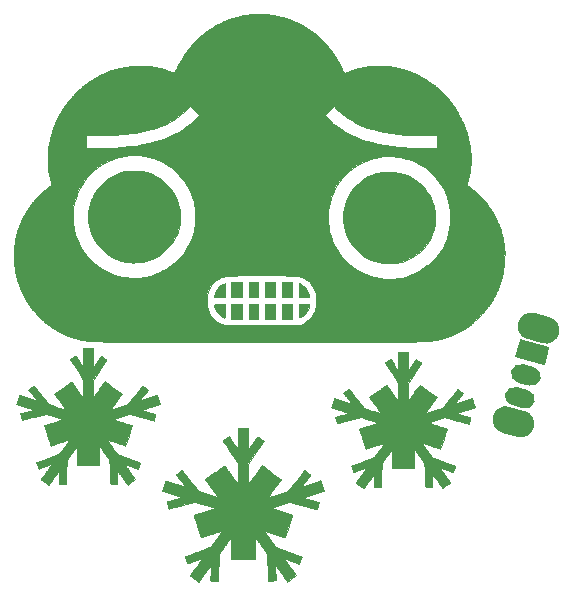
<source format=gbr>
%TF.GenerationSoftware,KiCad,Pcbnew,(5.1.8)-1*%
%TF.CreationDate,2022-03-30T16:17:14-07:00*%
%TF.ProjectId,Alpenglow_ChillySnowCloud_AllSilver_PCB,416c7065-6e67-46c6-9f77-5f4368696c6c,rev?*%
%TF.SameCoordinates,Original*%
%TF.FileFunction,Soldermask,Top*%
%TF.FilePolarity,Negative*%
%FSLAX46Y46*%
G04 Gerber Fmt 4.6, Leading zero omitted, Abs format (unit mm)*
G04 Created by KiCad (PCBNEW (5.1.8)-1) date 2022-03-30 16:17:14*
%MOMM*%
%LPD*%
G01*
G04 APERTURE LIST*
%ADD10C,0.010000*%
%ADD11O,2.600000X4.100000*%
%ADD12C,1.900000*%
G04 APERTURE END LIST*
D10*
%TO.C,G\u002A\u002A\u002A*%
G36*
X100503225Y-89135168D02*
G01*
X100850600Y-89177369D01*
X101192689Y-89250662D01*
X101527361Y-89354682D01*
X101852488Y-89489064D01*
X102165940Y-89653445D01*
X102465587Y-89847460D01*
X102749300Y-90070744D01*
X103014950Y-90322933D01*
X103034780Y-90343735D01*
X103276999Y-90624594D01*
X103489188Y-90923381D01*
X103671071Y-91239521D01*
X103822370Y-91572442D01*
X103942807Y-91921570D01*
X104032104Y-92286331D01*
X104064319Y-92470013D01*
X104079928Y-92604680D01*
X104090239Y-92764042D01*
X104095254Y-92938163D01*
X104094976Y-93117108D01*
X104089409Y-93290940D01*
X104078556Y-93449724D01*
X104063963Y-93573600D01*
X103991302Y-93939436D01*
X103887145Y-94291489D01*
X103752799Y-94628266D01*
X103589576Y-94948275D01*
X103398783Y-95250025D01*
X103181733Y-95532025D01*
X102939732Y-95792783D01*
X102674093Y-96030806D01*
X102386123Y-96244605D01*
X102077134Y-96432686D01*
X101748433Y-96593559D01*
X101401332Y-96725732D01*
X101257091Y-96770388D01*
X100981387Y-96837001D01*
X100687538Y-96883806D01*
X100387003Y-96909733D01*
X100091240Y-96913712D01*
X99865793Y-96900374D01*
X99496971Y-96848085D01*
X99138924Y-96763367D01*
X98793448Y-96647215D01*
X98462336Y-96500627D01*
X98147384Y-96324598D01*
X97850388Y-96120125D01*
X97573142Y-95888204D01*
X97317442Y-95629832D01*
X97099172Y-95364848D01*
X96892674Y-95062115D01*
X96717099Y-94745257D01*
X96572680Y-94416541D01*
X96459649Y-94078232D01*
X96378239Y-93732598D01*
X96328683Y-93381903D01*
X96311213Y-93028415D01*
X96326063Y-92674399D01*
X96373464Y-92322123D01*
X96453650Y-91973851D01*
X96566854Y-91631851D01*
X96687116Y-91352152D01*
X96832435Y-91073757D01*
X96992504Y-90818970D01*
X97173332Y-90579328D01*
X97380930Y-90346370D01*
X97455451Y-90270401D01*
X97656044Y-90080401D01*
X97852264Y-89916549D01*
X98052770Y-89772472D01*
X98266223Y-89641798D01*
X98427200Y-89555286D01*
X98761577Y-89403287D01*
X99103445Y-89284565D01*
X99450673Y-89198757D01*
X99801132Y-89145497D01*
X100152692Y-89124423D01*
X100503225Y-89135168D01*
G37*
X100503225Y-89135168D02*
X100850600Y-89177369D01*
X101192689Y-89250662D01*
X101527361Y-89354682D01*
X101852488Y-89489064D01*
X102165940Y-89653445D01*
X102465587Y-89847460D01*
X102749300Y-90070744D01*
X103014950Y-90322933D01*
X103034780Y-90343735D01*
X103276999Y-90624594D01*
X103489188Y-90923381D01*
X103671071Y-91239521D01*
X103822370Y-91572442D01*
X103942807Y-91921570D01*
X104032104Y-92286331D01*
X104064319Y-92470013D01*
X104079928Y-92604680D01*
X104090239Y-92764042D01*
X104095254Y-92938163D01*
X104094976Y-93117108D01*
X104089409Y-93290940D01*
X104078556Y-93449724D01*
X104063963Y-93573600D01*
X103991302Y-93939436D01*
X103887145Y-94291489D01*
X103752799Y-94628266D01*
X103589576Y-94948275D01*
X103398783Y-95250025D01*
X103181733Y-95532025D01*
X102939732Y-95792783D01*
X102674093Y-96030806D01*
X102386123Y-96244605D01*
X102077134Y-96432686D01*
X101748433Y-96593559D01*
X101401332Y-96725732D01*
X101257091Y-96770388D01*
X100981387Y-96837001D01*
X100687538Y-96883806D01*
X100387003Y-96909733D01*
X100091240Y-96913712D01*
X99865793Y-96900374D01*
X99496971Y-96848085D01*
X99138924Y-96763367D01*
X98793448Y-96647215D01*
X98462336Y-96500627D01*
X98147384Y-96324598D01*
X97850388Y-96120125D01*
X97573142Y-95888204D01*
X97317442Y-95629832D01*
X97099172Y-95364848D01*
X96892674Y-95062115D01*
X96717099Y-94745257D01*
X96572680Y-94416541D01*
X96459649Y-94078232D01*
X96378239Y-93732598D01*
X96328683Y-93381903D01*
X96311213Y-93028415D01*
X96326063Y-92674399D01*
X96373464Y-92322123D01*
X96453650Y-91973851D01*
X96566854Y-91631851D01*
X96687116Y-91352152D01*
X96832435Y-91073757D01*
X96992504Y-90818970D01*
X97173332Y-90579328D01*
X97380930Y-90346370D01*
X97455451Y-90270401D01*
X97656044Y-90080401D01*
X97852264Y-89916549D01*
X98052770Y-89772472D01*
X98266223Y-89641798D01*
X98427200Y-89555286D01*
X98761577Y-89403287D01*
X99103445Y-89284565D01*
X99450673Y-89198757D01*
X99801132Y-89145497D01*
X100152692Y-89124423D01*
X100503225Y-89135168D01*
G36*
X122045073Y-89213236D02*
G01*
X122242704Y-89228874D01*
X122253287Y-89230155D01*
X122615855Y-89292072D01*
X122966840Y-89385946D01*
X123304513Y-89510353D01*
X123627145Y-89663867D01*
X123933006Y-89845062D01*
X124220366Y-90052512D01*
X124487497Y-90284791D01*
X124732669Y-90540474D01*
X124954152Y-90818135D01*
X125150217Y-91116348D01*
X125319135Y-91433687D01*
X125459176Y-91768728D01*
X125508879Y-91914105D01*
X125598130Y-92248084D01*
X125657148Y-92594423D01*
X125685797Y-92947696D01*
X125683945Y-93302476D01*
X125651456Y-93653337D01*
X125588196Y-93994851D01*
X125562806Y-94096142D01*
X125451597Y-94446650D01*
X125309948Y-94781413D01*
X125139444Y-95098861D01*
X124941670Y-95397426D01*
X124718213Y-95675539D01*
X124470656Y-95931631D01*
X124200587Y-96164134D01*
X123909589Y-96371478D01*
X123599249Y-96552095D01*
X123271152Y-96704416D01*
X122926883Y-96826872D01*
X122754579Y-96875036D01*
X122642758Y-96901226D01*
X122517228Y-96926887D01*
X122394770Y-96948767D01*
X122308151Y-96961636D01*
X122168903Y-96975087D01*
X122006106Y-96983545D01*
X121830318Y-96987026D01*
X121652094Y-96985546D01*
X121481991Y-96979122D01*
X121330567Y-96967772D01*
X121263103Y-96959980D01*
X120917211Y-96896243D01*
X120577134Y-96799361D01*
X120245909Y-96671117D01*
X119926575Y-96513290D01*
X119622170Y-96327660D01*
X119335731Y-96116010D01*
X119070296Y-95880118D01*
X118828902Y-95621766D01*
X118695678Y-95455131D01*
X118483523Y-95145283D01*
X118304593Y-94824324D01*
X118158901Y-94492293D01*
X118046462Y-94149234D01*
X117967289Y-93795188D01*
X117921396Y-93430197D01*
X117908551Y-93100634D01*
X117924827Y-92728051D01*
X117973894Y-92367421D01*
X118056109Y-92017486D01*
X118171832Y-91676986D01*
X118321418Y-91344665D01*
X118496632Y-91033101D01*
X118696137Y-90743334D01*
X118923408Y-90472457D01*
X119175566Y-90222514D01*
X119449732Y-89995551D01*
X119743027Y-89793614D01*
X120052574Y-89618748D01*
X120375493Y-89472999D01*
X120708906Y-89358412D01*
X120934919Y-89300492D01*
X121138852Y-89262814D01*
X121362144Y-89234700D01*
X121594484Y-89216699D01*
X121825564Y-89209361D01*
X122045073Y-89213236D01*
G37*
X122045073Y-89213236D02*
X122242704Y-89228874D01*
X122253287Y-89230155D01*
X122615855Y-89292072D01*
X122966840Y-89385946D01*
X123304513Y-89510353D01*
X123627145Y-89663867D01*
X123933006Y-89845062D01*
X124220366Y-90052512D01*
X124487497Y-90284791D01*
X124732669Y-90540474D01*
X124954152Y-90818135D01*
X125150217Y-91116348D01*
X125319135Y-91433687D01*
X125459176Y-91768728D01*
X125508879Y-91914105D01*
X125598130Y-92248084D01*
X125657148Y-92594423D01*
X125685797Y-92947696D01*
X125683945Y-93302476D01*
X125651456Y-93653337D01*
X125588196Y-93994851D01*
X125562806Y-94096142D01*
X125451597Y-94446650D01*
X125309948Y-94781413D01*
X125139444Y-95098861D01*
X124941670Y-95397426D01*
X124718213Y-95675539D01*
X124470656Y-95931631D01*
X124200587Y-96164134D01*
X123909589Y-96371478D01*
X123599249Y-96552095D01*
X123271152Y-96704416D01*
X122926883Y-96826872D01*
X122754579Y-96875036D01*
X122642758Y-96901226D01*
X122517228Y-96926887D01*
X122394770Y-96948767D01*
X122308151Y-96961636D01*
X122168903Y-96975087D01*
X122006106Y-96983545D01*
X121830318Y-96987026D01*
X121652094Y-96985546D01*
X121481991Y-96979122D01*
X121330567Y-96967772D01*
X121263103Y-96959980D01*
X120917211Y-96896243D01*
X120577134Y-96799361D01*
X120245909Y-96671117D01*
X119926575Y-96513290D01*
X119622170Y-96327660D01*
X119335731Y-96116010D01*
X119070296Y-95880118D01*
X118828902Y-95621766D01*
X118695678Y-95455131D01*
X118483523Y-95145283D01*
X118304593Y-94824324D01*
X118158901Y-94492293D01*
X118046462Y-94149234D01*
X117967289Y-93795188D01*
X117921396Y-93430197D01*
X117908551Y-93100634D01*
X117924827Y-92728051D01*
X117973894Y-92367421D01*
X118056109Y-92017486D01*
X118171832Y-91676986D01*
X118321418Y-91344665D01*
X118496632Y-91033101D01*
X118696137Y-90743334D01*
X118923408Y-90472457D01*
X119175566Y-90222514D01*
X119449732Y-89995551D01*
X119743027Y-89793614D01*
X120052574Y-89618748D01*
X120375493Y-89472999D01*
X120708906Y-89358412D01*
X120934919Y-89300492D01*
X121138852Y-89262814D01*
X121362144Y-89234700D01*
X121594484Y-89216699D01*
X121825564Y-89209361D01*
X122045073Y-89213236D01*
G36*
X114297622Y-98748747D02*
G01*
X114477981Y-98858782D01*
X114638143Y-98995548D01*
X114775276Y-99155349D01*
X114886551Y-99334487D01*
X114969135Y-99529266D01*
X115009503Y-99678358D01*
X115022334Y-99735303D01*
X115031638Y-99779218D01*
X115033745Y-99811776D01*
X115024986Y-99834654D01*
X115001690Y-99849527D01*
X114960189Y-99858068D01*
X114896812Y-99861954D01*
X114807890Y-99862860D01*
X114689754Y-99862460D01*
X114606551Y-99862289D01*
X114177379Y-99862289D01*
X114177379Y-98688194D01*
X114297622Y-98748747D01*
G37*
X114297622Y-98748747D02*
X114477981Y-98858782D01*
X114638143Y-98995548D01*
X114775276Y-99155349D01*
X114886551Y-99334487D01*
X114969135Y-99529266D01*
X115009503Y-99678358D01*
X115022334Y-99735303D01*
X115031638Y-99779218D01*
X115033745Y-99811776D01*
X115024986Y-99834654D01*
X115001690Y-99849527D01*
X114960189Y-99858068D01*
X114896812Y-99861954D01*
X114807890Y-99862860D01*
X114689754Y-99862460D01*
X114606551Y-99862289D01*
X114177379Y-99862289D01*
X114177379Y-98688194D01*
X114297622Y-98748747D01*
G36*
X113599310Y-99862289D02*
G01*
X112705931Y-99862289D01*
X112705931Y-98601048D01*
X113599310Y-98601048D01*
X113599310Y-99862289D01*
G37*
X113599310Y-99862289D02*
X112705931Y-99862289D01*
X112705931Y-98601048D01*
X113599310Y-98601048D01*
X113599310Y-99862289D01*
G36*
X112110344Y-99862289D02*
G01*
X111322069Y-99862289D01*
X111322069Y-98601048D01*
X112110344Y-98601048D01*
X112110344Y-99862289D01*
G37*
X112110344Y-99862289D02*
X111322069Y-99862289D01*
X111322069Y-98601048D01*
X112110344Y-98601048D01*
X112110344Y-99862289D01*
G36*
X110726482Y-99862289D02*
G01*
X109938206Y-99862289D01*
X109938206Y-98601048D01*
X110726482Y-98601048D01*
X110726482Y-99862289D01*
G37*
X110726482Y-99862289D02*
X109938206Y-99862289D01*
X109938206Y-98601048D01*
X110726482Y-98601048D01*
X110726482Y-99862289D01*
G36*
X109342620Y-99862289D02*
G01*
X108449241Y-99862289D01*
X108449241Y-98601048D01*
X109342620Y-98601048D01*
X109342620Y-99862289D01*
G37*
X109342620Y-99862289D02*
X108449241Y-99862289D01*
X108449241Y-98601048D01*
X109342620Y-98601048D01*
X109342620Y-99862289D01*
G36*
X107871172Y-99862289D02*
G01*
X106977793Y-99862289D01*
X106978052Y-99805358D01*
X106988445Y-99707271D01*
X107016583Y-99591010D01*
X107059078Y-99466342D01*
X107112537Y-99343034D01*
X107173570Y-99230854D01*
X107182326Y-99216905D01*
X107290195Y-99074701D01*
X107423263Y-98941699D01*
X107572958Y-98824911D01*
X107730714Y-98731353D01*
X107827976Y-98688407D01*
X107871172Y-98671984D01*
X107871172Y-99862289D01*
G37*
X107871172Y-99862289D02*
X106977793Y-99862289D01*
X106978052Y-99805358D01*
X106988445Y-99707271D01*
X107016583Y-99591010D01*
X107059078Y-99466342D01*
X107112537Y-99343034D01*
X107173570Y-99230854D01*
X107182326Y-99216905D01*
X107290195Y-99074701D01*
X107423263Y-98941699D01*
X107572958Y-98824911D01*
X107730714Y-98731353D01*
X107827976Y-98688407D01*
X107871172Y-98671984D01*
X107871172Y-99862289D01*
G36*
X115023505Y-100523565D02*
G01*
X114976890Y-100716583D01*
X114897908Y-100904745D01*
X114789225Y-101082964D01*
X114653510Y-101246153D01*
X114634589Y-101265430D01*
X114561494Y-101333140D01*
X114480636Y-101399204D01*
X114398370Y-101459303D01*
X114321053Y-101509117D01*
X114255039Y-101544328D01*
X114206686Y-101560617D01*
X114199275Y-101561230D01*
X114192905Y-101553879D01*
X114187810Y-101529737D01*
X114183872Y-101485892D01*
X114180978Y-101419431D01*
X114179012Y-101327442D01*
X114177857Y-101207015D01*
X114177398Y-101055236D01*
X114177379Y-101009669D01*
X114177379Y-100457875D01*
X115033521Y-100457875D01*
X115023505Y-100523565D01*
G37*
X115023505Y-100523565D02*
X114976890Y-100716583D01*
X114897908Y-100904745D01*
X114789225Y-101082964D01*
X114653510Y-101246153D01*
X114634589Y-101265430D01*
X114561494Y-101333140D01*
X114480636Y-101399204D01*
X114398370Y-101459303D01*
X114321053Y-101509117D01*
X114255039Y-101544328D01*
X114206686Y-101560617D01*
X114199275Y-101561230D01*
X114192905Y-101553879D01*
X114187810Y-101529737D01*
X114183872Y-101485892D01*
X114180978Y-101419431D01*
X114179012Y-101327442D01*
X114177857Y-101207015D01*
X114177398Y-101055236D01*
X114177379Y-101009669D01*
X114177379Y-100457875D01*
X115033521Y-100457875D01*
X115023505Y-100523565D01*
G36*
X107310333Y-100457585D02*
G01*
X107424482Y-100457875D01*
X107871172Y-100457875D01*
X107871172Y-101018427D01*
X107870884Y-101180255D01*
X107869945Y-101309946D01*
X107868241Y-101410392D01*
X107865660Y-101484488D01*
X107862088Y-101535125D01*
X107857412Y-101565197D01*
X107851519Y-101577598D01*
X107849275Y-101578305D01*
X107823965Y-101570565D01*
X107776832Y-101550692D01*
X107717168Y-101522657D01*
X107704758Y-101516524D01*
X107532661Y-101411816D01*
X107376598Y-101279209D01*
X107240617Y-101123724D01*
X107128762Y-100950382D01*
X107045079Y-100764203D01*
X107012275Y-100657165D01*
X106995877Y-100596718D01*
X106983683Y-100549790D01*
X106979197Y-100514689D01*
X106985923Y-100489720D01*
X107007363Y-100473191D01*
X107047021Y-100463406D01*
X107108400Y-100458672D01*
X107195003Y-100457297D01*
X107310333Y-100457585D01*
G37*
X107310333Y-100457585D02*
X107424482Y-100457875D01*
X107871172Y-100457875D01*
X107871172Y-101018427D01*
X107870884Y-101180255D01*
X107869945Y-101309946D01*
X107868241Y-101410392D01*
X107865660Y-101484488D01*
X107862088Y-101535125D01*
X107857412Y-101565197D01*
X107851519Y-101577598D01*
X107849275Y-101578305D01*
X107823965Y-101570565D01*
X107776832Y-101550692D01*
X107717168Y-101522657D01*
X107704758Y-101516524D01*
X107532661Y-101411816D01*
X107376598Y-101279209D01*
X107240617Y-101123724D01*
X107128762Y-100950382D01*
X107045079Y-100764203D01*
X107012275Y-100657165D01*
X106995877Y-100596718D01*
X106983683Y-100549790D01*
X106979197Y-100514689D01*
X106985923Y-100489720D01*
X107007363Y-100473191D01*
X107047021Y-100463406D01*
X107108400Y-100458672D01*
X107195003Y-100457297D01*
X107310333Y-100457585D01*
G36*
X113599310Y-101666565D02*
G01*
X112705931Y-101666565D01*
X112705931Y-100457875D01*
X113599310Y-100457875D01*
X113599310Y-101666565D01*
G37*
X113599310Y-101666565D02*
X112705931Y-101666565D01*
X112705931Y-100457875D01*
X113599310Y-100457875D01*
X113599310Y-101666565D01*
G36*
X112110344Y-101666565D02*
G01*
X111322069Y-101666565D01*
X111322069Y-100457875D01*
X112110344Y-100457875D01*
X112110344Y-101666565D01*
G37*
X112110344Y-101666565D02*
X111322069Y-101666565D01*
X111322069Y-100457875D01*
X112110344Y-100457875D01*
X112110344Y-101666565D01*
G36*
X110726482Y-101666565D02*
G01*
X109938206Y-101666565D01*
X109938206Y-100457875D01*
X110726482Y-100457875D01*
X110726482Y-101666565D01*
G37*
X110726482Y-101666565D02*
X109938206Y-101666565D01*
X109938206Y-100457875D01*
X110726482Y-100457875D01*
X110726482Y-101666565D01*
G36*
X109342620Y-101666565D02*
G01*
X108449241Y-101666565D01*
X108449241Y-100457875D01*
X109342620Y-100457875D01*
X109342620Y-101666565D01*
G37*
X109342620Y-101666565D02*
X108449241Y-101666565D01*
X108449241Y-100457875D01*
X109342620Y-100457875D01*
X109342620Y-101666565D01*
G36*
X111020066Y-75875742D02*
G01*
X111174859Y-75878682D01*
X111317126Y-75883116D01*
X111441585Y-75889045D01*
X111542955Y-75896469D01*
X111615955Y-75905388D01*
X111619862Y-75906067D01*
X111705747Y-75920013D01*
X111812187Y-75935235D01*
X111924848Y-75949776D01*
X112017415Y-75960415D01*
X112153461Y-75977927D01*
X112259477Y-75998595D01*
X112340400Y-76023413D01*
X112350243Y-76027373D01*
X112420330Y-76050559D01*
X112509577Y-76071675D01*
X112602148Y-76087044D01*
X112612737Y-76088328D01*
X112694351Y-76100693D01*
X112770188Y-76117262D01*
X112827717Y-76135148D01*
X112840461Y-76140804D01*
X112898814Y-76164906D01*
X112969414Y-76186909D01*
X113000220Y-76194341D01*
X113065416Y-76211400D01*
X113125756Y-76232417D01*
X113148271Y-76242569D01*
X113195281Y-76261468D01*
X113260892Y-76281362D01*
X113316843Y-76294838D01*
X113387739Y-76314307D01*
X113454542Y-76340285D01*
X113492861Y-76360981D01*
X113548859Y-76391739D01*
X113606888Y-76413370D01*
X113616827Y-76415703D01*
X113676778Y-76433963D01*
X113730689Y-76459020D01*
X113783575Y-76485311D01*
X113844684Y-76509296D01*
X113853310Y-76512113D01*
X113911440Y-76534988D01*
X113963629Y-76562648D01*
X113970394Y-76567158D01*
X114017688Y-76594298D01*
X114076808Y-76620778D01*
X114092145Y-76626498D01*
X114144358Y-76647827D01*
X114185308Y-76669555D01*
X114194026Y-76675853D01*
X114219924Y-76692404D01*
X114270034Y-76720212D01*
X114337010Y-76755323D01*
X114409482Y-76791802D01*
X114482456Y-76829052D01*
X114542259Y-76861912D01*
X114582751Y-76886841D01*
X114597792Y-76900301D01*
X114597793Y-76900356D01*
X114612514Y-76915494D01*
X114650218Y-76937306D01*
X114681000Y-76951612D01*
X114736073Y-76978138D01*
X114781550Y-77005044D01*
X114796049Y-77016090D01*
X114845278Y-77053291D01*
X114923358Y-77102505D01*
X115026527Y-77161399D01*
X115082075Y-77196826D01*
X115132519Y-77236638D01*
X115141901Y-77245518D01*
X115175909Y-77275545D01*
X115229811Y-77318696D01*
X115294784Y-77368029D01*
X115333635Y-77396427D01*
X115404316Y-77449193D01*
X115490774Y-77516566D01*
X115582381Y-77590127D01*
X115668510Y-77661455D01*
X115673709Y-77665850D01*
X115782761Y-77761461D01*
X115901308Y-77871185D01*
X116026069Y-77991509D01*
X116153764Y-78118918D01*
X116281113Y-78249898D01*
X116404835Y-78380936D01*
X116521650Y-78508515D01*
X116628277Y-78629124D01*
X116721435Y-78739247D01*
X116797845Y-78835369D01*
X116854225Y-78913978D01*
X116881657Y-78959841D01*
X116904697Y-78997202D01*
X116923843Y-79016177D01*
X116926371Y-79016772D01*
X116943673Y-79030455D01*
X116970746Y-79065361D01*
X116987642Y-79091220D01*
X117026690Y-79150776D01*
X117073204Y-79216588D01*
X117094102Y-79244496D01*
X117135540Y-79301726D01*
X117173346Y-79359367D01*
X117188172Y-79384634D01*
X117219787Y-79433959D01*
X117253351Y-79474421D01*
X117257556Y-79478416D01*
X117288365Y-79520283D01*
X117304698Y-79562042D01*
X117324129Y-79612578D01*
X117354420Y-79660950D01*
X117384585Y-79702130D01*
X117420771Y-79756852D01*
X117457850Y-79816607D01*
X117490695Y-79872886D01*
X117514178Y-79917180D01*
X117523172Y-79940980D01*
X117523172Y-79941002D01*
X117532310Y-79964630D01*
X117555351Y-80004562D01*
X117567799Y-80023576D01*
X117601549Y-80081182D01*
X117634571Y-80149698D01*
X117645691Y-80176882D01*
X117669305Y-80232544D01*
X117692722Y-80277625D01*
X117703282Y-80293117D01*
X117725953Y-80328855D01*
X117748824Y-80377790D01*
X117750896Y-80383117D01*
X117772271Y-80431358D01*
X117793629Y-80467951D01*
X117795769Y-80470703D01*
X117811792Y-80501033D01*
X117831390Y-80552980D01*
X117846738Y-80602874D01*
X117883860Y-80698135D01*
X117940779Y-80776641D01*
X117945990Y-80782200D01*
X118015860Y-80855631D01*
X118080447Y-80827611D01*
X118134700Y-80806222D01*
X118203422Y-80781910D01*
X118245067Y-80768341D01*
X118308170Y-80745064D01*
X118363819Y-80718514D01*
X118389375Y-80702265D01*
X118429644Y-80680904D01*
X118490615Y-80659827D01*
X118551191Y-80645260D01*
X118620749Y-80629096D01*
X118684065Y-80609240D01*
X118722194Y-80592629D01*
X118770657Y-80571082D01*
X118835108Y-80549832D01*
X118872000Y-80540307D01*
X118944465Y-80521400D01*
X119018080Y-80498457D01*
X119047172Y-80487967D01*
X119103335Y-80470856D01*
X119179316Y-80453638D01*
X119260067Y-80439655D01*
X119271962Y-80438003D01*
X119352723Y-80424049D01*
X119431572Y-80405151D01*
X119493129Y-80385071D01*
X119499686Y-80382294D01*
X119537228Y-80367581D01*
X119581114Y-80354821D01*
X119636320Y-80343202D01*
X119707824Y-80331909D01*
X119800603Y-80320132D01*
X119919633Y-80307057D01*
X120028138Y-80296008D01*
X120121845Y-80286199D01*
X120218509Y-80275308D01*
X120302886Y-80265081D01*
X120334689Y-80260901D01*
X120414368Y-80253358D01*
X120521759Y-80248042D01*
X120649617Y-80244898D01*
X120790694Y-80243871D01*
X120937744Y-80244907D01*
X121083519Y-80247951D01*
X121220772Y-80252947D01*
X121342257Y-80259841D01*
X121440727Y-80268578D01*
X121447034Y-80269313D01*
X121556900Y-80281508D01*
X121684237Y-80294306D01*
X121811560Y-80306009D01*
X121900749Y-80313371D01*
X122036583Y-80326608D01*
X122145753Y-80343926D01*
X122236530Y-80366735D01*
X122261658Y-80374944D01*
X122344355Y-80399030D01*
X122441429Y-80420831D01*
X122532303Y-80435744D01*
X122534909Y-80436060D01*
X122618801Y-80448960D01*
X122703503Y-80466669D01*
X122772137Y-80485604D01*
X122778344Y-80487736D01*
X122854079Y-80511872D01*
X122936243Y-80534179D01*
X122971034Y-80542223D01*
X123038834Y-80560012D01*
X123103385Y-80582437D01*
X123129642Y-80594090D01*
X123181158Y-80614261D01*
X123250195Y-80633957D01*
X123304814Y-80645673D01*
X123375454Y-80662983D01*
X123441669Y-80687022D01*
X123479034Y-80706472D01*
X123533709Y-80734879D01*
X123601704Y-80760049D01*
X123632364Y-80768352D01*
X123685360Y-80782677D01*
X123722690Y-80796728D01*
X123733278Y-80803926D01*
X123753333Y-80816385D01*
X123797271Y-80835118D01*
X123854519Y-80855704D01*
X123915116Y-80878493D01*
X123963497Y-80901449D01*
X123988000Y-80918557D01*
X124015762Y-80937132D01*
X124065191Y-80958319D01*
X124107567Y-80972164D01*
X124166285Y-80991613D01*
X124213666Y-81012018D01*
X124233123Y-81024057D01*
X124259161Y-81041045D01*
X124309277Y-81069151D01*
X124375981Y-81104305D01*
X124443330Y-81138272D01*
X124521575Y-81178387D01*
X124592749Y-81217492D01*
X124648156Y-81250656D01*
X124675930Y-81270133D01*
X124713930Y-81297643D01*
X124742995Y-81311476D01*
X124745999Y-81311849D01*
X124771720Y-81321091D01*
X124814036Y-81344238D01*
X124839085Y-81360022D01*
X124894143Y-81395826D01*
X124946352Y-81428966D01*
X124961706Y-81438463D01*
X125031895Y-81482597D01*
X125115398Y-81537058D01*
X125204961Y-81596902D01*
X125293330Y-81657186D01*
X125373251Y-81712966D01*
X125437470Y-81759299D01*
X125476000Y-81788960D01*
X125515528Y-81820765D01*
X125574093Y-81866914D01*
X125642883Y-81920495D01*
X125694965Y-81960695D01*
X125804686Y-82049478D01*
X125931668Y-82159773D01*
X126070478Y-82286398D01*
X126215683Y-82424174D01*
X126361848Y-82567923D01*
X126503542Y-82712462D01*
X126635331Y-82852614D01*
X126667172Y-82887551D01*
X126720914Y-82946802D01*
X126769573Y-83000201D01*
X126805767Y-83039655D01*
X126816726Y-83051458D01*
X126844461Y-83083879D01*
X126887824Y-83137823D01*
X126941684Y-83206585D01*
X127000914Y-83283464D01*
X127060384Y-83361758D01*
X127114965Y-83434764D01*
X127159528Y-83495780D01*
X127187703Y-83536220D01*
X127220417Y-83582002D01*
X127246702Y-83615048D01*
X127267546Y-83645288D01*
X127299157Y-83698091D01*
X127336455Y-83764776D01*
X127359399Y-83807738D01*
X127397779Y-83878597D01*
X127433671Y-83940766D01*
X127461946Y-83985553D01*
X127473088Y-84000427D01*
X127488067Y-84018970D01*
X127504338Y-84043590D01*
X127524842Y-84079660D01*
X127552521Y-84132553D01*
X127590317Y-84207641D01*
X127626554Y-84280703D01*
X127657015Y-84337006D01*
X127687402Y-84384884D01*
X127701817Y-84403419D01*
X127722210Y-84432879D01*
X127753219Y-84486079D01*
X127790416Y-84555124D01*
X127824588Y-84622385D01*
X127881669Y-84737228D01*
X127926222Y-84824911D01*
X127960733Y-84889929D01*
X127987692Y-84936775D01*
X128009586Y-84969942D01*
X128028902Y-84993923D01*
X128032375Y-84997694D01*
X128055793Y-85035849D01*
X128077698Y-85093021D01*
X128087577Y-85130712D01*
X128107934Y-85203403D01*
X128136070Y-85277158D01*
X128149551Y-85305322D01*
X128173786Y-85356448D01*
X128188791Y-85398320D01*
X128191172Y-85412196D01*
X128199039Y-85443357D01*
X128219074Y-85491206D01*
X128233232Y-85519485D01*
X128259247Y-85581634D01*
X128282027Y-85658562D01*
X128292879Y-85711555D01*
X128313037Y-85797251D01*
X128342730Y-85869856D01*
X128354190Y-85888952D01*
X128392784Y-85973756D01*
X128410306Y-86062974D01*
X128423224Y-86142500D01*
X128442735Y-86226230D01*
X128455569Y-86268910D01*
X128474586Y-86333761D01*
X128494753Y-86416954D01*
X128512165Y-86502162D01*
X128514492Y-86515227D01*
X128530178Y-86593979D01*
X128548421Y-86668373D01*
X128565820Y-86724866D01*
X128569466Y-86734193D01*
X128585152Y-86791326D01*
X128598823Y-86882780D01*
X128610391Y-87007893D01*
X128614870Y-87074703D01*
X128624216Y-87195253D01*
X128637851Y-87328593D01*
X128654020Y-87459349D01*
X128670971Y-87572143D01*
X128672792Y-87582703D01*
X128690383Y-87697928D01*
X128706138Y-87828056D01*
X128718145Y-87955687D01*
X128723876Y-88046910D01*
X128726685Y-88173964D01*
X128725205Y-88308778D01*
X128719911Y-88444031D01*
X128711278Y-88572405D01*
X128699782Y-88686579D01*
X128685897Y-88779234D01*
X128672702Y-88835186D01*
X128661604Y-88883424D01*
X128649161Y-88958065D01*
X128636588Y-89050571D01*
X128625105Y-89152402D01*
X128620250Y-89203048D01*
X128605827Y-89340444D01*
X128589702Y-89452577D01*
X128572471Y-89535713D01*
X128561550Y-89570910D01*
X128538914Y-89639915D01*
X128520941Y-89711704D01*
X128516301Y-89737324D01*
X128503172Y-89800764D01*
X128482773Y-89874753D01*
X128470361Y-89912496D01*
X128449810Y-89980275D01*
X128429179Y-90064263D01*
X128413388Y-90143795D01*
X128401690Y-90243072D01*
X128406576Y-90316810D01*
X128430205Y-90371397D01*
X128474737Y-90413222D01*
X128511655Y-90434481D01*
X128562912Y-90463813D01*
X128604092Y-90493595D01*
X128613852Y-90502880D01*
X128639314Y-90526746D01*
X128685106Y-90565884D01*
X128743867Y-90614100D01*
X128786598Y-90648220D01*
X129041694Y-90856348D01*
X129270145Y-91057458D01*
X129477969Y-91257208D01*
X129671183Y-91461256D01*
X129767520Y-91570522D01*
X129887163Y-91710465D01*
X129986494Y-91829051D01*
X130068978Y-91930651D01*
X130138081Y-92019639D01*
X130197268Y-92100388D01*
X130250005Y-92177269D01*
X130258206Y-92189703D01*
X130288233Y-92235076D01*
X130330384Y-92298280D01*
X130377180Y-92368110D01*
X130393965Y-92393073D01*
X130434047Y-92454471D01*
X130465285Y-92505841D01*
X130483275Y-92539760D01*
X130485931Y-92548087D01*
X130497689Y-92570742D01*
X130527031Y-92604822D01*
X130538482Y-92616072D01*
X130571862Y-92654576D01*
X130589962Y-92689074D01*
X130591034Y-92696219D01*
X130600080Y-92727058D01*
X130623421Y-92774619D01*
X130646216Y-92812976D01*
X130685078Y-92873718D01*
X130723296Y-92933499D01*
X130740543Y-92960496D01*
X130769403Y-93014146D01*
X130789765Y-93066817D01*
X130791714Y-93074358D01*
X130812751Y-93125555D01*
X130844170Y-93170703D01*
X130876044Y-93217252D01*
X130902060Y-93274999D01*
X130905096Y-93284565D01*
X130925310Y-93342789D01*
X130953323Y-93410935D01*
X130967678Y-93442220D01*
X131028095Y-93571301D01*
X131073401Y-93675448D01*
X131102912Y-93752974D01*
X131115945Y-93802191D01*
X131116551Y-93810270D01*
X131124512Y-93846272D01*
X131145249Y-93900167D01*
X131170491Y-93952821D01*
X131202980Y-94025228D01*
X131229810Y-94103703D01*
X131241339Y-94151669D01*
X131257867Y-94224543D01*
X131280304Y-94298452D01*
X131291016Y-94326841D01*
X131312703Y-94389575D01*
X131333262Y-94466164D01*
X131343411Y-94514331D01*
X131360094Y-94587879D01*
X131381984Y-94660705D01*
X131396661Y-94699007D01*
X131418607Y-94770794D01*
X131434421Y-94873866D01*
X131442098Y-94966966D01*
X131461057Y-95140582D01*
X131494950Y-95284911D01*
X131496681Y-95290289D01*
X131517565Y-95366571D01*
X131534682Y-95457120D01*
X131548195Y-95564799D01*
X131558267Y-95692473D01*
X131565062Y-95843004D01*
X131568743Y-96019258D01*
X131569473Y-96224097D01*
X131567416Y-96460385D01*
X131566611Y-96516496D01*
X131557411Y-97120841D01*
X131505531Y-97278496D01*
X131478624Y-97369230D01*
X131460705Y-97455145D01*
X131449343Y-97550477D01*
X131443374Y-97642435D01*
X131435850Y-97752278D01*
X131425035Y-97834692D01*
X131409724Y-97897221D01*
X131397651Y-97928851D01*
X131375308Y-97990762D01*
X131354196Y-98067977D01*
X131342255Y-98125464D01*
X131328471Y-98192919D01*
X131312483Y-98252332D01*
X131299583Y-98286682D01*
X131285772Y-98324562D01*
X131269221Y-98385547D01*
X131252949Y-98458184D01*
X131248865Y-98478996D01*
X131225081Y-98577985D01*
X131196139Y-98656006D01*
X131177525Y-98689120D01*
X131149850Y-98742396D01*
X131125606Y-98811606D01*
X131115089Y-98855909D01*
X131099076Y-98922710D01*
X131078229Y-98983474D01*
X131064084Y-99012703D01*
X131039197Y-99063812D01*
X131016441Y-99126519D01*
X131011421Y-99144082D01*
X130993241Y-99198521D01*
X130972188Y-99241748D01*
X130964809Y-99251909D01*
X130944321Y-99285808D01*
X130922557Y-99337810D01*
X130914325Y-99362722D01*
X130889839Y-99424360D01*
X130858044Y-99480592D01*
X130846955Y-99495338D01*
X130814085Y-99546267D01*
X130792619Y-99600551D01*
X130791951Y-99603490D01*
X130775735Y-99651533D01*
X130746076Y-99717579D01*
X130708828Y-99790394D01*
X130669845Y-99858738D01*
X130634982Y-99911377D01*
X130625193Y-99923600D01*
X130599242Y-99966808D01*
X130583258Y-100013365D01*
X130561781Y-100064880D01*
X130527906Y-100109238D01*
X130491679Y-100152070D01*
X130456415Y-100207037D01*
X130449116Y-100220920D01*
X130401511Y-100313012D01*
X130360488Y-100382532D01*
X130319878Y-100439539D01*
X130300346Y-100463493D01*
X130261379Y-100512727D01*
X130215852Y-100574603D01*
X130188138Y-100614413D01*
X130127807Y-100698785D01*
X130048145Y-100802783D01*
X129953867Y-100920557D01*
X129849688Y-101046253D01*
X129740324Y-101174021D01*
X129701838Y-101217982D01*
X129472101Y-101463348D01*
X129215257Y-101709364D01*
X129023241Y-101878176D01*
X128941702Y-101947659D01*
X128866622Y-102012114D01*
X128803242Y-102067004D01*
X128756805Y-102107792D01*
X128734206Y-102128333D01*
X128690580Y-102164618D01*
X128648925Y-102191666D01*
X128614754Y-102212878D01*
X128563851Y-102248585D01*
X128506800Y-102291341D01*
X128502685Y-102294533D01*
X128447843Y-102336462D01*
X128400771Y-102371154D01*
X128370819Y-102391733D01*
X128369001Y-102392822D01*
X128338673Y-102411130D01*
X128290889Y-102440667D01*
X128252482Y-102464687D01*
X128184872Y-102506812D01*
X128112441Y-102551390D01*
X128081050Y-102570499D01*
X128021357Y-102607621D01*
X127963988Y-102644859D01*
X127940912Y-102660530D01*
X127884439Y-102695551D01*
X127825380Y-102726166D01*
X127823310Y-102727095D01*
X127731527Y-102769308D01*
X127644008Y-102811996D01*
X127568537Y-102851175D01*
X127512898Y-102882860D01*
X127492575Y-102896389D01*
X127448036Y-102921435D01*
X127390952Y-102943564D01*
X127378873Y-102947075D01*
X127318138Y-102969345D01*
X127262072Y-102998985D01*
X127254626Y-103004066D01*
X127197634Y-103036129D01*
X127110225Y-103073071D01*
X126996421Y-103113343D01*
X126866585Y-103153549D01*
X126799188Y-103177014D01*
X126737033Y-103204929D01*
X126704123Y-103224235D01*
X126644443Y-103253210D01*
X126559273Y-103275760D01*
X126522227Y-103282017D01*
X126448839Y-103295814D01*
X126380264Y-103313975D01*
X126333392Y-103331679D01*
X126280588Y-103352409D01*
X126211619Y-103372169D01*
X126165861Y-103382042D01*
X126087009Y-103399387D01*
X126003383Y-103422313D01*
X125964288Y-103434979D01*
X125906382Y-103450454D01*
X125824790Y-103465872D01*
X125730812Y-103479322D01*
X125654667Y-103487350D01*
X125536020Y-103500644D01*
X125434935Y-103517915D01*
X125359423Y-103537744D01*
X125349192Y-103541465D01*
X125288600Y-103559296D01*
X125206224Y-103576119D01*
X125115278Y-103589405D01*
X125078411Y-103593258D01*
X125051935Y-103594074D01*
X124991451Y-103594867D01*
X124897970Y-103595635D01*
X124772505Y-103596379D01*
X124616068Y-103597099D01*
X124429672Y-103597795D01*
X124214329Y-103598466D01*
X123971051Y-103599114D01*
X123700851Y-103599738D01*
X123404740Y-103600337D01*
X123083731Y-103600913D01*
X122738837Y-103601464D01*
X122371068Y-103601991D01*
X121981439Y-103602495D01*
X121570961Y-103602974D01*
X121140646Y-103603429D01*
X120691507Y-103603860D01*
X120224556Y-103604267D01*
X119740806Y-103604650D01*
X119241267Y-103605009D01*
X118726954Y-103605344D01*
X118198877Y-103605655D01*
X117658050Y-103605942D01*
X117105485Y-103606205D01*
X116542193Y-103606445D01*
X115969188Y-103606660D01*
X115387481Y-103606851D01*
X114798085Y-103607018D01*
X114202012Y-103607161D01*
X113600275Y-103607280D01*
X112993885Y-103607375D01*
X112383855Y-103607446D01*
X111771197Y-103607493D01*
X111156924Y-103607517D01*
X110542047Y-103607516D01*
X109927579Y-103607491D01*
X109314533Y-103607443D01*
X108703920Y-103607370D01*
X108096753Y-103607274D01*
X107494045Y-103607154D01*
X106896806Y-103607009D01*
X106306051Y-103606841D01*
X105722790Y-103606649D01*
X105148037Y-103606433D01*
X104582804Y-103606193D01*
X104028102Y-103605929D01*
X103484944Y-103605642D01*
X102954343Y-103605330D01*
X102437310Y-103604995D01*
X101934859Y-103604636D01*
X101448000Y-103604253D01*
X100977747Y-103603846D01*
X100525112Y-103603415D01*
X100091108Y-103602960D01*
X99676745Y-103602482D01*
X99283037Y-103601979D01*
X98910996Y-103601453D01*
X98561635Y-103600903D01*
X98235965Y-103600329D01*
X97934998Y-103599732D01*
X97659748Y-103599110D01*
X97411226Y-103598465D01*
X97190445Y-103597796D01*
X96998416Y-103597103D01*
X96836153Y-103596386D01*
X96704668Y-103595646D01*
X96604972Y-103594882D01*
X96538078Y-103594094D01*
X96504998Y-103593282D01*
X96502482Y-103593112D01*
X96415074Y-103581144D01*
X96317048Y-103562359D01*
X96237878Y-103543006D01*
X96160663Y-103524896D01*
X96063969Y-103507433D01*
X95963295Y-103493250D01*
X95913809Y-103487980D01*
X95823300Y-103477277D01*
X95734407Y-103462647D01*
X95659877Y-103446376D01*
X95626620Y-103436517D01*
X95551296Y-103413076D01*
X95466722Y-103391204D01*
X95425172Y-103382264D01*
X95353644Y-103365278D01*
X95283868Y-103343645D01*
X95249439Y-103330129D01*
X95192597Y-103310813D01*
X95119453Y-103294148D01*
X95065508Y-103286119D01*
X94940528Y-103258624D01*
X94864620Y-103224949D01*
X94801313Y-103194680D01*
X94736818Y-103171752D01*
X94706965Y-103164813D01*
X94648971Y-103150365D01*
X94581051Y-103126266D01*
X94549310Y-103112488D01*
X94486071Y-103082801D01*
X94424668Y-103054077D01*
X94400413Y-103042774D01*
X94346628Y-103016633D01*
X94298428Y-102991468D01*
X94295310Y-102989735D01*
X94265404Y-102974117D01*
X94210154Y-102946309D01*
X94135748Y-102909387D01*
X94048375Y-102866426D01*
X93976798Y-102831477D01*
X93885811Y-102786421D01*
X93805280Y-102745097D01*
X93740775Y-102710479D01*
X93697866Y-102685541D01*
X93682803Y-102674525D01*
X93653737Y-102652241D01*
X93609684Y-102630019D01*
X93607177Y-102629013D01*
X93558726Y-102605851D01*
X93520895Y-102581262D01*
X93520681Y-102581081D01*
X93492645Y-102561267D01*
X93442691Y-102529589D01*
X93379406Y-102491412D01*
X93345509Y-102471599D01*
X93276133Y-102429995D01*
X93213408Y-102389727D01*
X93167139Y-102357194D01*
X93154379Y-102346853D01*
X93115739Y-102315423D01*
X93060644Y-102273983D01*
X93007246Y-102235875D01*
X92940123Y-102187204D01*
X92863809Y-102128744D01*
X92799350Y-102076858D01*
X92744455Y-102032240D01*
X92696615Y-101995261D01*
X92664824Y-101972833D01*
X92661477Y-101970862D01*
X92638496Y-101953380D01*
X92595314Y-101916262D01*
X92537061Y-101864073D01*
X92468869Y-101801380D01*
X92426800Y-101762018D01*
X92353088Y-101693253D01*
X92284345Y-101630310D01*
X92226355Y-101578397D01*
X92184899Y-101542723D01*
X92171705Y-101532251D01*
X92125038Y-101490825D01*
X92081656Y-101441880D01*
X92079341Y-101438790D01*
X92051121Y-101403804D01*
X92003745Y-101348627D01*
X91942012Y-101278636D01*
X91870721Y-101199204D01*
X91794670Y-101115708D01*
X91718658Y-101033522D01*
X91694000Y-101007177D01*
X91647882Y-100953728D01*
X91603269Y-100895565D01*
X91597655Y-100887549D01*
X91560917Y-100836566D01*
X91514917Y-100775903D01*
X91488172Y-100741921D01*
X91453113Y-100695739D01*
X91429280Y-100659673D01*
X91422482Y-100644251D01*
X91411962Y-100622817D01*
X91385139Y-100585625D01*
X91365551Y-100561648D01*
X91300603Y-100482849D01*
X91253213Y-100418523D01*
X91216139Y-100358400D01*
X91197472Y-100323305D01*
X91171402Y-100277092D01*
X91148616Y-100245071D01*
X91141524Y-100238488D01*
X91124183Y-100217219D01*
X91099142Y-100174537D01*
X91079978Y-100136575D01*
X91071665Y-100120512D01*
X106382022Y-100120512D01*
X106383293Y-100266175D01*
X106387892Y-100403239D01*
X106395844Y-100523005D01*
X106406965Y-100615531D01*
X106466263Y-100871048D01*
X106556049Y-101111304D01*
X106674393Y-101334282D01*
X106819364Y-101537965D01*
X106989030Y-101720336D01*
X107181460Y-101879376D01*
X107394723Y-102013069D01*
X107626888Y-102119398D01*
X107876024Y-102196346D01*
X107932482Y-102209039D01*
X107953940Y-102213319D01*
X107976807Y-102217215D01*
X108002744Y-102220747D01*
X108033413Y-102223933D01*
X108070475Y-102226791D01*
X108115593Y-102229341D01*
X108170427Y-102231601D01*
X108236639Y-102233589D01*
X108315891Y-102235324D01*
X108409845Y-102236826D01*
X108520161Y-102238112D01*
X108648503Y-102239202D01*
X108796530Y-102240113D01*
X108965905Y-102240865D01*
X109158290Y-102241476D01*
X109375345Y-102241966D01*
X109618733Y-102242351D01*
X109890116Y-102242653D01*
X110191154Y-102242887D01*
X110523509Y-102243075D01*
X110888843Y-102243234D01*
X110980482Y-102243269D01*
X111419769Y-102243321D01*
X111824591Y-102243130D01*
X112194899Y-102242697D01*
X112530644Y-102242020D01*
X112831777Y-102241102D01*
X113098250Y-102239941D01*
X113330013Y-102238539D01*
X113527017Y-102236895D01*
X113689215Y-102235011D01*
X113816556Y-102232885D01*
X113908992Y-102230519D01*
X113966474Y-102227912D01*
X113984689Y-102226152D01*
X114234664Y-102168978D01*
X114471726Y-102080741D01*
X114693424Y-101963667D01*
X114897309Y-101819986D01*
X115080932Y-101651927D01*
X115241844Y-101461718D01*
X115377594Y-101251587D01*
X115485734Y-101023763D01*
X115560882Y-100792109D01*
X115588624Y-100653653D01*
X115608984Y-100490069D01*
X115621752Y-100310521D01*
X115626715Y-100124173D01*
X115623665Y-99940190D01*
X115612389Y-99767735D01*
X115592677Y-99615973D01*
X115588466Y-99592864D01*
X115524012Y-99345987D01*
X115428909Y-99112438D01*
X115305493Y-98894745D01*
X115156104Y-98695433D01*
X114983081Y-98517030D01*
X114788761Y-98362060D01*
X114575482Y-98233051D01*
X114345584Y-98132529D01*
X114192626Y-98084794D01*
X114102035Y-98064259D01*
X113993356Y-98044853D01*
X113883496Y-98029411D01*
X113827034Y-98023488D01*
X113782228Y-98021134D01*
X113704820Y-98018948D01*
X113597240Y-98016928D01*
X113461922Y-98015076D01*
X113301296Y-98013391D01*
X113117794Y-98011874D01*
X112913847Y-98010524D01*
X112691888Y-98009343D01*
X112454347Y-98008329D01*
X112203657Y-98007484D01*
X111942249Y-98006808D01*
X111672554Y-98006300D01*
X111397005Y-98005961D01*
X111118033Y-98005791D01*
X110838069Y-98005790D01*
X110559545Y-98005959D01*
X110284893Y-98006297D01*
X110016544Y-98006805D01*
X109756931Y-98007483D01*
X109508483Y-98008331D01*
X109273634Y-98009349D01*
X109054815Y-98010538D01*
X108854457Y-98011897D01*
X108674992Y-98013427D01*
X108518852Y-98015128D01*
X108388468Y-98017001D01*
X108286271Y-98019044D01*
X108214695Y-98021259D01*
X108182038Y-98023077D01*
X108019461Y-98040747D01*
X107877673Y-98066451D01*
X107742761Y-98103379D01*
X107600816Y-98154722D01*
X107591006Y-98158638D01*
X107361977Y-98268968D01*
X107151563Y-98407549D01*
X106961920Y-98571699D01*
X106795205Y-98758740D01*
X106653576Y-98965994D01*
X106539189Y-99190780D01*
X106454203Y-99430419D01*
X106409731Y-99625806D01*
X106397933Y-99718895D01*
X106389366Y-99838174D01*
X106384054Y-99974946D01*
X106382022Y-100120512D01*
X91071665Y-100120512D01*
X91044060Y-100067174D01*
X91002383Y-99995343D01*
X90984551Y-99967393D01*
X90945272Y-99903338D01*
X90904960Y-99829774D01*
X90887996Y-99795657D01*
X90857904Y-99737894D01*
X90827561Y-99688731D01*
X90811248Y-99667570D01*
X90786394Y-99626474D01*
X90769040Y-99572601D01*
X90767865Y-99566044D01*
X90750911Y-99508333D01*
X90724003Y-99457537D01*
X90721632Y-99454409D01*
X90692843Y-99408297D01*
X90665479Y-99349862D01*
X90659646Y-99334402D01*
X90638087Y-99282170D01*
X90615796Y-99241220D01*
X90609277Y-99232538D01*
X90592497Y-99201808D01*
X90572952Y-99149123D01*
X90557463Y-99095575D01*
X90537020Y-99029162D01*
X90512604Y-98969841D01*
X90494451Y-98937920D01*
X90471874Y-98894074D01*
X90450877Y-98831618D01*
X90440105Y-98784979D01*
X90423926Y-98717666D01*
X90402629Y-98656118D01*
X90387902Y-98625992D01*
X90366325Y-98579957D01*
X90343815Y-98515046D01*
X90328364Y-98457948D01*
X90310489Y-98387999D01*
X90291053Y-98322694D01*
X90277334Y-98284108D01*
X90263304Y-98238052D01*
X90248462Y-98170337D01*
X90235625Y-98094148D01*
X90233606Y-98079501D01*
X90218065Y-97993660D01*
X90195827Y-97909374D01*
X90171290Y-97843305D01*
X90171155Y-97843018D01*
X90152619Y-97798486D01*
X90138573Y-97749655D01*
X90127658Y-97688900D01*
X90118513Y-97608599D01*
X90109779Y-97501126D01*
X90109513Y-97497462D01*
X90100902Y-97398183D01*
X90090134Y-97303574D01*
X90078440Y-97222949D01*
X90067053Y-97165625D01*
X90064352Y-97155875D01*
X90049514Y-97086629D01*
X90037223Y-96987728D01*
X90027479Y-96864462D01*
X90020282Y-96722118D01*
X90015634Y-96565984D01*
X90013536Y-96401348D01*
X90013988Y-96233499D01*
X90016991Y-96067723D01*
X90022546Y-95909310D01*
X90030654Y-95763548D01*
X90041316Y-95635723D01*
X90054532Y-95531125D01*
X90064087Y-95479909D01*
X90075719Y-95415865D01*
X90088059Y-95328457D01*
X90099617Y-95229286D01*
X90108740Y-95132002D01*
X90119288Y-95020426D01*
X90131445Y-94934942D01*
X90146898Y-94866607D01*
X90167336Y-94806478D01*
X90172636Y-94793541D01*
X90197594Y-94722109D01*
X90221347Y-94633680D01*
X90239163Y-94546114D01*
X90240587Y-94537103D01*
X90266154Y-94405689D01*
X90304592Y-94268695D01*
X90358921Y-94115745D01*
X90375721Y-94072841D01*
X90399173Y-94006080D01*
X90423056Y-93925899D01*
X90436993Y-93871393D01*
X90455840Y-93806325D01*
X90478501Y-93750709D01*
X90497273Y-93720289D01*
X90522143Y-93681056D01*
X90546031Y-93624741D01*
X90554522Y-93597669D01*
X90574047Y-93537831D01*
X90602351Y-93464793D01*
X90635107Y-93388337D01*
X90667987Y-93318241D01*
X90696666Y-93264286D01*
X90712411Y-93240772D01*
X90730621Y-93209306D01*
X90752266Y-93158643D01*
X90763100Y-93128362D01*
X90784435Y-93072902D01*
X90806558Y-93028539D01*
X90816303Y-93014500D01*
X90817289Y-93013048D01*
X95023741Y-93013048D01*
X95024508Y-93198693D01*
X95027774Y-93357154D01*
X95034284Y-93496240D01*
X95044781Y-93623755D01*
X95060012Y-93747509D01*
X95080721Y-93875307D01*
X95107654Y-94014957D01*
X95129032Y-94116634D01*
X95234536Y-94524869D01*
X95372024Y-94920418D01*
X95540230Y-95301641D01*
X95737891Y-95666898D01*
X95963743Y-96014548D01*
X96216521Y-96342952D01*
X96494960Y-96650469D01*
X96797797Y-96935459D01*
X97123767Y-97196282D01*
X97471606Y-97431298D01*
X97840049Y-97638865D01*
X97846659Y-97642236D01*
X98176473Y-97797648D01*
X98505142Y-97926464D01*
X98839232Y-98030531D01*
X99185306Y-98111694D01*
X99549931Y-98171799D01*
X99848275Y-98204964D01*
X99915731Y-98208409D01*
X100010877Y-98209649D01*
X100126452Y-98208914D01*
X100255197Y-98206434D01*
X100389853Y-98202440D01*
X100523158Y-98197162D01*
X100647855Y-98190830D01*
X100756681Y-98183674D01*
X100842378Y-98175926D01*
X100869709Y-98172553D01*
X101210137Y-98116258D01*
X101527981Y-98043959D01*
X101833208Y-97952605D01*
X102135786Y-97839145D01*
X102445684Y-97700526D01*
X102503839Y-97672260D01*
X102875344Y-97470394D01*
X103226591Y-97240667D01*
X103556329Y-96984648D01*
X103863307Y-96703908D01*
X104146273Y-96400017D01*
X104403975Y-96074545D01*
X104635162Y-95729061D01*
X104838582Y-95365137D01*
X105012983Y-94984341D01*
X105157114Y-94588244D01*
X105261591Y-94212979D01*
X105302715Y-94030268D01*
X105334654Y-93861764D01*
X105358393Y-93698557D01*
X105374914Y-93531741D01*
X105385200Y-93352407D01*
X105390233Y-93151648D01*
X105390555Y-93109393D01*
X116608915Y-93109393D01*
X116623349Y-93517292D01*
X116666564Y-93909115D01*
X116739660Y-94289554D01*
X116843737Y-94663300D01*
X116979892Y-95035045D01*
X117146599Y-95404151D01*
X117346140Y-95770485D01*
X117574556Y-96119189D01*
X117829875Y-96448249D01*
X118110122Y-96755651D01*
X118413324Y-97039378D01*
X118737505Y-97297416D01*
X119080692Y-97527751D01*
X119406275Y-97710775D01*
X119799225Y-97893501D01*
X120198574Y-98041805D01*
X120604506Y-98155722D01*
X121017208Y-98235286D01*
X121436864Y-98280529D01*
X121863659Y-98291485D01*
X122297779Y-98268190D01*
X122400630Y-98257776D01*
X122801902Y-98196170D01*
X123199851Y-98100718D01*
X123591659Y-97972602D01*
X123974508Y-97813007D01*
X124345581Y-97623117D01*
X124702059Y-97404115D01*
X125041126Y-97157185D01*
X125064578Y-97138531D01*
X125179729Y-97041209D01*
X125308375Y-96923733D01*
X125442792Y-96793830D01*
X125575256Y-96659223D01*
X125698041Y-96527637D01*
X125803423Y-96406796D01*
X125835276Y-96367834D01*
X126092890Y-96018505D01*
X126318865Y-95654213D01*
X126512971Y-95275517D01*
X126674976Y-94882977D01*
X126804651Y-94477152D01*
X126901763Y-94058603D01*
X126966082Y-93627889D01*
X126966272Y-93626151D01*
X126975647Y-93510806D01*
X126982040Y-93369940D01*
X126985453Y-93212936D01*
X126985890Y-93049181D01*
X126983355Y-92888059D01*
X126977850Y-92738956D01*
X126969379Y-92611256D01*
X126965902Y-92575117D01*
X126904276Y-92151548D01*
X126810339Y-91740725D01*
X126683414Y-91340368D01*
X126522822Y-90948195D01*
X126416785Y-90729060D01*
X126210889Y-90364031D01*
X125977140Y-90018796D01*
X125717337Y-89694722D01*
X125433279Y-89393173D01*
X125126763Y-89115518D01*
X124799589Y-88863123D01*
X124453555Y-88637353D01*
X124090460Y-88439575D01*
X123712101Y-88271156D01*
X123320277Y-88133463D01*
X122916787Y-88027861D01*
X122840497Y-88011849D01*
X122623141Y-87971857D01*
X122418447Y-87943026D01*
X122214174Y-87924179D01*
X121998080Y-87914141D01*
X121797379Y-87911656D01*
X121377495Y-87926659D01*
X120972672Y-87972224D01*
X120579434Y-88049188D01*
X120194304Y-88158384D01*
X119813804Y-88300648D01*
X119434457Y-88476815D01*
X119425805Y-88481228D01*
X119060184Y-88687549D01*
X118714003Y-88922260D01*
X118388706Y-89183692D01*
X118085737Y-89470176D01*
X117806539Y-89780043D01*
X117552557Y-90111622D01*
X117325235Y-90463245D01*
X117126017Y-90833243D01*
X116956346Y-91219946D01*
X116882153Y-91421621D01*
X116774771Y-91771814D01*
X116695061Y-92121615D01*
X116641857Y-92478236D01*
X116613991Y-92848887D01*
X116608915Y-93109393D01*
X105390555Y-93109393D01*
X105391091Y-93039324D01*
X105390873Y-92870473D01*
X105388680Y-92728552D01*
X105383898Y-92605478D01*
X105375914Y-92493174D01*
X105364116Y-92383560D01*
X105347889Y-92268555D01*
X105326620Y-92140081D01*
X105319954Y-92102151D01*
X105243284Y-91749067D01*
X105139209Y-91393820D01*
X105010877Y-91045035D01*
X104861433Y-90711338D01*
X104708472Y-90425877D01*
X104476921Y-90063430D01*
X104220321Y-89724526D01*
X103940167Y-89410118D01*
X103637959Y-89121160D01*
X103315195Y-88858605D01*
X102973371Y-88623407D01*
X102613987Y-88416519D01*
X102238539Y-88238895D01*
X101848526Y-88091488D01*
X101445444Y-87975252D01*
X101030794Y-87891141D01*
X100652709Y-87844025D01*
X100495386Y-87834334D01*
X100314955Y-87830255D01*
X100121391Y-87831494D01*
X99924673Y-87837759D01*
X99734778Y-87848755D01*
X99561682Y-87864190D01*
X99441235Y-87879654D01*
X99018124Y-87961368D01*
X98608325Y-88075407D01*
X98212606Y-88221384D01*
X97831737Y-88398910D01*
X97466489Y-88607598D01*
X97117630Y-88847060D01*
X96785932Y-89116907D01*
X96553490Y-89334427D01*
X96258579Y-89650225D01*
X95994730Y-89982065D01*
X95761812Y-90330207D01*
X95559694Y-90694911D01*
X95388243Y-91076438D01*
X95247327Y-91475048D01*
X95136816Y-91891001D01*
X95063720Y-92277324D01*
X95051254Y-92362437D01*
X95041641Y-92441623D01*
X95034521Y-92521489D01*
X95029535Y-92608644D01*
X95026325Y-92709699D01*
X95024530Y-92831260D01*
X95023792Y-92979938D01*
X95023741Y-93013048D01*
X90817289Y-93013048D01*
X90834159Y-92988218D01*
X90863613Y-92938364D01*
X90900290Y-92872551D01*
X90932905Y-92811600D01*
X90971398Y-92740315D01*
X91005551Y-92680696D01*
X91031323Y-92639572D01*
X91043721Y-92624197D01*
X91062921Y-92601986D01*
X91088609Y-92560903D01*
X91097979Y-92543590D01*
X91121968Y-92501957D01*
X91160530Y-92440154D01*
X91208207Y-92366749D01*
X91256069Y-92295397D01*
X91307831Y-92218811D01*
X91356288Y-92145908D01*
X91395772Y-92085283D01*
X91419415Y-92047556D01*
X91447221Y-92006670D01*
X91470146Y-91982413D01*
X91476604Y-91979531D01*
X91495704Y-91965951D01*
X91521496Y-91932523D01*
X91526225Y-91925006D01*
X91554722Y-91884273D01*
X91597773Y-91829557D01*
X91646140Y-91772592D01*
X91646903Y-91771730D01*
X91695661Y-91716482D01*
X91758249Y-91645232D01*
X91825512Y-91568415D01*
X91871866Y-91515324D01*
X92061787Y-91307771D01*
X92266835Y-91104263D01*
X92493450Y-90898617D01*
X92672828Y-90746383D01*
X92773917Y-90663783D01*
X92868314Y-90588723D01*
X92952206Y-90524071D01*
X93021776Y-90472695D01*
X93073211Y-90437464D01*
X93102697Y-90421245D01*
X93106283Y-90420496D01*
X93124028Y-90407134D01*
X93151696Y-90373355D01*
X93165326Y-90353754D01*
X93209493Y-90287012D01*
X93181320Y-90165444D01*
X93159877Y-90081179D01*
X93133171Y-89987351D01*
X93112490Y-89921255D01*
X93090161Y-89841910D01*
X93069138Y-89746867D01*
X93053619Y-89655339D01*
X93052444Y-89646440D01*
X93039105Y-89565117D01*
X93021188Y-89486470D01*
X93002101Y-89424975D01*
X92997970Y-89414928D01*
X92976598Y-89347530D01*
X92958365Y-89251435D01*
X92944926Y-89137950D01*
X92935138Y-89035448D01*
X92922949Y-88915423D01*
X92910143Y-88795134D01*
X92901691Y-88719357D01*
X92891174Y-88603530D01*
X92883568Y-88470493D01*
X92878948Y-88328665D01*
X92877388Y-88186464D01*
X92878965Y-88052309D01*
X92883754Y-87934618D01*
X92891830Y-87841812D01*
X92893705Y-87827944D01*
X92899985Y-87773739D01*
X92907331Y-87692473D01*
X92915126Y-87592081D01*
X92922751Y-87480497D01*
X92929210Y-87372496D01*
X92936788Y-87245916D01*
X92939278Y-87213455D01*
X96146773Y-87213455D01*
X96311489Y-87220600D01*
X96385906Y-87222721D01*
X96490707Y-87224114D01*
X96621249Y-87224827D01*
X96772891Y-87224907D01*
X96940991Y-87224402D01*
X97120905Y-87223359D01*
X97307993Y-87221827D01*
X97497612Y-87219854D01*
X97685119Y-87217486D01*
X97865874Y-87214773D01*
X98035233Y-87211761D01*
X98188555Y-87208499D01*
X98321197Y-87205034D01*
X98428517Y-87201414D01*
X98499448Y-87198073D01*
X99153311Y-87150648D01*
X99777218Y-87086374D01*
X100372047Y-87005032D01*
X100938680Y-86906403D01*
X101477996Y-86790268D01*
X101990874Y-86656407D01*
X102478196Y-86504600D01*
X102940841Y-86334629D01*
X103379688Y-86146272D01*
X103795618Y-85939312D01*
X103999862Y-85826149D01*
X104239926Y-85682201D01*
X104466609Y-85532921D01*
X104685918Y-85373673D01*
X104903858Y-85199818D01*
X105126439Y-85006721D01*
X105359666Y-84789743D01*
X105428775Y-84723028D01*
X105718850Y-84440951D01*
X105716260Y-84438358D01*
X116347983Y-84438358D01*
X116677198Y-84763323D01*
X116887333Y-84965146D01*
X117085432Y-85143215D01*
X117278347Y-85303282D01*
X117472933Y-85451099D01*
X117619517Y-85554265D01*
X118007272Y-85800479D01*
X118419903Y-86026685D01*
X118857910Y-86233032D01*
X119321791Y-86419666D01*
X119812045Y-86586734D01*
X120329171Y-86734383D01*
X120873667Y-86862760D01*
X121446033Y-86972010D01*
X122046767Y-87062283D01*
X122676367Y-87133723D01*
X123111172Y-87170869D01*
X123316099Y-87184521D01*
X123543259Y-87196680D01*
X123786842Y-87207227D01*
X124041036Y-87216048D01*
X124300028Y-87223025D01*
X124558009Y-87228041D01*
X124809165Y-87230981D01*
X125047686Y-87231728D01*
X125267760Y-87230164D01*
X125463575Y-87226174D01*
X125604609Y-87220884D01*
X125843862Y-87209410D01*
X125843791Y-86892436D01*
X125843062Y-86769218D01*
X125841101Y-86638096D01*
X125838164Y-86511201D01*
X125834508Y-86400665D01*
X125832329Y-86352117D01*
X125820938Y-86128772D01*
X124934641Y-86128762D01*
X124669770Y-86128318D01*
X124434356Y-86126881D01*
X124222832Y-86124285D01*
X124029630Y-86120363D01*
X123849183Y-86114948D01*
X123675923Y-86107873D01*
X123504284Y-86098973D01*
X123328696Y-86088080D01*
X123146206Y-86075220D01*
X122554900Y-86021429D01*
X121986380Y-85949284D01*
X121441668Y-85859047D01*
X120921787Y-85750979D01*
X120427759Y-85625342D01*
X119960606Y-85482399D01*
X119521351Y-85322411D01*
X119111015Y-85145640D01*
X118730622Y-84952348D01*
X118702399Y-84936673D01*
X118469223Y-84800512D01*
X118253754Y-84661660D01*
X118048904Y-84514735D01*
X117847583Y-84354355D01*
X117642702Y-84175139D01*
X117427173Y-83971706D01*
X117412898Y-83957781D01*
X117118278Y-83669894D01*
X116733130Y-84054126D01*
X116347983Y-84438358D01*
X105716260Y-84438358D01*
X105336850Y-84058654D01*
X105241695Y-83963945D01*
X105154123Y-83877779D01*
X105077272Y-83803163D01*
X105014279Y-83743107D01*
X104968281Y-83700618D01*
X104942414Y-83678706D01*
X104938226Y-83676358D01*
X104921597Y-83688168D01*
X104883810Y-83721335D01*
X104828500Y-83772462D01*
X104759303Y-83838154D01*
X104679855Y-83915015D01*
X104622767Y-83971003D01*
X104405900Y-84178118D01*
X104199401Y-84360252D01*
X103995915Y-84522645D01*
X103788088Y-84670538D01*
X103568566Y-84809172D01*
X103329993Y-84943786D01*
X103071448Y-85076451D01*
X102741159Y-85230372D01*
X102407387Y-85367292D01*
X102062260Y-85490022D01*
X101697906Y-85601373D01*
X101329101Y-85698609D01*
X100970281Y-85782099D01*
X100612156Y-85855572D01*
X100251025Y-85919402D01*
X99883191Y-85973962D01*
X99504951Y-86019626D01*
X99112608Y-86056769D01*
X98702460Y-86085765D01*
X98270809Y-86106986D01*
X97813955Y-86120808D01*
X97328197Y-86127605D01*
X97076172Y-86128484D01*
X96169655Y-86128772D01*
X96169655Y-86432554D01*
X96168903Y-86556284D01*
X96166835Y-86690505D01*
X96163735Y-86821814D01*
X96159884Y-86936806D01*
X96158214Y-86974896D01*
X96146773Y-87213455D01*
X92939278Y-87213455D01*
X92944388Y-87146846D01*
X92953040Y-87067778D01*
X92963776Y-87001202D01*
X92977626Y-86939608D01*
X92995622Y-86875488D01*
X92998953Y-86864496D01*
X93025069Y-86765882D01*
X93048814Y-86653373D01*
X93065898Y-86547854D01*
X93068545Y-86525751D01*
X93079087Y-86446237D01*
X93091866Y-86375299D01*
X93104859Y-86323309D01*
X93111243Y-86306785D01*
X93127911Y-86263880D01*
X93145746Y-86202247D01*
X93156673Y-86155048D01*
X93175836Y-86076669D01*
X93201433Y-85990704D01*
X93217260Y-85944841D01*
X93240960Y-85871667D01*
X93260245Y-85795524D01*
X93268014Y-85752733D01*
X93284556Y-85684865D01*
X93312055Y-85618933D01*
X93323049Y-85600194D01*
X93354223Y-85540384D01*
X93379210Y-85470906D01*
X93384223Y-85450716D01*
X93398369Y-85396231D01*
X93420559Y-85331408D01*
X93452965Y-85250765D01*
X93497760Y-85148822D01*
X93542481Y-85051462D01*
X93570148Y-84987802D01*
X93592503Y-84928867D01*
X93603056Y-84893806D01*
X93622907Y-84842655D01*
X93647878Y-84805722D01*
X93675479Y-84765880D01*
X93701686Y-84712439D01*
X93706243Y-84700618D01*
X93726846Y-84651704D01*
X93758581Y-84585139D01*
X93795283Y-84513741D01*
X93802862Y-84499669D01*
X93843400Y-84423568D01*
X93884042Y-84344811D01*
X93916694Y-84279111D01*
X93919631Y-84272976D01*
X93951461Y-84211694D01*
X93984706Y-84156208D01*
X94003156Y-84130157D01*
X94034399Y-84086953D01*
X94071583Y-84029685D01*
X94090853Y-83997746D01*
X94169231Y-83868030D01*
X94254078Y-83737709D01*
X94260275Y-83728498D01*
X94297624Y-83672720D01*
X94339776Y-83609258D01*
X94354645Y-83586735D01*
X94391738Y-83534114D01*
X94441222Y-83468699D01*
X94492658Y-83404272D01*
X94494783Y-83401699D01*
X94553380Y-83329187D01*
X94617496Y-83247287D01*
X94667836Y-83180951D01*
X94720241Y-83113630D01*
X94777242Y-83045456D01*
X94826294Y-82991404D01*
X94871143Y-82943715D01*
X94929255Y-82879711D01*
X94991241Y-82809801D01*
X95022190Y-82774220D01*
X95082897Y-82705905D01*
X95145469Y-82638849D01*
X95200304Y-82583215D01*
X95222835Y-82561934D01*
X95275652Y-82513262D01*
X95340284Y-82452474D01*
X95403537Y-82391990D01*
X95408943Y-82386761D01*
X95497908Y-82302147D01*
X95592554Y-82214746D01*
X95685131Y-82131529D01*
X95767890Y-82059469D01*
X95829855Y-82008096D01*
X95888124Y-81961676D01*
X95948646Y-81913392D01*
X95967466Y-81898358D01*
X96062051Y-81823330D01*
X96135452Y-81766485D01*
X96193327Y-81723489D01*
X96225536Y-81700753D01*
X96280280Y-81662776D01*
X96338004Y-81622372D01*
X96344827Y-81617566D01*
X96397668Y-81581456D01*
X96448709Y-81548301D01*
X96456206Y-81543654D01*
X96493282Y-81520247D01*
X96549719Y-81483822D01*
X96615690Y-81440739D01*
X96644211Y-81421968D01*
X96715399Y-81376838D01*
X96785766Y-81335316D01*
X96843467Y-81304295D01*
X96859020Y-81296953D01*
X96906837Y-81273151D01*
X96940113Y-81251715D01*
X96947401Y-81244328D01*
X96966954Y-81229637D01*
X97011411Y-81203744D01*
X97074001Y-81170409D01*
X97141862Y-81136358D01*
X97214944Y-81099743D01*
X97275963Y-81067433D01*
X97318226Y-81043088D01*
X97334814Y-81030829D01*
X97356140Y-81017009D01*
X97399862Y-80999237D01*
X97433158Y-80988413D01*
X97499844Y-80964369D01*
X97564488Y-80934485D01*
X97585681Y-80922490D01*
X97619068Y-80903126D01*
X97657173Y-80884266D01*
X97706284Y-80863308D01*
X97772692Y-80837652D01*
X97862687Y-80804694D01*
X97921379Y-80783633D01*
X97981359Y-80757037D01*
X98032030Y-80725668D01*
X98053262Y-80706493D01*
X98100753Y-80671212D01*
X98180799Y-80639242D01*
X98210918Y-80630438D01*
X98284241Y-80609220D01*
X98354884Y-80586805D01*
X98403103Y-80569704D01*
X98467328Y-80551261D01*
X98533958Y-80541584D01*
X98543241Y-80541237D01*
X98598647Y-80536747D01*
X98670336Y-80526215D01*
X98727172Y-80515199D01*
X98797956Y-80499694D01*
X98887120Y-80480185D01*
X98978814Y-80460140D01*
X99007448Y-80453884D01*
X99092022Y-80432953D01*
X99174811Y-80408309D01*
X99242165Y-80384155D01*
X99261448Y-80375705D01*
X99308606Y-80356177D01*
X99359989Y-80342412D01*
X99424528Y-80332839D01*
X99511153Y-80325884D01*
X99559688Y-80323191D01*
X99655074Y-80317001D01*
X99772322Y-80307343D01*
X99898571Y-80295385D01*
X100020956Y-80282295D01*
X100058929Y-80277851D01*
X100180403Y-80265925D01*
X100322347Y-80256350D01*
X100477366Y-80249243D01*
X100638067Y-80244720D01*
X100797054Y-80242899D01*
X100946932Y-80243895D01*
X101080307Y-80247826D01*
X101189783Y-80254808D01*
X101232138Y-80259337D01*
X101299451Y-80267480D01*
X101387834Y-80277534D01*
X101483496Y-80287950D01*
X101538689Y-80293734D01*
X101681632Y-80308852D01*
X101794520Y-80321875D01*
X101882214Y-80333595D01*
X101949575Y-80344805D01*
X102001465Y-80356300D01*
X102042742Y-80368873D01*
X102072965Y-80380932D01*
X102127586Y-80399457D01*
X102203190Y-80417927D01*
X102285873Y-80433079D01*
X102309448Y-80436421D01*
X102388439Y-80448693D01*
X102461453Y-80463399D01*
X102516157Y-80477951D01*
X102528413Y-80482410D01*
X102576506Y-80499781D01*
X102644098Y-80521123D01*
X102716709Y-80541868D01*
X102717989Y-80542213D01*
X102786042Y-80562354D01*
X102844898Y-80583073D01*
X102882617Y-80600136D01*
X102884403Y-80601241D01*
X102921664Y-80617309D01*
X102979787Y-80634135D01*
X103034156Y-80645764D01*
X103105113Y-80663291D01*
X103172214Y-80687807D01*
X103209328Y-80707036D01*
X103268840Y-80738517D01*
X103336566Y-80764673D01*
X103351625Y-80769018D01*
X103416895Y-80789797D01*
X103480387Y-80815527D01*
X103493304Y-80821784D01*
X103535402Y-80841344D01*
X103563692Y-80844148D01*
X103595202Y-80830067D01*
X103610526Y-80820893D01*
X103658482Y-80784443D01*
X103688428Y-80739396D01*
X103707495Y-80673952D01*
X103711172Y-80654312D01*
X103729931Y-80591999D01*
X103759926Y-80530578D01*
X103764700Y-80523147D01*
X103797528Y-80466595D01*
X103824071Y-80408123D01*
X103826791Y-80400526D01*
X103849871Y-80345231D01*
X103876800Y-80296546D01*
X103877489Y-80295531D01*
X103903740Y-80247907D01*
X103926826Y-80191776D01*
X103928021Y-80188166D01*
X103951218Y-80136791D01*
X103980408Y-80096009D01*
X103983563Y-80092980D01*
X104009934Y-80056040D01*
X104032623Y-80002941D01*
X104037263Y-79986837D01*
X104056788Y-79932804D01*
X104082385Y-79889734D01*
X104089892Y-79881664D01*
X104118817Y-79846540D01*
X104149716Y-79796245D01*
X104158089Y-79779861D01*
X104187125Y-79724001D01*
X104222413Y-79662197D01*
X104258619Y-79603078D01*
X104290407Y-79555271D01*
X104312444Y-79527403D01*
X104316024Y-79524420D01*
X104330811Y-79504157D01*
X104352418Y-79462640D01*
X104365170Y-79434385D01*
X104388895Y-79385168D01*
X104410513Y-79350348D01*
X104418953Y-79341658D01*
X104436468Y-79322792D01*
X104468061Y-79281634D01*
X104508525Y-79225141D01*
X104535118Y-79186452D01*
X104603845Y-79086077D01*
X104666514Y-78997610D01*
X104728304Y-78914359D01*
X104794397Y-78829633D01*
X104869972Y-78736738D01*
X104960210Y-78628982D01*
X105032590Y-78543806D01*
X105146529Y-78414318D01*
X105273056Y-78277608D01*
X105407721Y-78137973D01*
X105546077Y-77999705D01*
X105683673Y-77867100D01*
X105816062Y-77744452D01*
X105938795Y-77636054D01*
X106047424Y-77546200D01*
X106130494Y-77484013D01*
X106178696Y-77449792D01*
X106243957Y-77402512D01*
X106315314Y-77350141D01*
X106347403Y-77326358D01*
X106414728Y-77276578D01*
X106477961Y-77230342D01*
X106527605Y-77194572D01*
X106544939Y-77182377D01*
X106598854Y-77145050D01*
X106651885Y-77108260D01*
X106653724Y-77106983D01*
X106725005Y-77058997D01*
X106794058Y-77015196D01*
X106853995Y-76979685D01*
X106897925Y-76956571D01*
X106917556Y-76949738D01*
X106942657Y-76937748D01*
X106970698Y-76912174D01*
X107005652Y-76883026D01*
X107058254Y-76849874D01*
X107091655Y-76832339D01*
X107191926Y-76783314D01*
X107267443Y-76744736D01*
X107325440Y-76712757D01*
X107373149Y-76683530D01*
X107380689Y-76678602D01*
X107440005Y-76645655D01*
X107503516Y-76618812D01*
X107510072Y-76616647D01*
X107571726Y-76591351D01*
X107632838Y-76557856D01*
X107639516Y-76553455D01*
X107683491Y-76527308D01*
X107718422Y-76512829D01*
X107725302Y-76511806D01*
X107754082Y-76504321D01*
X107800908Y-76485179D01*
X107832341Y-76470172D01*
X107893688Y-76442888D01*
X107953988Y-76421688D01*
X107976275Y-76415972D01*
X108030903Y-76397548D01*
X108089756Y-76367556D01*
X108102772Y-76359228D01*
X108155693Y-76331790D01*
X108226003Y-76305978D01*
X108282911Y-76290954D01*
X108350644Y-76274518D01*
X108411209Y-76256002D01*
X108446225Y-76241849D01*
X108488973Y-76224166D01*
X108551034Y-76203561D01*
X108606896Y-76187737D01*
X108673978Y-76168404D01*
X108734331Y-76147699D01*
X108768623Y-76133080D01*
X108808735Y-76119190D01*
X108872057Y-76104676D01*
X108946910Y-76092087D01*
X108970848Y-76088947D01*
X109056634Y-76074785D01*
X109143841Y-76054313D01*
X109215721Y-76031561D01*
X109225304Y-76027718D01*
X109289421Y-76005595D01*
X109369704Y-75987266D01*
X109472905Y-75971419D01*
X109575649Y-75959736D01*
X109680511Y-75947998D01*
X109787162Y-75934245D01*
X109883776Y-75920111D01*
X109958526Y-75907230D01*
X109964482Y-75906045D01*
X110029372Y-75897024D01*
X110123983Y-75889498D01*
X110243035Y-75883468D01*
X110381246Y-75878933D01*
X110533336Y-75875892D01*
X110694023Y-75874347D01*
X110858027Y-75874297D01*
X111020066Y-75875742D01*
G37*
X111020066Y-75875742D02*
X111174859Y-75878682D01*
X111317126Y-75883116D01*
X111441585Y-75889045D01*
X111542955Y-75896469D01*
X111615955Y-75905388D01*
X111619862Y-75906067D01*
X111705747Y-75920013D01*
X111812187Y-75935235D01*
X111924848Y-75949776D01*
X112017415Y-75960415D01*
X112153461Y-75977927D01*
X112259477Y-75998595D01*
X112340400Y-76023413D01*
X112350243Y-76027373D01*
X112420330Y-76050559D01*
X112509577Y-76071675D01*
X112602148Y-76087044D01*
X112612737Y-76088328D01*
X112694351Y-76100693D01*
X112770188Y-76117262D01*
X112827717Y-76135148D01*
X112840461Y-76140804D01*
X112898814Y-76164906D01*
X112969414Y-76186909D01*
X113000220Y-76194341D01*
X113065416Y-76211400D01*
X113125756Y-76232417D01*
X113148271Y-76242569D01*
X113195281Y-76261468D01*
X113260892Y-76281362D01*
X113316843Y-76294838D01*
X113387739Y-76314307D01*
X113454542Y-76340285D01*
X113492861Y-76360981D01*
X113548859Y-76391739D01*
X113606888Y-76413370D01*
X113616827Y-76415703D01*
X113676778Y-76433963D01*
X113730689Y-76459020D01*
X113783575Y-76485311D01*
X113844684Y-76509296D01*
X113853310Y-76512113D01*
X113911440Y-76534988D01*
X113963629Y-76562648D01*
X113970394Y-76567158D01*
X114017688Y-76594298D01*
X114076808Y-76620778D01*
X114092145Y-76626498D01*
X114144358Y-76647827D01*
X114185308Y-76669555D01*
X114194026Y-76675853D01*
X114219924Y-76692404D01*
X114270034Y-76720212D01*
X114337010Y-76755323D01*
X114409482Y-76791802D01*
X114482456Y-76829052D01*
X114542259Y-76861912D01*
X114582751Y-76886841D01*
X114597792Y-76900301D01*
X114597793Y-76900356D01*
X114612514Y-76915494D01*
X114650218Y-76937306D01*
X114681000Y-76951612D01*
X114736073Y-76978138D01*
X114781550Y-77005044D01*
X114796049Y-77016090D01*
X114845278Y-77053291D01*
X114923358Y-77102505D01*
X115026527Y-77161399D01*
X115082075Y-77196826D01*
X115132519Y-77236638D01*
X115141901Y-77245518D01*
X115175909Y-77275545D01*
X115229811Y-77318696D01*
X115294784Y-77368029D01*
X115333635Y-77396427D01*
X115404316Y-77449193D01*
X115490774Y-77516566D01*
X115582381Y-77590127D01*
X115668510Y-77661455D01*
X115673709Y-77665850D01*
X115782761Y-77761461D01*
X115901308Y-77871185D01*
X116026069Y-77991509D01*
X116153764Y-78118918D01*
X116281113Y-78249898D01*
X116404835Y-78380936D01*
X116521650Y-78508515D01*
X116628277Y-78629124D01*
X116721435Y-78739247D01*
X116797845Y-78835369D01*
X116854225Y-78913978D01*
X116881657Y-78959841D01*
X116904697Y-78997202D01*
X116923843Y-79016177D01*
X116926371Y-79016772D01*
X116943673Y-79030455D01*
X116970746Y-79065361D01*
X116987642Y-79091220D01*
X117026690Y-79150776D01*
X117073204Y-79216588D01*
X117094102Y-79244496D01*
X117135540Y-79301726D01*
X117173346Y-79359367D01*
X117188172Y-79384634D01*
X117219787Y-79433959D01*
X117253351Y-79474421D01*
X117257556Y-79478416D01*
X117288365Y-79520283D01*
X117304698Y-79562042D01*
X117324129Y-79612578D01*
X117354420Y-79660950D01*
X117384585Y-79702130D01*
X117420771Y-79756852D01*
X117457850Y-79816607D01*
X117490695Y-79872886D01*
X117514178Y-79917180D01*
X117523172Y-79940980D01*
X117523172Y-79941002D01*
X117532310Y-79964630D01*
X117555351Y-80004562D01*
X117567799Y-80023576D01*
X117601549Y-80081182D01*
X117634571Y-80149698D01*
X117645691Y-80176882D01*
X117669305Y-80232544D01*
X117692722Y-80277625D01*
X117703282Y-80293117D01*
X117725953Y-80328855D01*
X117748824Y-80377790D01*
X117750896Y-80383117D01*
X117772271Y-80431358D01*
X117793629Y-80467951D01*
X117795769Y-80470703D01*
X117811792Y-80501033D01*
X117831390Y-80552980D01*
X117846738Y-80602874D01*
X117883860Y-80698135D01*
X117940779Y-80776641D01*
X117945990Y-80782200D01*
X118015860Y-80855631D01*
X118080447Y-80827611D01*
X118134700Y-80806222D01*
X118203422Y-80781910D01*
X118245067Y-80768341D01*
X118308170Y-80745064D01*
X118363819Y-80718514D01*
X118389375Y-80702265D01*
X118429644Y-80680904D01*
X118490615Y-80659827D01*
X118551191Y-80645260D01*
X118620749Y-80629096D01*
X118684065Y-80609240D01*
X118722194Y-80592629D01*
X118770657Y-80571082D01*
X118835108Y-80549832D01*
X118872000Y-80540307D01*
X118944465Y-80521400D01*
X119018080Y-80498457D01*
X119047172Y-80487967D01*
X119103335Y-80470856D01*
X119179316Y-80453638D01*
X119260067Y-80439655D01*
X119271962Y-80438003D01*
X119352723Y-80424049D01*
X119431572Y-80405151D01*
X119493129Y-80385071D01*
X119499686Y-80382294D01*
X119537228Y-80367581D01*
X119581114Y-80354821D01*
X119636320Y-80343202D01*
X119707824Y-80331909D01*
X119800603Y-80320132D01*
X119919633Y-80307057D01*
X120028138Y-80296008D01*
X120121845Y-80286199D01*
X120218509Y-80275308D01*
X120302886Y-80265081D01*
X120334689Y-80260901D01*
X120414368Y-80253358D01*
X120521759Y-80248042D01*
X120649617Y-80244898D01*
X120790694Y-80243871D01*
X120937744Y-80244907D01*
X121083519Y-80247951D01*
X121220772Y-80252947D01*
X121342257Y-80259841D01*
X121440727Y-80268578D01*
X121447034Y-80269313D01*
X121556900Y-80281508D01*
X121684237Y-80294306D01*
X121811560Y-80306009D01*
X121900749Y-80313371D01*
X122036583Y-80326608D01*
X122145753Y-80343926D01*
X122236530Y-80366735D01*
X122261658Y-80374944D01*
X122344355Y-80399030D01*
X122441429Y-80420831D01*
X122532303Y-80435744D01*
X122534909Y-80436060D01*
X122618801Y-80448960D01*
X122703503Y-80466669D01*
X122772137Y-80485604D01*
X122778344Y-80487736D01*
X122854079Y-80511872D01*
X122936243Y-80534179D01*
X122971034Y-80542223D01*
X123038834Y-80560012D01*
X123103385Y-80582437D01*
X123129642Y-80594090D01*
X123181158Y-80614261D01*
X123250195Y-80633957D01*
X123304814Y-80645673D01*
X123375454Y-80662983D01*
X123441669Y-80687022D01*
X123479034Y-80706472D01*
X123533709Y-80734879D01*
X123601704Y-80760049D01*
X123632364Y-80768352D01*
X123685360Y-80782677D01*
X123722690Y-80796728D01*
X123733278Y-80803926D01*
X123753333Y-80816385D01*
X123797271Y-80835118D01*
X123854519Y-80855704D01*
X123915116Y-80878493D01*
X123963497Y-80901449D01*
X123988000Y-80918557D01*
X124015762Y-80937132D01*
X124065191Y-80958319D01*
X124107567Y-80972164D01*
X124166285Y-80991613D01*
X124213666Y-81012018D01*
X124233123Y-81024057D01*
X124259161Y-81041045D01*
X124309277Y-81069151D01*
X124375981Y-81104305D01*
X124443330Y-81138272D01*
X124521575Y-81178387D01*
X124592749Y-81217492D01*
X124648156Y-81250656D01*
X124675930Y-81270133D01*
X124713930Y-81297643D01*
X124742995Y-81311476D01*
X124745999Y-81311849D01*
X124771720Y-81321091D01*
X124814036Y-81344238D01*
X124839085Y-81360022D01*
X124894143Y-81395826D01*
X124946352Y-81428966D01*
X124961706Y-81438463D01*
X125031895Y-81482597D01*
X125115398Y-81537058D01*
X125204961Y-81596902D01*
X125293330Y-81657186D01*
X125373251Y-81712966D01*
X125437470Y-81759299D01*
X125476000Y-81788960D01*
X125515528Y-81820765D01*
X125574093Y-81866914D01*
X125642883Y-81920495D01*
X125694965Y-81960695D01*
X125804686Y-82049478D01*
X125931668Y-82159773D01*
X126070478Y-82286398D01*
X126215683Y-82424174D01*
X126361848Y-82567923D01*
X126503542Y-82712462D01*
X126635331Y-82852614D01*
X126667172Y-82887551D01*
X126720914Y-82946802D01*
X126769573Y-83000201D01*
X126805767Y-83039655D01*
X126816726Y-83051458D01*
X126844461Y-83083879D01*
X126887824Y-83137823D01*
X126941684Y-83206585D01*
X127000914Y-83283464D01*
X127060384Y-83361758D01*
X127114965Y-83434764D01*
X127159528Y-83495780D01*
X127187703Y-83536220D01*
X127220417Y-83582002D01*
X127246702Y-83615048D01*
X127267546Y-83645288D01*
X127299157Y-83698091D01*
X127336455Y-83764776D01*
X127359399Y-83807738D01*
X127397779Y-83878597D01*
X127433671Y-83940766D01*
X127461946Y-83985553D01*
X127473088Y-84000427D01*
X127488067Y-84018970D01*
X127504338Y-84043590D01*
X127524842Y-84079660D01*
X127552521Y-84132553D01*
X127590317Y-84207641D01*
X127626554Y-84280703D01*
X127657015Y-84337006D01*
X127687402Y-84384884D01*
X127701817Y-84403419D01*
X127722210Y-84432879D01*
X127753219Y-84486079D01*
X127790416Y-84555124D01*
X127824588Y-84622385D01*
X127881669Y-84737228D01*
X127926222Y-84824911D01*
X127960733Y-84889929D01*
X127987692Y-84936775D01*
X128009586Y-84969942D01*
X128028902Y-84993923D01*
X128032375Y-84997694D01*
X128055793Y-85035849D01*
X128077698Y-85093021D01*
X128087577Y-85130712D01*
X128107934Y-85203403D01*
X128136070Y-85277158D01*
X128149551Y-85305322D01*
X128173786Y-85356448D01*
X128188791Y-85398320D01*
X128191172Y-85412196D01*
X128199039Y-85443357D01*
X128219074Y-85491206D01*
X128233232Y-85519485D01*
X128259247Y-85581634D01*
X128282027Y-85658562D01*
X128292879Y-85711555D01*
X128313037Y-85797251D01*
X128342730Y-85869856D01*
X128354190Y-85888952D01*
X128392784Y-85973756D01*
X128410306Y-86062974D01*
X128423224Y-86142500D01*
X128442735Y-86226230D01*
X128455569Y-86268910D01*
X128474586Y-86333761D01*
X128494753Y-86416954D01*
X128512165Y-86502162D01*
X128514492Y-86515227D01*
X128530178Y-86593979D01*
X128548421Y-86668373D01*
X128565820Y-86724866D01*
X128569466Y-86734193D01*
X128585152Y-86791326D01*
X128598823Y-86882780D01*
X128610391Y-87007893D01*
X128614870Y-87074703D01*
X128624216Y-87195253D01*
X128637851Y-87328593D01*
X128654020Y-87459349D01*
X128670971Y-87572143D01*
X128672792Y-87582703D01*
X128690383Y-87697928D01*
X128706138Y-87828056D01*
X128718145Y-87955687D01*
X128723876Y-88046910D01*
X128726685Y-88173964D01*
X128725205Y-88308778D01*
X128719911Y-88444031D01*
X128711278Y-88572405D01*
X128699782Y-88686579D01*
X128685897Y-88779234D01*
X128672702Y-88835186D01*
X128661604Y-88883424D01*
X128649161Y-88958065D01*
X128636588Y-89050571D01*
X128625105Y-89152402D01*
X128620250Y-89203048D01*
X128605827Y-89340444D01*
X128589702Y-89452577D01*
X128572471Y-89535713D01*
X128561550Y-89570910D01*
X128538914Y-89639915D01*
X128520941Y-89711704D01*
X128516301Y-89737324D01*
X128503172Y-89800764D01*
X128482773Y-89874753D01*
X128470361Y-89912496D01*
X128449810Y-89980275D01*
X128429179Y-90064263D01*
X128413388Y-90143795D01*
X128401690Y-90243072D01*
X128406576Y-90316810D01*
X128430205Y-90371397D01*
X128474737Y-90413222D01*
X128511655Y-90434481D01*
X128562912Y-90463813D01*
X128604092Y-90493595D01*
X128613852Y-90502880D01*
X128639314Y-90526746D01*
X128685106Y-90565884D01*
X128743867Y-90614100D01*
X128786598Y-90648220D01*
X129041694Y-90856348D01*
X129270145Y-91057458D01*
X129477969Y-91257208D01*
X129671183Y-91461256D01*
X129767520Y-91570522D01*
X129887163Y-91710465D01*
X129986494Y-91829051D01*
X130068978Y-91930651D01*
X130138081Y-92019639D01*
X130197268Y-92100388D01*
X130250005Y-92177269D01*
X130258206Y-92189703D01*
X130288233Y-92235076D01*
X130330384Y-92298280D01*
X130377180Y-92368110D01*
X130393965Y-92393073D01*
X130434047Y-92454471D01*
X130465285Y-92505841D01*
X130483275Y-92539760D01*
X130485931Y-92548087D01*
X130497689Y-92570742D01*
X130527031Y-92604822D01*
X130538482Y-92616072D01*
X130571862Y-92654576D01*
X130589962Y-92689074D01*
X130591034Y-92696219D01*
X130600080Y-92727058D01*
X130623421Y-92774619D01*
X130646216Y-92812976D01*
X130685078Y-92873718D01*
X130723296Y-92933499D01*
X130740543Y-92960496D01*
X130769403Y-93014146D01*
X130789765Y-93066817D01*
X130791714Y-93074358D01*
X130812751Y-93125555D01*
X130844170Y-93170703D01*
X130876044Y-93217252D01*
X130902060Y-93274999D01*
X130905096Y-93284565D01*
X130925310Y-93342789D01*
X130953323Y-93410935D01*
X130967678Y-93442220D01*
X131028095Y-93571301D01*
X131073401Y-93675448D01*
X131102912Y-93752974D01*
X131115945Y-93802191D01*
X131116551Y-93810270D01*
X131124512Y-93846272D01*
X131145249Y-93900167D01*
X131170491Y-93952821D01*
X131202980Y-94025228D01*
X131229810Y-94103703D01*
X131241339Y-94151669D01*
X131257867Y-94224543D01*
X131280304Y-94298452D01*
X131291016Y-94326841D01*
X131312703Y-94389575D01*
X131333262Y-94466164D01*
X131343411Y-94514331D01*
X131360094Y-94587879D01*
X131381984Y-94660705D01*
X131396661Y-94699007D01*
X131418607Y-94770794D01*
X131434421Y-94873866D01*
X131442098Y-94966966D01*
X131461057Y-95140582D01*
X131494950Y-95284911D01*
X131496681Y-95290289D01*
X131517565Y-95366571D01*
X131534682Y-95457120D01*
X131548195Y-95564799D01*
X131558267Y-95692473D01*
X131565062Y-95843004D01*
X131568743Y-96019258D01*
X131569473Y-96224097D01*
X131567416Y-96460385D01*
X131566611Y-96516496D01*
X131557411Y-97120841D01*
X131505531Y-97278496D01*
X131478624Y-97369230D01*
X131460705Y-97455145D01*
X131449343Y-97550477D01*
X131443374Y-97642435D01*
X131435850Y-97752278D01*
X131425035Y-97834692D01*
X131409724Y-97897221D01*
X131397651Y-97928851D01*
X131375308Y-97990762D01*
X131354196Y-98067977D01*
X131342255Y-98125464D01*
X131328471Y-98192919D01*
X131312483Y-98252332D01*
X131299583Y-98286682D01*
X131285772Y-98324562D01*
X131269221Y-98385547D01*
X131252949Y-98458184D01*
X131248865Y-98478996D01*
X131225081Y-98577985D01*
X131196139Y-98656006D01*
X131177525Y-98689120D01*
X131149850Y-98742396D01*
X131125606Y-98811606D01*
X131115089Y-98855909D01*
X131099076Y-98922710D01*
X131078229Y-98983474D01*
X131064084Y-99012703D01*
X131039197Y-99063812D01*
X131016441Y-99126519D01*
X131011421Y-99144082D01*
X130993241Y-99198521D01*
X130972188Y-99241748D01*
X130964809Y-99251909D01*
X130944321Y-99285808D01*
X130922557Y-99337810D01*
X130914325Y-99362722D01*
X130889839Y-99424360D01*
X130858044Y-99480592D01*
X130846955Y-99495338D01*
X130814085Y-99546267D01*
X130792619Y-99600551D01*
X130791951Y-99603490D01*
X130775735Y-99651533D01*
X130746076Y-99717579D01*
X130708828Y-99790394D01*
X130669845Y-99858738D01*
X130634982Y-99911377D01*
X130625193Y-99923600D01*
X130599242Y-99966808D01*
X130583258Y-100013365D01*
X130561781Y-100064880D01*
X130527906Y-100109238D01*
X130491679Y-100152070D01*
X130456415Y-100207037D01*
X130449116Y-100220920D01*
X130401511Y-100313012D01*
X130360488Y-100382532D01*
X130319878Y-100439539D01*
X130300346Y-100463493D01*
X130261379Y-100512727D01*
X130215852Y-100574603D01*
X130188138Y-100614413D01*
X130127807Y-100698785D01*
X130048145Y-100802783D01*
X129953867Y-100920557D01*
X129849688Y-101046253D01*
X129740324Y-101174021D01*
X129701838Y-101217982D01*
X129472101Y-101463348D01*
X129215257Y-101709364D01*
X129023241Y-101878176D01*
X128941702Y-101947659D01*
X128866622Y-102012114D01*
X128803242Y-102067004D01*
X128756805Y-102107792D01*
X128734206Y-102128333D01*
X128690580Y-102164618D01*
X128648925Y-102191666D01*
X128614754Y-102212878D01*
X128563851Y-102248585D01*
X128506800Y-102291341D01*
X128502685Y-102294533D01*
X128447843Y-102336462D01*
X128400771Y-102371154D01*
X128370819Y-102391733D01*
X128369001Y-102392822D01*
X128338673Y-102411130D01*
X128290889Y-102440667D01*
X128252482Y-102464687D01*
X128184872Y-102506812D01*
X128112441Y-102551390D01*
X128081050Y-102570499D01*
X128021357Y-102607621D01*
X127963988Y-102644859D01*
X127940912Y-102660530D01*
X127884439Y-102695551D01*
X127825380Y-102726166D01*
X127823310Y-102727095D01*
X127731527Y-102769308D01*
X127644008Y-102811996D01*
X127568537Y-102851175D01*
X127512898Y-102882860D01*
X127492575Y-102896389D01*
X127448036Y-102921435D01*
X127390952Y-102943564D01*
X127378873Y-102947075D01*
X127318138Y-102969345D01*
X127262072Y-102998985D01*
X127254626Y-103004066D01*
X127197634Y-103036129D01*
X127110225Y-103073071D01*
X126996421Y-103113343D01*
X126866585Y-103153549D01*
X126799188Y-103177014D01*
X126737033Y-103204929D01*
X126704123Y-103224235D01*
X126644443Y-103253210D01*
X126559273Y-103275760D01*
X126522227Y-103282017D01*
X126448839Y-103295814D01*
X126380264Y-103313975D01*
X126333392Y-103331679D01*
X126280588Y-103352409D01*
X126211619Y-103372169D01*
X126165861Y-103382042D01*
X126087009Y-103399387D01*
X126003383Y-103422313D01*
X125964288Y-103434979D01*
X125906382Y-103450454D01*
X125824790Y-103465872D01*
X125730812Y-103479322D01*
X125654667Y-103487350D01*
X125536020Y-103500644D01*
X125434935Y-103517915D01*
X125359423Y-103537744D01*
X125349192Y-103541465D01*
X125288600Y-103559296D01*
X125206224Y-103576119D01*
X125115278Y-103589405D01*
X125078411Y-103593258D01*
X125051935Y-103594074D01*
X124991451Y-103594867D01*
X124897970Y-103595635D01*
X124772505Y-103596379D01*
X124616068Y-103597099D01*
X124429672Y-103597795D01*
X124214329Y-103598466D01*
X123971051Y-103599114D01*
X123700851Y-103599738D01*
X123404740Y-103600337D01*
X123083731Y-103600913D01*
X122738837Y-103601464D01*
X122371068Y-103601991D01*
X121981439Y-103602495D01*
X121570961Y-103602974D01*
X121140646Y-103603429D01*
X120691507Y-103603860D01*
X120224556Y-103604267D01*
X119740806Y-103604650D01*
X119241267Y-103605009D01*
X118726954Y-103605344D01*
X118198877Y-103605655D01*
X117658050Y-103605942D01*
X117105485Y-103606205D01*
X116542193Y-103606445D01*
X115969188Y-103606660D01*
X115387481Y-103606851D01*
X114798085Y-103607018D01*
X114202012Y-103607161D01*
X113600275Y-103607280D01*
X112993885Y-103607375D01*
X112383855Y-103607446D01*
X111771197Y-103607493D01*
X111156924Y-103607517D01*
X110542047Y-103607516D01*
X109927579Y-103607491D01*
X109314533Y-103607443D01*
X108703920Y-103607370D01*
X108096753Y-103607274D01*
X107494045Y-103607154D01*
X106896806Y-103607009D01*
X106306051Y-103606841D01*
X105722790Y-103606649D01*
X105148037Y-103606433D01*
X104582804Y-103606193D01*
X104028102Y-103605929D01*
X103484944Y-103605642D01*
X102954343Y-103605330D01*
X102437310Y-103604995D01*
X101934859Y-103604636D01*
X101448000Y-103604253D01*
X100977747Y-103603846D01*
X100525112Y-103603415D01*
X100091108Y-103602960D01*
X99676745Y-103602482D01*
X99283037Y-103601979D01*
X98910996Y-103601453D01*
X98561635Y-103600903D01*
X98235965Y-103600329D01*
X97934998Y-103599732D01*
X97659748Y-103599110D01*
X97411226Y-103598465D01*
X97190445Y-103597796D01*
X96998416Y-103597103D01*
X96836153Y-103596386D01*
X96704668Y-103595646D01*
X96604972Y-103594882D01*
X96538078Y-103594094D01*
X96504998Y-103593282D01*
X96502482Y-103593112D01*
X96415074Y-103581144D01*
X96317048Y-103562359D01*
X96237878Y-103543006D01*
X96160663Y-103524896D01*
X96063969Y-103507433D01*
X95963295Y-103493250D01*
X95913809Y-103487980D01*
X95823300Y-103477277D01*
X95734407Y-103462647D01*
X95659877Y-103446376D01*
X95626620Y-103436517D01*
X95551296Y-103413076D01*
X95466722Y-103391204D01*
X95425172Y-103382264D01*
X95353644Y-103365278D01*
X95283868Y-103343645D01*
X95249439Y-103330129D01*
X95192597Y-103310813D01*
X95119453Y-103294148D01*
X95065508Y-103286119D01*
X94940528Y-103258624D01*
X94864620Y-103224949D01*
X94801313Y-103194680D01*
X94736818Y-103171752D01*
X94706965Y-103164813D01*
X94648971Y-103150365D01*
X94581051Y-103126266D01*
X94549310Y-103112488D01*
X94486071Y-103082801D01*
X94424668Y-103054077D01*
X94400413Y-103042774D01*
X94346628Y-103016633D01*
X94298428Y-102991468D01*
X94295310Y-102989735D01*
X94265404Y-102974117D01*
X94210154Y-102946309D01*
X94135748Y-102909387D01*
X94048375Y-102866426D01*
X93976798Y-102831477D01*
X93885811Y-102786421D01*
X93805280Y-102745097D01*
X93740775Y-102710479D01*
X93697866Y-102685541D01*
X93682803Y-102674525D01*
X93653737Y-102652241D01*
X93609684Y-102630019D01*
X93607177Y-102629013D01*
X93558726Y-102605851D01*
X93520895Y-102581262D01*
X93520681Y-102581081D01*
X93492645Y-102561267D01*
X93442691Y-102529589D01*
X93379406Y-102491412D01*
X93345509Y-102471599D01*
X93276133Y-102429995D01*
X93213408Y-102389727D01*
X93167139Y-102357194D01*
X93154379Y-102346853D01*
X93115739Y-102315423D01*
X93060644Y-102273983D01*
X93007246Y-102235875D01*
X92940123Y-102187204D01*
X92863809Y-102128744D01*
X92799350Y-102076858D01*
X92744455Y-102032240D01*
X92696615Y-101995261D01*
X92664824Y-101972833D01*
X92661477Y-101970862D01*
X92638496Y-101953380D01*
X92595314Y-101916262D01*
X92537061Y-101864073D01*
X92468869Y-101801380D01*
X92426800Y-101762018D01*
X92353088Y-101693253D01*
X92284345Y-101630310D01*
X92226355Y-101578397D01*
X92184899Y-101542723D01*
X92171705Y-101532251D01*
X92125038Y-101490825D01*
X92081656Y-101441880D01*
X92079341Y-101438790D01*
X92051121Y-101403804D01*
X92003745Y-101348627D01*
X91942012Y-101278636D01*
X91870721Y-101199204D01*
X91794670Y-101115708D01*
X91718658Y-101033522D01*
X91694000Y-101007177D01*
X91647882Y-100953728D01*
X91603269Y-100895565D01*
X91597655Y-100887549D01*
X91560917Y-100836566D01*
X91514917Y-100775903D01*
X91488172Y-100741921D01*
X91453113Y-100695739D01*
X91429280Y-100659673D01*
X91422482Y-100644251D01*
X91411962Y-100622817D01*
X91385139Y-100585625D01*
X91365551Y-100561648D01*
X91300603Y-100482849D01*
X91253213Y-100418523D01*
X91216139Y-100358400D01*
X91197472Y-100323305D01*
X91171402Y-100277092D01*
X91148616Y-100245071D01*
X91141524Y-100238488D01*
X91124183Y-100217219D01*
X91099142Y-100174537D01*
X91079978Y-100136575D01*
X91071665Y-100120512D01*
X106382022Y-100120512D01*
X106383293Y-100266175D01*
X106387892Y-100403239D01*
X106395844Y-100523005D01*
X106406965Y-100615531D01*
X106466263Y-100871048D01*
X106556049Y-101111304D01*
X106674393Y-101334282D01*
X106819364Y-101537965D01*
X106989030Y-101720336D01*
X107181460Y-101879376D01*
X107394723Y-102013069D01*
X107626888Y-102119398D01*
X107876024Y-102196346D01*
X107932482Y-102209039D01*
X107953940Y-102213319D01*
X107976807Y-102217215D01*
X108002744Y-102220747D01*
X108033413Y-102223933D01*
X108070475Y-102226791D01*
X108115593Y-102229341D01*
X108170427Y-102231601D01*
X108236639Y-102233589D01*
X108315891Y-102235324D01*
X108409845Y-102236826D01*
X108520161Y-102238112D01*
X108648503Y-102239202D01*
X108796530Y-102240113D01*
X108965905Y-102240865D01*
X109158290Y-102241476D01*
X109375345Y-102241966D01*
X109618733Y-102242351D01*
X109890116Y-102242653D01*
X110191154Y-102242887D01*
X110523509Y-102243075D01*
X110888843Y-102243234D01*
X110980482Y-102243269D01*
X111419769Y-102243321D01*
X111824591Y-102243130D01*
X112194899Y-102242697D01*
X112530644Y-102242020D01*
X112831777Y-102241102D01*
X113098250Y-102239941D01*
X113330013Y-102238539D01*
X113527017Y-102236895D01*
X113689215Y-102235011D01*
X113816556Y-102232885D01*
X113908992Y-102230519D01*
X113966474Y-102227912D01*
X113984689Y-102226152D01*
X114234664Y-102168978D01*
X114471726Y-102080741D01*
X114693424Y-101963667D01*
X114897309Y-101819986D01*
X115080932Y-101651927D01*
X115241844Y-101461718D01*
X115377594Y-101251587D01*
X115485734Y-101023763D01*
X115560882Y-100792109D01*
X115588624Y-100653653D01*
X115608984Y-100490069D01*
X115621752Y-100310521D01*
X115626715Y-100124173D01*
X115623665Y-99940190D01*
X115612389Y-99767735D01*
X115592677Y-99615973D01*
X115588466Y-99592864D01*
X115524012Y-99345987D01*
X115428909Y-99112438D01*
X115305493Y-98894745D01*
X115156104Y-98695433D01*
X114983081Y-98517030D01*
X114788761Y-98362060D01*
X114575482Y-98233051D01*
X114345584Y-98132529D01*
X114192626Y-98084794D01*
X114102035Y-98064259D01*
X113993356Y-98044853D01*
X113883496Y-98029411D01*
X113827034Y-98023488D01*
X113782228Y-98021134D01*
X113704820Y-98018948D01*
X113597240Y-98016928D01*
X113461922Y-98015076D01*
X113301296Y-98013391D01*
X113117794Y-98011874D01*
X112913847Y-98010524D01*
X112691888Y-98009343D01*
X112454347Y-98008329D01*
X112203657Y-98007484D01*
X111942249Y-98006808D01*
X111672554Y-98006300D01*
X111397005Y-98005961D01*
X111118033Y-98005791D01*
X110838069Y-98005790D01*
X110559545Y-98005959D01*
X110284893Y-98006297D01*
X110016544Y-98006805D01*
X109756931Y-98007483D01*
X109508483Y-98008331D01*
X109273634Y-98009349D01*
X109054815Y-98010538D01*
X108854457Y-98011897D01*
X108674992Y-98013427D01*
X108518852Y-98015128D01*
X108388468Y-98017001D01*
X108286271Y-98019044D01*
X108214695Y-98021259D01*
X108182038Y-98023077D01*
X108019461Y-98040747D01*
X107877673Y-98066451D01*
X107742761Y-98103379D01*
X107600816Y-98154722D01*
X107591006Y-98158638D01*
X107361977Y-98268968D01*
X107151563Y-98407549D01*
X106961920Y-98571699D01*
X106795205Y-98758740D01*
X106653576Y-98965994D01*
X106539189Y-99190780D01*
X106454203Y-99430419D01*
X106409731Y-99625806D01*
X106397933Y-99718895D01*
X106389366Y-99838174D01*
X106384054Y-99974946D01*
X106382022Y-100120512D01*
X91071665Y-100120512D01*
X91044060Y-100067174D01*
X91002383Y-99995343D01*
X90984551Y-99967393D01*
X90945272Y-99903338D01*
X90904960Y-99829774D01*
X90887996Y-99795657D01*
X90857904Y-99737894D01*
X90827561Y-99688731D01*
X90811248Y-99667570D01*
X90786394Y-99626474D01*
X90769040Y-99572601D01*
X90767865Y-99566044D01*
X90750911Y-99508333D01*
X90724003Y-99457537D01*
X90721632Y-99454409D01*
X90692843Y-99408297D01*
X90665479Y-99349862D01*
X90659646Y-99334402D01*
X90638087Y-99282170D01*
X90615796Y-99241220D01*
X90609277Y-99232538D01*
X90592497Y-99201808D01*
X90572952Y-99149123D01*
X90557463Y-99095575D01*
X90537020Y-99029162D01*
X90512604Y-98969841D01*
X90494451Y-98937920D01*
X90471874Y-98894074D01*
X90450877Y-98831618D01*
X90440105Y-98784979D01*
X90423926Y-98717666D01*
X90402629Y-98656118D01*
X90387902Y-98625992D01*
X90366325Y-98579957D01*
X90343815Y-98515046D01*
X90328364Y-98457948D01*
X90310489Y-98387999D01*
X90291053Y-98322694D01*
X90277334Y-98284108D01*
X90263304Y-98238052D01*
X90248462Y-98170337D01*
X90235625Y-98094148D01*
X90233606Y-98079501D01*
X90218065Y-97993660D01*
X90195827Y-97909374D01*
X90171290Y-97843305D01*
X90171155Y-97843018D01*
X90152619Y-97798486D01*
X90138573Y-97749655D01*
X90127658Y-97688900D01*
X90118513Y-97608599D01*
X90109779Y-97501126D01*
X90109513Y-97497462D01*
X90100902Y-97398183D01*
X90090134Y-97303574D01*
X90078440Y-97222949D01*
X90067053Y-97165625D01*
X90064352Y-97155875D01*
X90049514Y-97086629D01*
X90037223Y-96987728D01*
X90027479Y-96864462D01*
X90020282Y-96722118D01*
X90015634Y-96565984D01*
X90013536Y-96401348D01*
X90013988Y-96233499D01*
X90016991Y-96067723D01*
X90022546Y-95909310D01*
X90030654Y-95763548D01*
X90041316Y-95635723D01*
X90054532Y-95531125D01*
X90064087Y-95479909D01*
X90075719Y-95415865D01*
X90088059Y-95328457D01*
X90099617Y-95229286D01*
X90108740Y-95132002D01*
X90119288Y-95020426D01*
X90131445Y-94934942D01*
X90146898Y-94866607D01*
X90167336Y-94806478D01*
X90172636Y-94793541D01*
X90197594Y-94722109D01*
X90221347Y-94633680D01*
X90239163Y-94546114D01*
X90240587Y-94537103D01*
X90266154Y-94405689D01*
X90304592Y-94268695D01*
X90358921Y-94115745D01*
X90375721Y-94072841D01*
X90399173Y-94006080D01*
X90423056Y-93925899D01*
X90436993Y-93871393D01*
X90455840Y-93806325D01*
X90478501Y-93750709D01*
X90497273Y-93720289D01*
X90522143Y-93681056D01*
X90546031Y-93624741D01*
X90554522Y-93597669D01*
X90574047Y-93537831D01*
X90602351Y-93464793D01*
X90635107Y-93388337D01*
X90667987Y-93318241D01*
X90696666Y-93264286D01*
X90712411Y-93240772D01*
X90730621Y-93209306D01*
X90752266Y-93158643D01*
X90763100Y-93128362D01*
X90784435Y-93072902D01*
X90806558Y-93028539D01*
X90816303Y-93014500D01*
X90817289Y-93013048D01*
X95023741Y-93013048D01*
X95024508Y-93198693D01*
X95027774Y-93357154D01*
X95034284Y-93496240D01*
X95044781Y-93623755D01*
X95060012Y-93747509D01*
X95080721Y-93875307D01*
X95107654Y-94014957D01*
X95129032Y-94116634D01*
X95234536Y-94524869D01*
X95372024Y-94920418D01*
X95540230Y-95301641D01*
X95737891Y-95666898D01*
X95963743Y-96014548D01*
X96216521Y-96342952D01*
X96494960Y-96650469D01*
X96797797Y-96935459D01*
X97123767Y-97196282D01*
X97471606Y-97431298D01*
X97840049Y-97638865D01*
X97846659Y-97642236D01*
X98176473Y-97797648D01*
X98505142Y-97926464D01*
X98839232Y-98030531D01*
X99185306Y-98111694D01*
X99549931Y-98171799D01*
X99848275Y-98204964D01*
X99915731Y-98208409D01*
X100010877Y-98209649D01*
X100126452Y-98208914D01*
X100255197Y-98206434D01*
X100389853Y-98202440D01*
X100523158Y-98197162D01*
X100647855Y-98190830D01*
X100756681Y-98183674D01*
X100842378Y-98175926D01*
X100869709Y-98172553D01*
X101210137Y-98116258D01*
X101527981Y-98043959D01*
X101833208Y-97952605D01*
X102135786Y-97839145D01*
X102445684Y-97700526D01*
X102503839Y-97672260D01*
X102875344Y-97470394D01*
X103226591Y-97240667D01*
X103556329Y-96984648D01*
X103863307Y-96703908D01*
X104146273Y-96400017D01*
X104403975Y-96074545D01*
X104635162Y-95729061D01*
X104838582Y-95365137D01*
X105012983Y-94984341D01*
X105157114Y-94588244D01*
X105261591Y-94212979D01*
X105302715Y-94030268D01*
X105334654Y-93861764D01*
X105358393Y-93698557D01*
X105374914Y-93531741D01*
X105385200Y-93352407D01*
X105390233Y-93151648D01*
X105390555Y-93109393D01*
X116608915Y-93109393D01*
X116623349Y-93517292D01*
X116666564Y-93909115D01*
X116739660Y-94289554D01*
X116843737Y-94663300D01*
X116979892Y-95035045D01*
X117146599Y-95404151D01*
X117346140Y-95770485D01*
X117574556Y-96119189D01*
X117829875Y-96448249D01*
X118110122Y-96755651D01*
X118413324Y-97039378D01*
X118737505Y-97297416D01*
X119080692Y-97527751D01*
X119406275Y-97710775D01*
X119799225Y-97893501D01*
X120198574Y-98041805D01*
X120604506Y-98155722D01*
X121017208Y-98235286D01*
X121436864Y-98280529D01*
X121863659Y-98291485D01*
X122297779Y-98268190D01*
X122400630Y-98257776D01*
X122801902Y-98196170D01*
X123199851Y-98100718D01*
X123591659Y-97972602D01*
X123974508Y-97813007D01*
X124345581Y-97623117D01*
X124702059Y-97404115D01*
X125041126Y-97157185D01*
X125064578Y-97138531D01*
X125179729Y-97041209D01*
X125308375Y-96923733D01*
X125442792Y-96793830D01*
X125575256Y-96659223D01*
X125698041Y-96527637D01*
X125803423Y-96406796D01*
X125835276Y-96367834D01*
X126092890Y-96018505D01*
X126318865Y-95654213D01*
X126512971Y-95275517D01*
X126674976Y-94882977D01*
X126804651Y-94477152D01*
X126901763Y-94058603D01*
X126966082Y-93627889D01*
X126966272Y-93626151D01*
X126975647Y-93510806D01*
X126982040Y-93369940D01*
X126985453Y-93212936D01*
X126985890Y-93049181D01*
X126983355Y-92888059D01*
X126977850Y-92738956D01*
X126969379Y-92611256D01*
X126965902Y-92575117D01*
X126904276Y-92151548D01*
X126810339Y-91740725D01*
X126683414Y-91340368D01*
X126522822Y-90948195D01*
X126416785Y-90729060D01*
X126210889Y-90364031D01*
X125977140Y-90018796D01*
X125717337Y-89694722D01*
X125433279Y-89393173D01*
X125126763Y-89115518D01*
X124799589Y-88863123D01*
X124453555Y-88637353D01*
X124090460Y-88439575D01*
X123712101Y-88271156D01*
X123320277Y-88133463D01*
X122916787Y-88027861D01*
X122840497Y-88011849D01*
X122623141Y-87971857D01*
X122418447Y-87943026D01*
X122214174Y-87924179D01*
X121998080Y-87914141D01*
X121797379Y-87911656D01*
X121377495Y-87926659D01*
X120972672Y-87972224D01*
X120579434Y-88049188D01*
X120194304Y-88158384D01*
X119813804Y-88300648D01*
X119434457Y-88476815D01*
X119425805Y-88481228D01*
X119060184Y-88687549D01*
X118714003Y-88922260D01*
X118388706Y-89183692D01*
X118085737Y-89470176D01*
X117806539Y-89780043D01*
X117552557Y-90111622D01*
X117325235Y-90463245D01*
X117126017Y-90833243D01*
X116956346Y-91219946D01*
X116882153Y-91421621D01*
X116774771Y-91771814D01*
X116695061Y-92121615D01*
X116641857Y-92478236D01*
X116613991Y-92848887D01*
X116608915Y-93109393D01*
X105390555Y-93109393D01*
X105391091Y-93039324D01*
X105390873Y-92870473D01*
X105388680Y-92728552D01*
X105383898Y-92605478D01*
X105375914Y-92493174D01*
X105364116Y-92383560D01*
X105347889Y-92268555D01*
X105326620Y-92140081D01*
X105319954Y-92102151D01*
X105243284Y-91749067D01*
X105139209Y-91393820D01*
X105010877Y-91045035D01*
X104861433Y-90711338D01*
X104708472Y-90425877D01*
X104476921Y-90063430D01*
X104220321Y-89724526D01*
X103940167Y-89410118D01*
X103637959Y-89121160D01*
X103315195Y-88858605D01*
X102973371Y-88623407D01*
X102613987Y-88416519D01*
X102238539Y-88238895D01*
X101848526Y-88091488D01*
X101445444Y-87975252D01*
X101030794Y-87891141D01*
X100652709Y-87844025D01*
X100495386Y-87834334D01*
X100314955Y-87830255D01*
X100121391Y-87831494D01*
X99924673Y-87837759D01*
X99734778Y-87848755D01*
X99561682Y-87864190D01*
X99441235Y-87879654D01*
X99018124Y-87961368D01*
X98608325Y-88075407D01*
X98212606Y-88221384D01*
X97831737Y-88398910D01*
X97466489Y-88607598D01*
X97117630Y-88847060D01*
X96785932Y-89116907D01*
X96553490Y-89334427D01*
X96258579Y-89650225D01*
X95994730Y-89982065D01*
X95761812Y-90330207D01*
X95559694Y-90694911D01*
X95388243Y-91076438D01*
X95247327Y-91475048D01*
X95136816Y-91891001D01*
X95063720Y-92277324D01*
X95051254Y-92362437D01*
X95041641Y-92441623D01*
X95034521Y-92521489D01*
X95029535Y-92608644D01*
X95026325Y-92709699D01*
X95024530Y-92831260D01*
X95023792Y-92979938D01*
X95023741Y-93013048D01*
X90817289Y-93013048D01*
X90834159Y-92988218D01*
X90863613Y-92938364D01*
X90900290Y-92872551D01*
X90932905Y-92811600D01*
X90971398Y-92740315D01*
X91005551Y-92680696D01*
X91031323Y-92639572D01*
X91043721Y-92624197D01*
X91062921Y-92601986D01*
X91088609Y-92560903D01*
X91097979Y-92543590D01*
X91121968Y-92501957D01*
X91160530Y-92440154D01*
X91208207Y-92366749D01*
X91256069Y-92295397D01*
X91307831Y-92218811D01*
X91356288Y-92145908D01*
X91395772Y-92085283D01*
X91419415Y-92047556D01*
X91447221Y-92006670D01*
X91470146Y-91982413D01*
X91476604Y-91979531D01*
X91495704Y-91965951D01*
X91521496Y-91932523D01*
X91526225Y-91925006D01*
X91554722Y-91884273D01*
X91597773Y-91829557D01*
X91646140Y-91772592D01*
X91646903Y-91771730D01*
X91695661Y-91716482D01*
X91758249Y-91645232D01*
X91825512Y-91568415D01*
X91871866Y-91515324D01*
X92061787Y-91307771D01*
X92266835Y-91104263D01*
X92493450Y-90898617D01*
X92672828Y-90746383D01*
X92773917Y-90663783D01*
X92868314Y-90588723D01*
X92952206Y-90524071D01*
X93021776Y-90472695D01*
X93073211Y-90437464D01*
X93102697Y-90421245D01*
X93106283Y-90420496D01*
X93124028Y-90407134D01*
X93151696Y-90373355D01*
X93165326Y-90353754D01*
X93209493Y-90287012D01*
X93181320Y-90165444D01*
X93159877Y-90081179D01*
X93133171Y-89987351D01*
X93112490Y-89921255D01*
X93090161Y-89841910D01*
X93069138Y-89746867D01*
X93053619Y-89655339D01*
X93052444Y-89646440D01*
X93039105Y-89565117D01*
X93021188Y-89486470D01*
X93002101Y-89424975D01*
X92997970Y-89414928D01*
X92976598Y-89347530D01*
X92958365Y-89251435D01*
X92944926Y-89137950D01*
X92935138Y-89035448D01*
X92922949Y-88915423D01*
X92910143Y-88795134D01*
X92901691Y-88719357D01*
X92891174Y-88603530D01*
X92883568Y-88470493D01*
X92878948Y-88328665D01*
X92877388Y-88186464D01*
X92878965Y-88052309D01*
X92883754Y-87934618D01*
X92891830Y-87841812D01*
X92893705Y-87827944D01*
X92899985Y-87773739D01*
X92907331Y-87692473D01*
X92915126Y-87592081D01*
X92922751Y-87480497D01*
X92929210Y-87372496D01*
X92936788Y-87245916D01*
X92939278Y-87213455D01*
X96146773Y-87213455D01*
X96311489Y-87220600D01*
X96385906Y-87222721D01*
X96490707Y-87224114D01*
X96621249Y-87224827D01*
X96772891Y-87224907D01*
X96940991Y-87224402D01*
X97120905Y-87223359D01*
X97307993Y-87221827D01*
X97497612Y-87219854D01*
X97685119Y-87217486D01*
X97865874Y-87214773D01*
X98035233Y-87211761D01*
X98188555Y-87208499D01*
X98321197Y-87205034D01*
X98428517Y-87201414D01*
X98499448Y-87198073D01*
X99153311Y-87150648D01*
X99777218Y-87086374D01*
X100372047Y-87005032D01*
X100938680Y-86906403D01*
X101477996Y-86790268D01*
X101990874Y-86656407D01*
X102478196Y-86504600D01*
X102940841Y-86334629D01*
X103379688Y-86146272D01*
X103795618Y-85939312D01*
X103999862Y-85826149D01*
X104239926Y-85682201D01*
X104466609Y-85532921D01*
X104685918Y-85373673D01*
X104903858Y-85199818D01*
X105126439Y-85006721D01*
X105359666Y-84789743D01*
X105428775Y-84723028D01*
X105718850Y-84440951D01*
X105716260Y-84438358D01*
X116347983Y-84438358D01*
X116677198Y-84763323D01*
X116887333Y-84965146D01*
X117085432Y-85143215D01*
X117278347Y-85303282D01*
X117472933Y-85451099D01*
X117619517Y-85554265D01*
X118007272Y-85800479D01*
X118419903Y-86026685D01*
X118857910Y-86233032D01*
X119321791Y-86419666D01*
X119812045Y-86586734D01*
X120329171Y-86734383D01*
X120873667Y-86862760D01*
X121446033Y-86972010D01*
X122046767Y-87062283D01*
X122676367Y-87133723D01*
X123111172Y-87170869D01*
X123316099Y-87184521D01*
X123543259Y-87196680D01*
X123786842Y-87207227D01*
X124041036Y-87216048D01*
X124300028Y-87223025D01*
X124558009Y-87228041D01*
X124809165Y-87230981D01*
X125047686Y-87231728D01*
X125267760Y-87230164D01*
X125463575Y-87226174D01*
X125604609Y-87220884D01*
X125843862Y-87209410D01*
X125843791Y-86892436D01*
X125843062Y-86769218D01*
X125841101Y-86638096D01*
X125838164Y-86511201D01*
X125834508Y-86400665D01*
X125832329Y-86352117D01*
X125820938Y-86128772D01*
X124934641Y-86128762D01*
X124669770Y-86128318D01*
X124434356Y-86126881D01*
X124222832Y-86124285D01*
X124029630Y-86120363D01*
X123849183Y-86114948D01*
X123675923Y-86107873D01*
X123504284Y-86098973D01*
X123328696Y-86088080D01*
X123146206Y-86075220D01*
X122554900Y-86021429D01*
X121986380Y-85949284D01*
X121441668Y-85859047D01*
X120921787Y-85750979D01*
X120427759Y-85625342D01*
X119960606Y-85482399D01*
X119521351Y-85322411D01*
X119111015Y-85145640D01*
X118730622Y-84952348D01*
X118702399Y-84936673D01*
X118469223Y-84800512D01*
X118253754Y-84661660D01*
X118048904Y-84514735D01*
X117847583Y-84354355D01*
X117642702Y-84175139D01*
X117427173Y-83971706D01*
X117412898Y-83957781D01*
X117118278Y-83669894D01*
X116733130Y-84054126D01*
X116347983Y-84438358D01*
X105716260Y-84438358D01*
X105336850Y-84058654D01*
X105241695Y-83963945D01*
X105154123Y-83877779D01*
X105077272Y-83803163D01*
X105014279Y-83743107D01*
X104968281Y-83700618D01*
X104942414Y-83678706D01*
X104938226Y-83676358D01*
X104921597Y-83688168D01*
X104883810Y-83721335D01*
X104828500Y-83772462D01*
X104759303Y-83838154D01*
X104679855Y-83915015D01*
X104622767Y-83971003D01*
X104405900Y-84178118D01*
X104199401Y-84360252D01*
X103995915Y-84522645D01*
X103788088Y-84670538D01*
X103568566Y-84809172D01*
X103329993Y-84943786D01*
X103071448Y-85076451D01*
X102741159Y-85230372D01*
X102407387Y-85367292D01*
X102062260Y-85490022D01*
X101697906Y-85601373D01*
X101329101Y-85698609D01*
X100970281Y-85782099D01*
X100612156Y-85855572D01*
X100251025Y-85919402D01*
X99883191Y-85973962D01*
X99504951Y-86019626D01*
X99112608Y-86056769D01*
X98702460Y-86085765D01*
X98270809Y-86106986D01*
X97813955Y-86120808D01*
X97328197Y-86127605D01*
X97076172Y-86128484D01*
X96169655Y-86128772D01*
X96169655Y-86432554D01*
X96168903Y-86556284D01*
X96166835Y-86690505D01*
X96163735Y-86821814D01*
X96159884Y-86936806D01*
X96158214Y-86974896D01*
X96146773Y-87213455D01*
X92939278Y-87213455D01*
X92944388Y-87146846D01*
X92953040Y-87067778D01*
X92963776Y-87001202D01*
X92977626Y-86939608D01*
X92995622Y-86875488D01*
X92998953Y-86864496D01*
X93025069Y-86765882D01*
X93048814Y-86653373D01*
X93065898Y-86547854D01*
X93068545Y-86525751D01*
X93079087Y-86446237D01*
X93091866Y-86375299D01*
X93104859Y-86323309D01*
X93111243Y-86306785D01*
X93127911Y-86263880D01*
X93145746Y-86202247D01*
X93156673Y-86155048D01*
X93175836Y-86076669D01*
X93201433Y-85990704D01*
X93217260Y-85944841D01*
X93240960Y-85871667D01*
X93260245Y-85795524D01*
X93268014Y-85752733D01*
X93284556Y-85684865D01*
X93312055Y-85618933D01*
X93323049Y-85600194D01*
X93354223Y-85540384D01*
X93379210Y-85470906D01*
X93384223Y-85450716D01*
X93398369Y-85396231D01*
X93420559Y-85331408D01*
X93452965Y-85250765D01*
X93497760Y-85148822D01*
X93542481Y-85051462D01*
X93570148Y-84987802D01*
X93592503Y-84928867D01*
X93603056Y-84893806D01*
X93622907Y-84842655D01*
X93647878Y-84805722D01*
X93675479Y-84765880D01*
X93701686Y-84712439D01*
X93706243Y-84700618D01*
X93726846Y-84651704D01*
X93758581Y-84585139D01*
X93795283Y-84513741D01*
X93802862Y-84499669D01*
X93843400Y-84423568D01*
X93884042Y-84344811D01*
X93916694Y-84279111D01*
X93919631Y-84272976D01*
X93951461Y-84211694D01*
X93984706Y-84156208D01*
X94003156Y-84130157D01*
X94034399Y-84086953D01*
X94071583Y-84029685D01*
X94090853Y-83997746D01*
X94169231Y-83868030D01*
X94254078Y-83737709D01*
X94260275Y-83728498D01*
X94297624Y-83672720D01*
X94339776Y-83609258D01*
X94354645Y-83586735D01*
X94391738Y-83534114D01*
X94441222Y-83468699D01*
X94492658Y-83404272D01*
X94494783Y-83401699D01*
X94553380Y-83329187D01*
X94617496Y-83247287D01*
X94667836Y-83180951D01*
X94720241Y-83113630D01*
X94777242Y-83045456D01*
X94826294Y-82991404D01*
X94871143Y-82943715D01*
X94929255Y-82879711D01*
X94991241Y-82809801D01*
X95022190Y-82774220D01*
X95082897Y-82705905D01*
X95145469Y-82638849D01*
X95200304Y-82583215D01*
X95222835Y-82561934D01*
X95275652Y-82513262D01*
X95340284Y-82452474D01*
X95403537Y-82391990D01*
X95408943Y-82386761D01*
X95497908Y-82302147D01*
X95592554Y-82214746D01*
X95685131Y-82131529D01*
X95767890Y-82059469D01*
X95829855Y-82008096D01*
X95888124Y-81961676D01*
X95948646Y-81913392D01*
X95967466Y-81898358D01*
X96062051Y-81823330D01*
X96135452Y-81766485D01*
X96193327Y-81723489D01*
X96225536Y-81700753D01*
X96280280Y-81662776D01*
X96338004Y-81622372D01*
X96344827Y-81617566D01*
X96397668Y-81581456D01*
X96448709Y-81548301D01*
X96456206Y-81543654D01*
X96493282Y-81520247D01*
X96549719Y-81483822D01*
X96615690Y-81440739D01*
X96644211Y-81421968D01*
X96715399Y-81376838D01*
X96785766Y-81335316D01*
X96843467Y-81304295D01*
X96859020Y-81296953D01*
X96906837Y-81273151D01*
X96940113Y-81251715D01*
X96947401Y-81244328D01*
X96966954Y-81229637D01*
X97011411Y-81203744D01*
X97074001Y-81170409D01*
X97141862Y-81136358D01*
X97214944Y-81099743D01*
X97275963Y-81067433D01*
X97318226Y-81043088D01*
X97334814Y-81030829D01*
X97356140Y-81017009D01*
X97399862Y-80999237D01*
X97433158Y-80988413D01*
X97499844Y-80964369D01*
X97564488Y-80934485D01*
X97585681Y-80922490D01*
X97619068Y-80903126D01*
X97657173Y-80884266D01*
X97706284Y-80863308D01*
X97772692Y-80837652D01*
X97862687Y-80804694D01*
X97921379Y-80783633D01*
X97981359Y-80757037D01*
X98032030Y-80725668D01*
X98053262Y-80706493D01*
X98100753Y-80671212D01*
X98180799Y-80639242D01*
X98210918Y-80630438D01*
X98284241Y-80609220D01*
X98354884Y-80586805D01*
X98403103Y-80569704D01*
X98467328Y-80551261D01*
X98533958Y-80541584D01*
X98543241Y-80541237D01*
X98598647Y-80536747D01*
X98670336Y-80526215D01*
X98727172Y-80515199D01*
X98797956Y-80499694D01*
X98887120Y-80480185D01*
X98978814Y-80460140D01*
X99007448Y-80453884D01*
X99092022Y-80432953D01*
X99174811Y-80408309D01*
X99242165Y-80384155D01*
X99261448Y-80375705D01*
X99308606Y-80356177D01*
X99359989Y-80342412D01*
X99424528Y-80332839D01*
X99511153Y-80325884D01*
X99559688Y-80323191D01*
X99655074Y-80317001D01*
X99772322Y-80307343D01*
X99898571Y-80295385D01*
X100020956Y-80282295D01*
X100058929Y-80277851D01*
X100180403Y-80265925D01*
X100322347Y-80256350D01*
X100477366Y-80249243D01*
X100638067Y-80244720D01*
X100797054Y-80242899D01*
X100946932Y-80243895D01*
X101080307Y-80247826D01*
X101189783Y-80254808D01*
X101232138Y-80259337D01*
X101299451Y-80267480D01*
X101387834Y-80277534D01*
X101483496Y-80287950D01*
X101538689Y-80293734D01*
X101681632Y-80308852D01*
X101794520Y-80321875D01*
X101882214Y-80333595D01*
X101949575Y-80344805D01*
X102001465Y-80356300D01*
X102042742Y-80368873D01*
X102072965Y-80380932D01*
X102127586Y-80399457D01*
X102203190Y-80417927D01*
X102285873Y-80433079D01*
X102309448Y-80436421D01*
X102388439Y-80448693D01*
X102461453Y-80463399D01*
X102516157Y-80477951D01*
X102528413Y-80482410D01*
X102576506Y-80499781D01*
X102644098Y-80521123D01*
X102716709Y-80541868D01*
X102717989Y-80542213D01*
X102786042Y-80562354D01*
X102844898Y-80583073D01*
X102882617Y-80600136D01*
X102884403Y-80601241D01*
X102921664Y-80617309D01*
X102979787Y-80634135D01*
X103034156Y-80645764D01*
X103105113Y-80663291D01*
X103172214Y-80687807D01*
X103209328Y-80707036D01*
X103268840Y-80738517D01*
X103336566Y-80764673D01*
X103351625Y-80769018D01*
X103416895Y-80789797D01*
X103480387Y-80815527D01*
X103493304Y-80821784D01*
X103535402Y-80841344D01*
X103563692Y-80844148D01*
X103595202Y-80830067D01*
X103610526Y-80820893D01*
X103658482Y-80784443D01*
X103688428Y-80739396D01*
X103707495Y-80673952D01*
X103711172Y-80654312D01*
X103729931Y-80591999D01*
X103759926Y-80530578D01*
X103764700Y-80523147D01*
X103797528Y-80466595D01*
X103824071Y-80408123D01*
X103826791Y-80400526D01*
X103849871Y-80345231D01*
X103876800Y-80296546D01*
X103877489Y-80295531D01*
X103903740Y-80247907D01*
X103926826Y-80191776D01*
X103928021Y-80188166D01*
X103951218Y-80136791D01*
X103980408Y-80096009D01*
X103983563Y-80092980D01*
X104009934Y-80056040D01*
X104032623Y-80002941D01*
X104037263Y-79986837D01*
X104056788Y-79932804D01*
X104082385Y-79889734D01*
X104089892Y-79881664D01*
X104118817Y-79846540D01*
X104149716Y-79796245D01*
X104158089Y-79779861D01*
X104187125Y-79724001D01*
X104222413Y-79662197D01*
X104258619Y-79603078D01*
X104290407Y-79555271D01*
X104312444Y-79527403D01*
X104316024Y-79524420D01*
X104330811Y-79504157D01*
X104352418Y-79462640D01*
X104365170Y-79434385D01*
X104388895Y-79385168D01*
X104410513Y-79350348D01*
X104418953Y-79341658D01*
X104436468Y-79322792D01*
X104468061Y-79281634D01*
X104508525Y-79225141D01*
X104535118Y-79186452D01*
X104603845Y-79086077D01*
X104666514Y-78997610D01*
X104728304Y-78914359D01*
X104794397Y-78829633D01*
X104869972Y-78736738D01*
X104960210Y-78628982D01*
X105032590Y-78543806D01*
X105146529Y-78414318D01*
X105273056Y-78277608D01*
X105407721Y-78137973D01*
X105546077Y-77999705D01*
X105683673Y-77867100D01*
X105816062Y-77744452D01*
X105938795Y-77636054D01*
X106047424Y-77546200D01*
X106130494Y-77484013D01*
X106178696Y-77449792D01*
X106243957Y-77402512D01*
X106315314Y-77350141D01*
X106347403Y-77326358D01*
X106414728Y-77276578D01*
X106477961Y-77230342D01*
X106527605Y-77194572D01*
X106544939Y-77182377D01*
X106598854Y-77145050D01*
X106651885Y-77108260D01*
X106653724Y-77106983D01*
X106725005Y-77058997D01*
X106794058Y-77015196D01*
X106853995Y-76979685D01*
X106897925Y-76956571D01*
X106917556Y-76949738D01*
X106942657Y-76937748D01*
X106970698Y-76912174D01*
X107005652Y-76883026D01*
X107058254Y-76849874D01*
X107091655Y-76832339D01*
X107191926Y-76783314D01*
X107267443Y-76744736D01*
X107325440Y-76712757D01*
X107373149Y-76683530D01*
X107380689Y-76678602D01*
X107440005Y-76645655D01*
X107503516Y-76618812D01*
X107510072Y-76616647D01*
X107571726Y-76591351D01*
X107632838Y-76557856D01*
X107639516Y-76553455D01*
X107683491Y-76527308D01*
X107718422Y-76512829D01*
X107725302Y-76511806D01*
X107754082Y-76504321D01*
X107800908Y-76485179D01*
X107832341Y-76470172D01*
X107893688Y-76442888D01*
X107953988Y-76421688D01*
X107976275Y-76415972D01*
X108030903Y-76397548D01*
X108089756Y-76367556D01*
X108102772Y-76359228D01*
X108155693Y-76331790D01*
X108226003Y-76305978D01*
X108282911Y-76290954D01*
X108350644Y-76274518D01*
X108411209Y-76256002D01*
X108446225Y-76241849D01*
X108488973Y-76224166D01*
X108551034Y-76203561D01*
X108606896Y-76187737D01*
X108673978Y-76168404D01*
X108734331Y-76147699D01*
X108768623Y-76133080D01*
X108808735Y-76119190D01*
X108872057Y-76104676D01*
X108946910Y-76092087D01*
X108970848Y-76088947D01*
X109056634Y-76074785D01*
X109143841Y-76054313D01*
X109215721Y-76031561D01*
X109225304Y-76027718D01*
X109289421Y-76005595D01*
X109369704Y-75987266D01*
X109472905Y-75971419D01*
X109575649Y-75959736D01*
X109680511Y-75947998D01*
X109787162Y-75934245D01*
X109883776Y-75920111D01*
X109958526Y-75907230D01*
X109964482Y-75906045D01*
X110029372Y-75897024D01*
X110123983Y-75889498D01*
X110243035Y-75883468D01*
X110381246Y-75878933D01*
X110533336Y-75875892D01*
X110694023Y-75874347D01*
X110858027Y-75874297D01*
X111020066Y-75875742D01*
G36*
X109889925Y-112784012D02*
G01*
X110267181Y-112218052D01*
X110644438Y-111652093D01*
X110661766Y-111663184D01*
X110686325Y-111679073D01*
X110717514Y-111699518D01*
X110754120Y-111723703D01*
X110794935Y-111750813D01*
X110838746Y-111780034D01*
X110884345Y-111810549D01*
X110930519Y-111841543D01*
X110976059Y-111872202D01*
X111019755Y-111901709D01*
X111060394Y-111929251D01*
X111096768Y-111954011D01*
X111127665Y-111975174D01*
X111151875Y-111991925D01*
X111168187Y-112003449D01*
X111175390Y-112008931D01*
X111175633Y-112009240D01*
X111172183Y-112014935D01*
X111162032Y-112030667D01*
X111145529Y-112055909D01*
X111123022Y-112090137D01*
X111094860Y-112132824D01*
X111061393Y-112183444D01*
X111022969Y-112241471D01*
X110979937Y-112306378D01*
X110932645Y-112377641D01*
X110881444Y-112454731D01*
X110826681Y-112537125D01*
X110768707Y-112624295D01*
X110707868Y-112715715D01*
X110644515Y-112810859D01*
X110578997Y-112909202D01*
X110531251Y-112980835D01*
X109886702Y-113947663D01*
X109888313Y-114785482D01*
X109889925Y-115623301D01*
X109947023Y-115544263D01*
X109957776Y-115529408D01*
X109975494Y-115504970D01*
X109999677Y-115471636D01*
X110029825Y-115430098D01*
X110065436Y-115381043D01*
X110106010Y-115325162D01*
X110151047Y-115263143D01*
X110200046Y-115195677D01*
X110252505Y-115123452D01*
X110307925Y-115047159D01*
X110365805Y-114967486D01*
X110425644Y-114885123D01*
X110486941Y-114800759D01*
X110503263Y-114778296D01*
X111002405Y-114091368D01*
X111813580Y-114680663D01*
X111904053Y-114746416D01*
X111991696Y-114810167D01*
X112075963Y-114871514D01*
X112156305Y-114930056D01*
X112232173Y-114985393D01*
X112303020Y-115037122D01*
X112368297Y-115084843D01*
X112427457Y-115128155D01*
X112479951Y-115166656D01*
X112525231Y-115199945D01*
X112562748Y-115227621D01*
X112591956Y-115249283D01*
X112612306Y-115264530D01*
X112623249Y-115272961D01*
X112625071Y-115274578D01*
X112621440Y-115280157D01*
X112610747Y-115295435D01*
X112593403Y-115319841D01*
X112569820Y-115352806D01*
X112540409Y-115393760D01*
X112505581Y-115442133D01*
X112465748Y-115497355D01*
X112421322Y-115558856D01*
X112372713Y-115626067D01*
X112320333Y-115698418D01*
X112264594Y-115775339D01*
X112205906Y-115856260D01*
X112144682Y-115940611D01*
X112081332Y-116027822D01*
X112073631Y-116038420D01*
X112009980Y-116126012D01*
X111948345Y-116210849D01*
X111889141Y-116292356D01*
X111832784Y-116369960D01*
X111779690Y-116443089D01*
X111730275Y-116511169D01*
X111684955Y-116573626D01*
X111644145Y-116629887D01*
X111608262Y-116679380D01*
X111577721Y-116721530D01*
X111552939Y-116755764D01*
X111534332Y-116781510D01*
X111522315Y-116798193D01*
X111517304Y-116805241D01*
X111517198Y-116805403D01*
X111521589Y-116805736D01*
X111536435Y-116802493D01*
X111560143Y-116796117D01*
X111591119Y-116787050D01*
X111627771Y-116775737D01*
X111653723Y-116767440D01*
X111678609Y-116759378D01*
X111714613Y-116747711D01*
X111760771Y-116732750D01*
X111816119Y-116714809D01*
X111879695Y-116694198D01*
X111950535Y-116671232D01*
X112027675Y-116646221D01*
X112110154Y-116619479D01*
X112197006Y-116591317D01*
X112287269Y-116562048D01*
X112379981Y-116531985D01*
X112474176Y-116501439D01*
X112498597Y-116493520D01*
X113202270Y-116265325D01*
X113901261Y-115392200D01*
X113975290Y-115299740D01*
X114047270Y-115209863D01*
X114116792Y-115123078D01*
X114183447Y-115039894D01*
X114246826Y-114960821D01*
X114306521Y-114886368D01*
X114362123Y-114817045D01*
X114413222Y-114753362D01*
X114459411Y-114695827D01*
X114500279Y-114644950D01*
X114535419Y-114601241D01*
X114564421Y-114565209D01*
X114586877Y-114537364D01*
X114602377Y-114518216D01*
X114610513Y-114508273D01*
X114611608Y-114506994D01*
X114614441Y-114504486D01*
X114617938Y-114503288D01*
X114622946Y-114504006D01*
X114630311Y-114507248D01*
X114640879Y-114513622D01*
X114655494Y-114523735D01*
X114675004Y-114538194D01*
X114700253Y-114557607D01*
X114732088Y-114582582D01*
X114771355Y-114613726D01*
X114818899Y-114651647D01*
X114871057Y-114693345D01*
X114919653Y-114732299D01*
X114965100Y-114768892D01*
X115006457Y-114802354D01*
X115042781Y-114831917D01*
X115073132Y-114856811D01*
X115096568Y-114876266D01*
X115112148Y-114889513D01*
X115118931Y-114895782D01*
X115119150Y-114896141D01*
X115115262Y-114901599D01*
X115103954Y-114916291D01*
X115085755Y-114939548D01*
X115061199Y-114970702D01*
X115030814Y-115009084D01*
X114995134Y-115054025D01*
X114954688Y-115104858D01*
X114910008Y-115160914D01*
X114861626Y-115221524D01*
X114810071Y-115286020D01*
X114755876Y-115353733D01*
X114719798Y-115398764D01*
X114664225Y-115468133D01*
X114610973Y-115534665D01*
X114560570Y-115597698D01*
X114513545Y-115656569D01*
X114470426Y-115710612D01*
X114431742Y-115759165D01*
X114398021Y-115801564D01*
X114369792Y-115837145D01*
X114347583Y-115865245D01*
X114331922Y-115885200D01*
X114323339Y-115896346D01*
X114321806Y-115898553D01*
X114327894Y-115896811D01*
X114345364Y-115891365D01*
X114373521Y-115882437D01*
X114411669Y-115870251D01*
X114459115Y-115855032D01*
X114515163Y-115837004D01*
X114579119Y-115816391D01*
X114650286Y-115793417D01*
X114727972Y-115768306D01*
X114811479Y-115741282D01*
X114900114Y-115712570D01*
X114993182Y-115682392D01*
X115089987Y-115650974D01*
X115143977Y-115633440D01*
X115242676Y-115601399D01*
X115338113Y-115570458D01*
X115429587Y-115540843D01*
X115516392Y-115512779D01*
X115597825Y-115486494D01*
X115673184Y-115462213D01*
X115741764Y-115440162D01*
X115802863Y-115420567D01*
X115855776Y-115403654D01*
X115899800Y-115389650D01*
X115934233Y-115378780D01*
X115958369Y-115371271D01*
X115971506Y-115367347D01*
X115973770Y-115366800D01*
X115981884Y-115368567D01*
X115982750Y-115369884D01*
X115984664Y-115376280D01*
X115990198Y-115393785D01*
X115999041Y-115421431D01*
X116010879Y-115458251D01*
X116025401Y-115503279D01*
X116042295Y-115555547D01*
X116061248Y-115614087D01*
X116081947Y-115677933D01*
X116104082Y-115746118D01*
X116122527Y-115802876D01*
X116145513Y-115873837D01*
X116167188Y-115941265D01*
X116187250Y-116004189D01*
X116205398Y-116061640D01*
X116221331Y-116112647D01*
X116234747Y-116156242D01*
X116245345Y-116191452D01*
X116252824Y-116217310D01*
X116256881Y-116232844D01*
X116257465Y-116237185D01*
X116251102Y-116239516D01*
X116233467Y-116245503D01*
X116205364Y-116254883D01*
X116167602Y-116267392D01*
X116120987Y-116282768D01*
X116066325Y-116300747D01*
X116004424Y-116321066D01*
X115936089Y-116343462D01*
X115862129Y-116367673D01*
X115783349Y-116393434D01*
X115700557Y-116420482D01*
X115614558Y-116448555D01*
X115526161Y-116477389D01*
X115436171Y-116506722D01*
X115345396Y-116536289D01*
X115254641Y-116565828D01*
X115164715Y-116595076D01*
X115076423Y-116623770D01*
X114990573Y-116651646D01*
X114907971Y-116678441D01*
X114829424Y-116703892D01*
X114755739Y-116727736D01*
X114687722Y-116749710D01*
X114626180Y-116769550D01*
X114571920Y-116786994D01*
X114569875Y-116787650D01*
X114534291Y-116799386D01*
X114510001Y-116808210D01*
X114496041Y-116814541D01*
X114491450Y-116818800D01*
X114493675Y-116820926D01*
X114501398Y-116823211D01*
X114520565Y-116828625D01*
X114550370Y-116836943D01*
X114590008Y-116847945D01*
X114638671Y-116861407D01*
X114695555Y-116877107D01*
X114759852Y-116894824D01*
X114830758Y-116914334D01*
X114907465Y-116935416D01*
X114989168Y-116957848D01*
X115075060Y-116981406D01*
X115164336Y-117005870D01*
X115173125Y-117008277D01*
X115262410Y-117032734D01*
X115348207Y-117056246D01*
X115429727Y-117078596D01*
X115506182Y-117099568D01*
X115576785Y-117118945D01*
X115640747Y-117136511D01*
X115697282Y-117152049D01*
X115745601Y-117165343D01*
X115784916Y-117176177D01*
X115814440Y-117184334D01*
X115833385Y-117189597D01*
X115840963Y-117191750D01*
X115841071Y-117191789D01*
X115839674Y-117197900D01*
X115835214Y-117215093D01*
X115828002Y-117242208D01*
X115818354Y-117278086D01*
X115806581Y-117321565D01*
X115792998Y-117371485D01*
X115777919Y-117426687D01*
X115761655Y-117486010D01*
X115757664Y-117500538D01*
X115736571Y-117576843D01*
X115718469Y-117641334D01*
X115703211Y-117694501D01*
X115690646Y-117736836D01*
X115680627Y-117768830D01*
X115673003Y-117790973D01*
X115667626Y-117803757D01*
X115664393Y-117807678D01*
X115657467Y-117805952D01*
X115638902Y-117801027D01*
X115609306Y-117793071D01*
X115569286Y-117782249D01*
X115519450Y-117768726D01*
X115460405Y-117752669D01*
X115392760Y-117734243D01*
X115317121Y-117713614D01*
X115234096Y-117690947D01*
X115144294Y-117666410D01*
X115048320Y-117640167D01*
X114946784Y-117612383D01*
X114840292Y-117583226D01*
X114729453Y-117552861D01*
X114614873Y-117521453D01*
X114518204Y-117494941D01*
X114400953Y-117462793D01*
X114286912Y-117431556D01*
X114176690Y-117401396D01*
X114070898Y-117372479D01*
X113970145Y-117344970D01*
X113875041Y-117319035D01*
X113786195Y-117294839D01*
X113704217Y-117272549D01*
X113629718Y-117252330D01*
X113563307Y-117234347D01*
X113505593Y-117218767D01*
X113457187Y-117205755D01*
X113418698Y-117195476D01*
X113390736Y-117188097D01*
X113373911Y-117183783D01*
X113368854Y-117182649D01*
X113360915Y-117184519D01*
X113341963Y-117190032D01*
X113312859Y-117198907D01*
X113274465Y-117210862D01*
X113227643Y-117225619D01*
X113173256Y-117242894D01*
X113112164Y-117262408D01*
X113045230Y-117283880D01*
X112973316Y-117307028D01*
X112897284Y-117331572D01*
X112817995Y-117357230D01*
X112736312Y-117383723D01*
X112653096Y-117410769D01*
X112569209Y-117438087D01*
X112485514Y-117465396D01*
X112402872Y-117492415D01*
X112322145Y-117518864D01*
X112244194Y-117544461D01*
X112169883Y-117568926D01*
X112100073Y-117591977D01*
X112035625Y-117613334D01*
X111977401Y-117632717D01*
X111926265Y-117649843D01*
X111883076Y-117664432D01*
X111848698Y-117676204D01*
X111823992Y-117684876D01*
X111809821Y-117690169D01*
X111806652Y-117691784D01*
X111813204Y-117694061D01*
X111831015Y-117699991D01*
X111859264Y-117709308D01*
X111897131Y-117721745D01*
X111943793Y-117737034D01*
X111998432Y-117754909D01*
X112060225Y-117775102D01*
X112128353Y-117797346D01*
X112201994Y-117821373D01*
X112280328Y-117846918D01*
X112362534Y-117873712D01*
X112447791Y-117901488D01*
X112535278Y-117929979D01*
X112624176Y-117958919D01*
X112713662Y-117988039D01*
X112802916Y-118017072D01*
X112891118Y-118045753D01*
X112977447Y-118073812D01*
X113061082Y-118100984D01*
X113141202Y-118127000D01*
X113216986Y-118151594D01*
X113287614Y-118174499D01*
X113352265Y-118195447D01*
X113410118Y-118214171D01*
X113460353Y-118230405D01*
X113502149Y-118243880D01*
X113534684Y-118254330D01*
X113539587Y-118255899D01*
X113565394Y-118264850D01*
X113585934Y-118273304D01*
X113598647Y-118280127D01*
X113601516Y-118283335D01*
X113599587Y-118290130D01*
X113593936Y-118308350D01*
X113584773Y-118337343D01*
X113572309Y-118376458D01*
X113556752Y-118425044D01*
X113538314Y-118482449D01*
X113517204Y-118548023D01*
X113493631Y-118621113D01*
X113467807Y-118701068D01*
X113439941Y-118787238D01*
X113410243Y-118878970D01*
X113378923Y-118975613D01*
X113346191Y-119076517D01*
X113312257Y-119181029D01*
X113292724Y-119241145D01*
X112983915Y-120191316D01*
X112910120Y-120166813D01*
X112872060Y-120154228D01*
X112825236Y-120138836D01*
X112770462Y-120120898D01*
X112708554Y-120100678D01*
X112640327Y-120078440D01*
X112566598Y-120054447D01*
X112488181Y-120028963D01*
X112405891Y-120002250D01*
X112320545Y-119974573D01*
X112232958Y-119946194D01*
X112143944Y-119917377D01*
X112054320Y-119888386D01*
X111964901Y-119859484D01*
X111876503Y-119830934D01*
X111789940Y-119803000D01*
X111706029Y-119775945D01*
X111625584Y-119750032D01*
X111549421Y-119725525D01*
X111478356Y-119702688D01*
X111413203Y-119681783D01*
X111354779Y-119663075D01*
X111303899Y-119646826D01*
X111261379Y-119633300D01*
X111228032Y-119622760D01*
X111204677Y-119615470D01*
X111192126Y-119611693D01*
X111190121Y-119611211D01*
X111193478Y-119616555D01*
X111203879Y-119631573D01*
X111220897Y-119655669D01*
X111244103Y-119688250D01*
X111273070Y-119728720D01*
X111307368Y-119776484D01*
X111346570Y-119830948D01*
X111390246Y-119891517D01*
X111437970Y-119957596D01*
X111489312Y-120028590D01*
X111543845Y-120103906D01*
X111601139Y-120182947D01*
X111660767Y-120265119D01*
X111690566Y-120306152D01*
X111762892Y-120405688D01*
X111828156Y-120495431D01*
X111886735Y-120575882D01*
X111939003Y-120647541D01*
X111985337Y-120710909D01*
X112026111Y-120766488D01*
X112061702Y-120814778D01*
X112092485Y-120856281D01*
X112118835Y-120891497D01*
X112141129Y-120920927D01*
X112159742Y-120945073D01*
X112175049Y-120964435D01*
X112187427Y-120979515D01*
X112197250Y-120990813D01*
X112204894Y-120998830D01*
X112210736Y-121004068D01*
X112215150Y-121007027D01*
X112216481Y-121007639D01*
X112224758Y-121010787D01*
X112244320Y-121018157D01*
X112274557Y-121029521D01*
X112314860Y-121044649D01*
X112364619Y-121063314D01*
X112423223Y-121085287D01*
X112490063Y-121110339D01*
X112564530Y-121138242D01*
X112646014Y-121168767D01*
X112733904Y-121201686D01*
X112827592Y-121236771D01*
X112926466Y-121273793D01*
X113029918Y-121312524D01*
X113137338Y-121352735D01*
X113248116Y-121394197D01*
X113312575Y-121418321D01*
X113424655Y-121460273D01*
X113533526Y-121501039D01*
X113638592Y-121540396D01*
X113739259Y-121578121D01*
X113834931Y-121613989D01*
X113925015Y-121647778D01*
X114008915Y-121679264D01*
X114086036Y-121708224D01*
X114155784Y-121734435D01*
X114217563Y-121757672D01*
X114270780Y-121777712D01*
X114314839Y-121794333D01*
X114349145Y-121807311D01*
X114373103Y-121816422D01*
X114386120Y-121821442D01*
X114388430Y-121822399D01*
X114386805Y-121828602D01*
X114381187Y-121845297D01*
X114372089Y-121871107D01*
X114360026Y-121904652D01*
X114345511Y-121944551D01*
X114329058Y-121989426D01*
X114311181Y-122037896D01*
X114292394Y-122088582D01*
X114273211Y-122140105D01*
X114254145Y-122191084D01*
X114235710Y-122240141D01*
X114218421Y-122285895D01*
X114202791Y-122326967D01*
X114189333Y-122361977D01*
X114178562Y-122389546D01*
X114170992Y-122408294D01*
X114167136Y-122416842D01*
X114166920Y-122417147D01*
X114160475Y-122415647D01*
X114142920Y-122409954D01*
X114115031Y-122400351D01*
X114077583Y-122387120D01*
X114031354Y-122370543D01*
X113977118Y-122350902D01*
X113915651Y-122328480D01*
X113847729Y-122303557D01*
X113774128Y-122276417D01*
X113695624Y-122247342D01*
X113612993Y-122216613D01*
X113527011Y-122184512D01*
X113525200Y-122183835D01*
X113439202Y-122151688D01*
X113356584Y-122120850D01*
X113278120Y-122091608D01*
X113204582Y-122064247D01*
X113136741Y-122039053D01*
X113075369Y-122016311D01*
X113021238Y-121996308D01*
X112975121Y-121979328D01*
X112937789Y-121965658D01*
X112910015Y-121955583D01*
X112892570Y-121949389D01*
X112886226Y-121947361D01*
X112886216Y-121947366D01*
X112889683Y-121952606D01*
X112900206Y-121967545D01*
X112917373Y-121991612D01*
X112940770Y-122024236D01*
X112969984Y-122064845D01*
X113004601Y-122112869D01*
X113044206Y-122167736D01*
X113088387Y-122228875D01*
X113136730Y-122295716D01*
X113188821Y-122367686D01*
X113244247Y-122444215D01*
X113302593Y-122524731D01*
X113363447Y-122608665D01*
X113426394Y-122695443D01*
X113491021Y-122784497D01*
X113556914Y-122875253D01*
X113623660Y-122967141D01*
X113690844Y-123059591D01*
X113758054Y-123152030D01*
X113824876Y-123243888D01*
X113890896Y-123334593D01*
X113904214Y-123352885D01*
X113937053Y-123397985D01*
X113192877Y-123939153D01*
X113161627Y-123896364D01*
X113154083Y-123886008D01*
X113139545Y-123866028D01*
X113118487Y-123837074D01*
X113091382Y-123799797D01*
X113058701Y-123754846D01*
X113020918Y-123702872D01*
X112978504Y-123644525D01*
X112931934Y-123580454D01*
X112881678Y-123511311D01*
X112828211Y-123437745D01*
X112772003Y-123360406D01*
X112713529Y-123279945D01*
X112653260Y-123197011D01*
X112637792Y-123175725D01*
X112577796Y-123093187D01*
X112519878Y-123013553D01*
X112464475Y-122937419D01*
X112412022Y-122865383D01*
X112362955Y-122798043D01*
X112317710Y-122735995D01*
X112276723Y-122679836D01*
X112240430Y-122630164D01*
X112209267Y-122587575D01*
X112183669Y-122552667D01*
X112164073Y-122526038D01*
X112150914Y-122508283D01*
X112144628Y-122500001D01*
X112144133Y-122499450D01*
X112144296Y-122505872D01*
X112145056Y-122524144D01*
X112146373Y-122553429D01*
X112148207Y-122592895D01*
X112150518Y-122641706D01*
X112153265Y-122699028D01*
X112156409Y-122764025D01*
X112159909Y-122835863D01*
X112163726Y-122913707D01*
X112167818Y-122996724D01*
X112172146Y-123084077D01*
X112175995Y-123161425D01*
X112180496Y-123251803D01*
X112184804Y-123338546D01*
X112188878Y-123420821D01*
X112192676Y-123497792D01*
X112196159Y-123568628D01*
X112199286Y-123632493D01*
X112202016Y-123688555D01*
X112204308Y-123735980D01*
X112206121Y-123773934D01*
X112207415Y-123801583D01*
X112208150Y-123818095D01*
X112208303Y-123822751D01*
X112201909Y-123823444D01*
X112184293Y-123824613D01*
X112156922Y-123826188D01*
X112121260Y-123828102D01*
X112078776Y-123830285D01*
X112030934Y-123832670D01*
X111979201Y-123835188D01*
X111925044Y-123837771D01*
X111869928Y-123840350D01*
X111815320Y-123842856D01*
X111762686Y-123845222D01*
X111713492Y-123847379D01*
X111669205Y-123849259D01*
X111631291Y-123850792D01*
X111601215Y-123851912D01*
X111580445Y-123852549D01*
X111570446Y-123852634D01*
X111569768Y-123852544D01*
X111569154Y-123846023D01*
X111567954Y-123827459D01*
X111566201Y-123797490D01*
X111563929Y-123756757D01*
X111561170Y-123705901D01*
X111557959Y-123645563D01*
X111554327Y-123576381D01*
X111550309Y-123498998D01*
X111545937Y-123414054D01*
X111541245Y-123322188D01*
X111536266Y-123224042D01*
X111531033Y-123120255D01*
X111525579Y-123011468D01*
X111519937Y-122898322D01*
X111514141Y-122781457D01*
X111511489Y-122727776D01*
X111505622Y-122608946D01*
X111499904Y-122493254D01*
X111494369Y-122381362D01*
X111489048Y-122273935D01*
X111483976Y-122171633D01*
X111479184Y-122075120D01*
X111474707Y-121985059D01*
X111470577Y-121902111D01*
X111466827Y-121826941D01*
X111463490Y-121760210D01*
X111460599Y-121702582D01*
X111458188Y-121654718D01*
X111456289Y-121617282D01*
X111454935Y-121590936D01*
X111454159Y-121576343D01*
X111454016Y-121573925D01*
X111453556Y-121569184D01*
X111452556Y-121564110D01*
X111450643Y-121558166D01*
X111447441Y-121550817D01*
X111442578Y-121541526D01*
X111435679Y-121529757D01*
X111426372Y-121514976D01*
X111414280Y-121496645D01*
X111399032Y-121474229D01*
X111380253Y-121447193D01*
X111357570Y-121414999D01*
X111330607Y-121377114D01*
X111298993Y-121332999D01*
X111262352Y-121282120D01*
X111220310Y-121223941D01*
X111172495Y-121157926D01*
X111118532Y-121083539D01*
X111058047Y-121000244D01*
X110990667Y-120907506D01*
X110951202Y-120853200D01*
X110890484Y-120769682D01*
X110831698Y-120688879D01*
X110775289Y-120611399D01*
X110721702Y-120537851D01*
X110671381Y-120468843D01*
X110624771Y-120404985D01*
X110582318Y-120346884D01*
X110544466Y-120295150D01*
X110511660Y-120250391D01*
X110484344Y-120213216D01*
X110462965Y-120184234D01*
X110447966Y-120164053D01*
X110439793Y-120153282D01*
X110438494Y-120151701D01*
X110436877Y-120150241D01*
X110435413Y-120149794D01*
X110434093Y-120150950D01*
X110432910Y-120154298D01*
X110431857Y-120160429D01*
X110430926Y-120169932D01*
X110430110Y-120183397D01*
X110429400Y-120201414D01*
X110428790Y-120224572D01*
X110428273Y-120253462D01*
X110427839Y-120288673D01*
X110427483Y-120330795D01*
X110427196Y-120380417D01*
X110426971Y-120438130D01*
X110426800Y-120504524D01*
X110426677Y-120580188D01*
X110426593Y-120665711D01*
X110426540Y-120761685D01*
X110426512Y-120868698D01*
X110426501Y-120987340D01*
X110426500Y-121093088D01*
X110426500Y-122047000D01*
X108419900Y-122047000D01*
X108419900Y-121099438D01*
X108419897Y-120971327D01*
X108419883Y-120855324D01*
X108419851Y-120750838D01*
X108419793Y-120657276D01*
X108419701Y-120574048D01*
X108419568Y-120500561D01*
X108419386Y-120436224D01*
X108419148Y-120380445D01*
X108418846Y-120332632D01*
X108418472Y-120292193D01*
X108418019Y-120258538D01*
X108417480Y-120231074D01*
X108416846Y-120209209D01*
X108416110Y-120192352D01*
X108415265Y-120179911D01*
X108414302Y-120171294D01*
X108413215Y-120165910D01*
X108411996Y-120163167D01*
X108410636Y-120162473D01*
X108409130Y-120163236D01*
X108407906Y-120164401D01*
X108402368Y-120171417D01*
X108389945Y-120187969D01*
X108371173Y-120213316D01*
X108346590Y-120246721D01*
X108316730Y-120287444D01*
X108282131Y-120334747D01*
X108243327Y-120387890D01*
X108200856Y-120446135D01*
X108155252Y-120508742D01*
X108107053Y-120574974D01*
X108056795Y-120644090D01*
X108005013Y-120715352D01*
X107952244Y-120788021D01*
X107899023Y-120861358D01*
X107845888Y-120934624D01*
X107793373Y-121007081D01*
X107742015Y-121077989D01*
X107692351Y-121146609D01*
X107644915Y-121212203D01*
X107600245Y-121274031D01*
X107558877Y-121331355D01*
X107521346Y-121383435D01*
X107488188Y-121429534D01*
X107459941Y-121468911D01*
X107437139Y-121500829D01*
X107420319Y-121524547D01*
X107410017Y-121539328D01*
X107406835Y-121544208D01*
X107405576Y-121549364D01*
X107404143Y-121560484D01*
X107402514Y-121577993D01*
X107400667Y-121602315D01*
X107398582Y-121633876D01*
X107396238Y-121673100D01*
X107393611Y-121720412D01*
X107390682Y-121776236D01*
X107387429Y-121840998D01*
X107383830Y-121915122D01*
X107379863Y-121999034D01*
X107375509Y-122093157D01*
X107370744Y-122197917D01*
X107365549Y-122313738D01*
X107359900Y-122441045D01*
X107353778Y-122580263D01*
X107348300Y-122705631D01*
X107343067Y-122825191D01*
X107337940Y-122941341D01*
X107332948Y-123053445D01*
X107328122Y-123160868D01*
X107323491Y-123262975D01*
X107319085Y-123359129D01*
X107314935Y-123448695D01*
X107311070Y-123531038D01*
X107307520Y-123605521D01*
X107304315Y-123671511D01*
X107301485Y-123728370D01*
X107299060Y-123775463D01*
X107297071Y-123812155D01*
X107295546Y-123837811D01*
X107294517Y-123851794D01*
X107294149Y-123854316D01*
X107287440Y-123854653D01*
X107269521Y-123854477D01*
X107241864Y-123853846D01*
X107205945Y-123852816D01*
X107163235Y-123851447D01*
X107115210Y-123849795D01*
X107063341Y-123847919D01*
X107009104Y-123845876D01*
X106953971Y-123843724D01*
X106899416Y-123841521D01*
X106846912Y-123839324D01*
X106797933Y-123837192D01*
X106753953Y-123835181D01*
X106716444Y-123833349D01*
X106686882Y-123831756D01*
X106666738Y-123830457D01*
X106657487Y-123829511D01*
X106657059Y-123829354D01*
X106657207Y-123822986D01*
X106657894Y-123804763D01*
X106659084Y-123775517D01*
X106660740Y-123736081D01*
X106662826Y-123687288D01*
X106665307Y-123629969D01*
X106668145Y-123564958D01*
X106671305Y-123493086D01*
X106674751Y-123415185D01*
X106678446Y-123332088D01*
X106682354Y-123244628D01*
X106685946Y-123164600D01*
X106690003Y-123073949D01*
X106693860Y-122986904D01*
X106697481Y-122904300D01*
X106700833Y-122826971D01*
X106703879Y-122755753D01*
X106706585Y-122691479D01*
X106708917Y-122634985D01*
X106710839Y-122587106D01*
X106712316Y-122548676D01*
X106713314Y-122520529D01*
X106713798Y-122503502D01*
X106713771Y-122498379D01*
X106713788Y-122497501D01*
X106714269Y-122496068D01*
X106714853Y-122494571D01*
X106715180Y-122493503D01*
X106714891Y-122493354D01*
X106713626Y-122494616D01*
X106711026Y-122497780D01*
X106706731Y-122503337D01*
X106700381Y-122511780D01*
X106691617Y-122523599D01*
X106680078Y-122539286D01*
X106665407Y-122559333D01*
X106647242Y-122584230D01*
X106625224Y-122614470D01*
X106598993Y-122650543D01*
X106568190Y-122692942D01*
X106532456Y-122742157D01*
X106491430Y-122798680D01*
X106444753Y-122863002D01*
X106392065Y-122935615D01*
X106333007Y-123017010D01*
X106267219Y-123107679D01*
X106194341Y-123208114D01*
X106191358Y-123212225D01*
X106129826Y-123297000D01*
X106070283Y-123378998D01*
X106013162Y-123457626D01*
X105958894Y-123532289D01*
X105907912Y-123602396D01*
X105860647Y-123667353D01*
X105817531Y-123726566D01*
X105778997Y-123779443D01*
X105745477Y-123825389D01*
X105717402Y-123863813D01*
X105695205Y-123894121D01*
X105679317Y-123915719D01*
X105670172Y-123928014D01*
X105668047Y-123930737D01*
X105663941Y-123930325D01*
X105654441Y-123925651D01*
X105639032Y-123916358D01*
X105617197Y-123902089D01*
X105588423Y-123882487D01*
X105552194Y-123857195D01*
X105507995Y-123825856D01*
X105455311Y-123788112D01*
X105393626Y-123743607D01*
X105322425Y-123691984D01*
X105298875Y-123674868D01*
X105238646Y-123631045D01*
X105181325Y-123589278D01*
X105127756Y-123550188D01*
X105078784Y-123514393D01*
X105035253Y-123482513D01*
X104998008Y-123455166D01*
X104967894Y-123432972D01*
X104945756Y-123416550D01*
X104932437Y-123406518D01*
X104928774Y-123403591D01*
X104928790Y-123400826D01*
X104931476Y-123394646D01*
X104937144Y-123384606D01*
X104946111Y-123370262D01*
X104958689Y-123351169D01*
X104975193Y-123326884D01*
X104995938Y-123296961D01*
X105021238Y-123260957D01*
X105051408Y-123218427D01*
X105086761Y-123168927D01*
X105127613Y-123112013D01*
X105174277Y-123047240D01*
X105227068Y-122974164D01*
X105286300Y-122892341D01*
X105352288Y-122801326D01*
X105425346Y-122700675D01*
X105454672Y-122660299D01*
X105517157Y-122574236D01*
X105577533Y-122490999D01*
X105635383Y-122411164D01*
X105690290Y-122335308D01*
X105741841Y-122264009D01*
X105789618Y-122197843D01*
X105833206Y-122137388D01*
X105872189Y-122083221D01*
X105906151Y-122035919D01*
X105934677Y-121996058D01*
X105957351Y-121964217D01*
X105973757Y-121940972D01*
X105983480Y-121926900D01*
X105986172Y-121922556D01*
X105980015Y-121924416D01*
X105962775Y-121930511D01*
X105935235Y-121940548D01*
X105898176Y-121954233D01*
X105852381Y-121971274D01*
X105798632Y-121991376D01*
X105737712Y-122014248D01*
X105670403Y-122039595D01*
X105597487Y-122067125D01*
X105519748Y-122096545D01*
X105437966Y-122127562D01*
X105365396Y-122155138D01*
X105280492Y-122187413D01*
X105198772Y-122218444D01*
X105121038Y-122247929D01*
X105048091Y-122275565D01*
X104980734Y-122301049D01*
X104919769Y-122324080D01*
X104865996Y-122344354D01*
X104820219Y-122361568D01*
X104783239Y-122375420D01*
X104755857Y-122385608D01*
X104738876Y-122391827D01*
X104733255Y-122393760D01*
X104725950Y-122394266D01*
X104719817Y-122390131D01*
X104713324Y-122379201D01*
X104704941Y-122359320D01*
X104700394Y-122347538D01*
X104663447Y-122250508D01*
X104630875Y-122164744D01*
X104602469Y-122089671D01*
X104578016Y-122024712D01*
X104557305Y-121969290D01*
X104540126Y-121922830D01*
X104526267Y-121884756D01*
X104515517Y-121854491D01*
X104507666Y-121831459D01*
X104502500Y-121815084D01*
X104499811Y-121804789D01*
X104499386Y-121799999D01*
X104499603Y-121799600D01*
X104506023Y-121796852D01*
X104523725Y-121789828D01*
X104552117Y-121778756D01*
X104590606Y-121763861D01*
X104638599Y-121745371D01*
X104695504Y-121723512D01*
X104760728Y-121698510D01*
X104833678Y-121670593D01*
X104913762Y-121639988D01*
X105000387Y-121606920D01*
X105092960Y-121571617D01*
X105190888Y-121534305D01*
X105293579Y-121495212D01*
X105400441Y-121454563D01*
X105510879Y-121412585D01*
X105587800Y-121383367D01*
X105700382Y-121340605D01*
X105809821Y-121299024D01*
X105915523Y-121258849D01*
X106016892Y-121220307D01*
X106113334Y-121183624D01*
X106204254Y-121149028D01*
X106289057Y-121116744D01*
X106367147Y-121087000D01*
X106437931Y-121060022D01*
X106500813Y-121036037D01*
X106555198Y-121015272D01*
X106600491Y-120997952D01*
X106636097Y-120984305D01*
X106661423Y-120974558D01*
X106675871Y-120968936D01*
X106679177Y-120967588D01*
X106683653Y-120962139D01*
X106695029Y-120947180D01*
X106712774Y-120923439D01*
X106736356Y-120891644D01*
X106765246Y-120852522D01*
X106798912Y-120806801D01*
X106836824Y-120755208D01*
X106878450Y-120698471D01*
X106923261Y-120637318D01*
X106970726Y-120572477D01*
X107020313Y-120504674D01*
X107071492Y-120434638D01*
X107123733Y-120363096D01*
X107176504Y-120290776D01*
X107229276Y-120218405D01*
X107281516Y-120146712D01*
X107332695Y-120076423D01*
X107382281Y-120008267D01*
X107429744Y-119942970D01*
X107474554Y-119881261D01*
X107516179Y-119823867D01*
X107554089Y-119771517D01*
X107587753Y-119724936D01*
X107616640Y-119684854D01*
X107640220Y-119651997D01*
X107657962Y-119627094D01*
X107669335Y-119610872D01*
X107673808Y-119604058D01*
X107673852Y-119603894D01*
X107667806Y-119605647D01*
X107650345Y-119611119D01*
X107622132Y-119620096D01*
X107583827Y-119632364D01*
X107536093Y-119647710D01*
X107479590Y-119665920D01*
X107414980Y-119686780D01*
X107342925Y-119710077D01*
X107264086Y-119735596D01*
X107179124Y-119763123D01*
X107088702Y-119792446D01*
X106993480Y-119823351D01*
X106894120Y-119855622D01*
X106791284Y-119889048D01*
X106768427Y-119896480D01*
X106664909Y-119930136D01*
X106564719Y-119962693D01*
X106468517Y-119993936D01*
X106376966Y-120023651D01*
X106290728Y-120051625D01*
X106210465Y-120077642D01*
X106136839Y-120101488D01*
X106070511Y-120122950D01*
X106012144Y-120141813D01*
X105962400Y-120157862D01*
X105921940Y-120170884D01*
X105891426Y-120180664D01*
X105871521Y-120186987D01*
X105862887Y-120189641D01*
X105862566Y-120189711D01*
X105860349Y-120183611D01*
X105854485Y-120166212D01*
X105845231Y-120138302D01*
X105832841Y-120100667D01*
X105817570Y-120054094D01*
X105799674Y-119999370D01*
X105779407Y-119937283D01*
X105757024Y-119868620D01*
X105732781Y-119794167D01*
X105706933Y-119714712D01*
X105679735Y-119631041D01*
X105651442Y-119543942D01*
X105622309Y-119454203D01*
X105592591Y-119362609D01*
X105562544Y-119269948D01*
X105532422Y-119177007D01*
X105502481Y-119084574D01*
X105472975Y-118993434D01*
X105444160Y-118904376D01*
X105416291Y-118818187D01*
X105389623Y-118735653D01*
X105364411Y-118657561D01*
X105340910Y-118584699D01*
X105319376Y-118517853D01*
X105300063Y-118457812D01*
X105283227Y-118405361D01*
X105269122Y-118361288D01*
X105258005Y-118326380D01*
X105250129Y-118301424D01*
X105245750Y-118287207D01*
X105244900Y-118284086D01*
X105250782Y-118278529D01*
X105267379Y-118270457D01*
X105293119Y-118260561D01*
X105316337Y-118252724D01*
X105343319Y-118244016D01*
X105379985Y-118232155D01*
X105425518Y-118217408D01*
X105479100Y-118200041D01*
X105539911Y-118180319D01*
X105607134Y-118158510D01*
X105679950Y-118134878D01*
X105757540Y-118109689D01*
X105839088Y-118083210D01*
X105923773Y-118055707D01*
X106010778Y-118027445D01*
X106099284Y-117998691D01*
X106188474Y-117969710D01*
X106277528Y-117940768D01*
X106365628Y-117912132D01*
X106451956Y-117884067D01*
X106535694Y-117856840D01*
X106616024Y-117830716D01*
X106692126Y-117805961D01*
X106763182Y-117782841D01*
X106828375Y-117761622D01*
X106886886Y-117742571D01*
X106937896Y-117725953D01*
X106980587Y-117712034D01*
X107014141Y-117701080D01*
X107037740Y-117693357D01*
X107050565Y-117689131D01*
X107052747Y-117688385D01*
X107046976Y-117686330D01*
X107029815Y-117680580D01*
X107001953Y-117671360D01*
X106964079Y-117658895D01*
X106916881Y-117643410D01*
X106861051Y-117625131D01*
X106797276Y-117604283D01*
X106726246Y-117581090D01*
X106648651Y-117555779D01*
X106565179Y-117528575D01*
X106476519Y-117499702D01*
X106383362Y-117469386D01*
X106286396Y-117437853D01*
X106226095Y-117418253D01*
X105398171Y-117149211D01*
X104266671Y-117455486D01*
X104149814Y-117487083D01*
X104036240Y-117517724D01*
X103926558Y-117547248D01*
X103821373Y-117575495D01*
X103721293Y-117602304D01*
X103626924Y-117627514D01*
X103538875Y-117650964D01*
X103457750Y-117672494D01*
X103384157Y-117691942D01*
X103318704Y-117709148D01*
X103261997Y-117723951D01*
X103214642Y-117736191D01*
X103177247Y-117745705D01*
X103150419Y-117752335D01*
X103134764Y-117755918D01*
X103130699Y-117756493D01*
X103128113Y-117749408D01*
X103122726Y-117731592D01*
X103114920Y-117704466D01*
X103105078Y-117669453D01*
X103093581Y-117627972D01*
X103080813Y-117581446D01*
X103067153Y-117531295D01*
X103052986Y-117478941D01*
X103038693Y-117425804D01*
X103024655Y-117373306D01*
X103011256Y-117322868D01*
X102998877Y-117275911D01*
X102987900Y-117233857D01*
X102978708Y-117198126D01*
X102971682Y-117170140D01*
X102967205Y-117151319D01*
X102965658Y-117143085D01*
X102965712Y-117142843D01*
X102972086Y-117140940D01*
X102989917Y-117135957D01*
X103018398Y-117128113D01*
X103056721Y-117117629D01*
X103104079Y-117104723D01*
X103159664Y-117089614D01*
X103222671Y-117072522D01*
X103292290Y-117053665D01*
X103367715Y-117033264D01*
X103448138Y-117011537D01*
X103532753Y-116988703D01*
X103609775Y-116967940D01*
X103697646Y-116944245D01*
X103782199Y-116921412D01*
X103862611Y-116899663D01*
X103938057Y-116879224D01*
X104007712Y-116860318D01*
X104070754Y-116843171D01*
X104126357Y-116828007D01*
X104173697Y-116815049D01*
X104211951Y-116804523D01*
X104240294Y-116796653D01*
X104257902Y-116791663D01*
X104263825Y-116789849D01*
X104265188Y-116787167D01*
X104259169Y-116782812D01*
X104244827Y-116776413D01*
X104221222Y-116767594D01*
X104187415Y-116755983D01*
X104142465Y-116741207D01*
X104136825Y-116739380D01*
X103999757Y-116695009D01*
X103866100Y-116651681D01*
X103736348Y-116609559D01*
X103610998Y-116568805D01*
X103490546Y-116529582D01*
X103375487Y-116492055D01*
X103266319Y-116456385D01*
X103163537Y-116422736D01*
X103067636Y-116391270D01*
X102979114Y-116362152D01*
X102898466Y-116335544D01*
X102826188Y-116311609D01*
X102762777Y-116290510D01*
X102708728Y-116272410D01*
X102664537Y-116257472D01*
X102630701Y-116245859D01*
X102607715Y-116237735D01*
X102596075Y-116233263D01*
X102594665Y-116232450D01*
X102596850Y-116224988D01*
X102602585Y-116206691D01*
X102611485Y-116178742D01*
X102623168Y-116142321D01*
X102637249Y-116098608D01*
X102653342Y-116048785D01*
X102671065Y-115994033D01*
X102690033Y-115935531D01*
X102709862Y-115874461D01*
X102730167Y-115812004D01*
X102750565Y-115749340D01*
X102770670Y-115687650D01*
X102790100Y-115628115D01*
X102808469Y-115571916D01*
X102825394Y-115520233D01*
X102840490Y-115474248D01*
X102853373Y-115435141D01*
X102863659Y-115404092D01*
X102870963Y-115382283D01*
X102874902Y-115370895D01*
X102875454Y-115369513D01*
X102882096Y-115370429D01*
X102900604Y-115375307D01*
X102930800Y-115384090D01*
X102972503Y-115396721D01*
X103025532Y-115413143D01*
X103089708Y-115433300D01*
X103164851Y-115457134D01*
X103250780Y-115484588D01*
X103347315Y-115515606D01*
X103454277Y-115550131D01*
X103571485Y-115588105D01*
X103698759Y-115629472D01*
X103720900Y-115636680D01*
X103820697Y-115669160D01*
X103917155Y-115700521D01*
X104009587Y-115730540D01*
X104097306Y-115758996D01*
X104179623Y-115785667D01*
X104255854Y-115810331D01*
X104325309Y-115832766D01*
X104387303Y-115852751D01*
X104441149Y-115870064D01*
X104486159Y-115884482D01*
X104521646Y-115895785D01*
X104546923Y-115903751D01*
X104561303Y-115908157D01*
X104564522Y-115909002D01*
X104560962Y-115903916D01*
X104549999Y-115889551D01*
X104532150Y-115866562D01*
X104507928Y-115835600D01*
X104477849Y-115797317D01*
X104442428Y-115752368D01*
X104402178Y-115701404D01*
X104357616Y-115645078D01*
X104309256Y-115584043D01*
X104257612Y-115518951D01*
X104203200Y-115450455D01*
X104153400Y-115387835D01*
X104096946Y-115316826D01*
X104042797Y-115248601D01*
X103991469Y-115183815D01*
X103943478Y-115123127D01*
X103899341Y-115067192D01*
X103859574Y-115016668D01*
X103824694Y-114972213D01*
X103795217Y-114934481D01*
X103771659Y-114904132D01*
X103754537Y-114881820D01*
X103744367Y-114868205D01*
X103741577Y-114863940D01*
X103746706Y-114859239D01*
X103760833Y-114847417D01*
X103783006Y-114829243D01*
X103812274Y-114805488D01*
X103847684Y-114776920D01*
X103888284Y-114744310D01*
X103933122Y-114708428D01*
X103981246Y-114670043D01*
X103990721Y-114662501D01*
X104049300Y-114615994D01*
X104098728Y-114577025D01*
X104139684Y-114545090D01*
X104172846Y-114519684D01*
X104198893Y-114500305D01*
X104218503Y-114486449D01*
X104232357Y-114477611D01*
X104241131Y-114473288D01*
X104245506Y-114472977D01*
X104245792Y-114473210D01*
X104250468Y-114478920D01*
X104262646Y-114494071D01*
X104281927Y-114518161D01*
X104307910Y-114550688D01*
X104340198Y-114591151D01*
X104378389Y-114639048D01*
X104422084Y-114693877D01*
X104470884Y-114755137D01*
X104524389Y-114822326D01*
X104582199Y-114894942D01*
X104643915Y-114972485D01*
X104709138Y-115054451D01*
X104777467Y-115140339D01*
X104848504Y-115229648D01*
X104921847Y-115321876D01*
X104965141Y-115376325D01*
X105677015Y-116271675D01*
X106500700Y-116539503D01*
X106599425Y-116571587D01*
X106694798Y-116602548D01*
X106786124Y-116632162D01*
X106872710Y-116660206D01*
X106953862Y-116686455D01*
X107028885Y-116710687D01*
X107097085Y-116732677D01*
X107157769Y-116752201D01*
X107210242Y-116769037D01*
X107253810Y-116782961D01*
X107287779Y-116793748D01*
X107311455Y-116801175D01*
X107324144Y-116805019D01*
X107326194Y-116805521D01*
X107322741Y-116800268D01*
X107312231Y-116785317D01*
X107295077Y-116761241D01*
X107271692Y-116728612D01*
X107242491Y-116688003D01*
X107207887Y-116639985D01*
X107168292Y-116585132D01*
X107124122Y-116524016D01*
X107075788Y-116457209D01*
X107023705Y-116385285D01*
X106968286Y-116308814D01*
X106909945Y-116228371D01*
X106849095Y-116144526D01*
X106786451Y-116058268D01*
X106723227Y-115971238D01*
X106661906Y-115886822D01*
X106602918Y-115805611D01*
X106546692Y-115728196D01*
X106493656Y-115655169D01*
X106444241Y-115587121D01*
X106398876Y-115524643D01*
X106357990Y-115468327D01*
X106322012Y-115418764D01*
X106291372Y-115376545D01*
X106266500Y-115342262D01*
X106247823Y-115316506D01*
X106235773Y-115299868D01*
X106230845Y-115293035D01*
X106216793Y-115273246D01*
X107026933Y-114684607D01*
X107117400Y-114618926D01*
X107205120Y-114555339D01*
X107289540Y-114494243D01*
X107370107Y-114436033D01*
X107446267Y-114381107D01*
X107517467Y-114329861D01*
X107583154Y-114282692D01*
X107642775Y-114239995D01*
X107695775Y-114202169D01*
X107741602Y-114169608D01*
X107779703Y-114142709D01*
X107809523Y-114121870D01*
X107830511Y-114107487D01*
X107842111Y-114099955D01*
X107844324Y-114098884D01*
X107848826Y-114104271D01*
X107860365Y-114119373D01*
X107878527Y-114143624D01*
X107902894Y-114176456D01*
X107933051Y-114217302D01*
X107968583Y-114265595D01*
X108009074Y-114320769D01*
X108054108Y-114382254D01*
X108103270Y-114449486D01*
X108156143Y-114521895D01*
X108212311Y-114598916D01*
X108271360Y-114679980D01*
X108332873Y-114764521D01*
X108396435Y-114851972D01*
X108407200Y-114866791D01*
X108962825Y-115631782D01*
X108964435Y-114772622D01*
X108966045Y-113913461D01*
X108336408Y-112943093D01*
X108270941Y-112842164D01*
X108207349Y-112744057D01*
X108145977Y-112649307D01*
X108087166Y-112558447D01*
X108031263Y-112472011D01*
X107978610Y-112390531D01*
X107929551Y-112314540D01*
X107884431Y-112244574D01*
X107843592Y-112181164D01*
X107807379Y-112124844D01*
X107776136Y-112076148D01*
X107750207Y-112035609D01*
X107729935Y-112003761D01*
X107715664Y-111981136D01*
X107707738Y-111968268D01*
X107706148Y-111965370D01*
X107711196Y-111960572D01*
X107725918Y-111949591D01*
X107749304Y-111933114D01*
X107780344Y-111911824D01*
X107818030Y-111886407D01*
X107861351Y-111857547D01*
X107909298Y-111825930D01*
X107960862Y-111792241D01*
X107971898Y-111785069D01*
X108032152Y-111745985D01*
X108082668Y-111713335D01*
X108124331Y-111686598D01*
X108158030Y-111665254D01*
X108184652Y-111648783D01*
X108205084Y-111636664D01*
X108220213Y-111628377D01*
X108230927Y-111623400D01*
X108238112Y-111621214D01*
X108242657Y-111621298D01*
X108245449Y-111623132D01*
X108246215Y-111624149D01*
X108250707Y-111631042D01*
X108261642Y-111647866D01*
X108278550Y-111673898D01*
X108300961Y-111708413D01*
X108328406Y-111750688D01*
X108360415Y-111800000D01*
X108396519Y-111855624D01*
X108436247Y-111916839D01*
X108479131Y-111982919D01*
X108524700Y-112053142D01*
X108572485Y-112126785D01*
X108610079Y-112184724D01*
X108966000Y-112733274D01*
X108966000Y-110934500D01*
X109886707Y-110934500D01*
X109889925Y-112784012D01*
G37*
X109889925Y-112784012D02*
X110267181Y-112218052D01*
X110644438Y-111652093D01*
X110661766Y-111663184D01*
X110686325Y-111679073D01*
X110717514Y-111699518D01*
X110754120Y-111723703D01*
X110794935Y-111750813D01*
X110838746Y-111780034D01*
X110884345Y-111810549D01*
X110930519Y-111841543D01*
X110976059Y-111872202D01*
X111019755Y-111901709D01*
X111060394Y-111929251D01*
X111096768Y-111954011D01*
X111127665Y-111975174D01*
X111151875Y-111991925D01*
X111168187Y-112003449D01*
X111175390Y-112008931D01*
X111175633Y-112009240D01*
X111172183Y-112014935D01*
X111162032Y-112030667D01*
X111145529Y-112055909D01*
X111123022Y-112090137D01*
X111094860Y-112132824D01*
X111061393Y-112183444D01*
X111022969Y-112241471D01*
X110979937Y-112306378D01*
X110932645Y-112377641D01*
X110881444Y-112454731D01*
X110826681Y-112537125D01*
X110768707Y-112624295D01*
X110707868Y-112715715D01*
X110644515Y-112810859D01*
X110578997Y-112909202D01*
X110531251Y-112980835D01*
X109886702Y-113947663D01*
X109888313Y-114785482D01*
X109889925Y-115623301D01*
X109947023Y-115544263D01*
X109957776Y-115529408D01*
X109975494Y-115504970D01*
X109999677Y-115471636D01*
X110029825Y-115430098D01*
X110065436Y-115381043D01*
X110106010Y-115325162D01*
X110151047Y-115263143D01*
X110200046Y-115195677D01*
X110252505Y-115123452D01*
X110307925Y-115047159D01*
X110365805Y-114967486D01*
X110425644Y-114885123D01*
X110486941Y-114800759D01*
X110503263Y-114778296D01*
X111002405Y-114091368D01*
X111813580Y-114680663D01*
X111904053Y-114746416D01*
X111991696Y-114810167D01*
X112075963Y-114871514D01*
X112156305Y-114930056D01*
X112232173Y-114985393D01*
X112303020Y-115037122D01*
X112368297Y-115084843D01*
X112427457Y-115128155D01*
X112479951Y-115166656D01*
X112525231Y-115199945D01*
X112562748Y-115227621D01*
X112591956Y-115249283D01*
X112612306Y-115264530D01*
X112623249Y-115272961D01*
X112625071Y-115274578D01*
X112621440Y-115280157D01*
X112610747Y-115295435D01*
X112593403Y-115319841D01*
X112569820Y-115352806D01*
X112540409Y-115393760D01*
X112505581Y-115442133D01*
X112465748Y-115497355D01*
X112421322Y-115558856D01*
X112372713Y-115626067D01*
X112320333Y-115698418D01*
X112264594Y-115775339D01*
X112205906Y-115856260D01*
X112144682Y-115940611D01*
X112081332Y-116027822D01*
X112073631Y-116038420D01*
X112009980Y-116126012D01*
X111948345Y-116210849D01*
X111889141Y-116292356D01*
X111832784Y-116369960D01*
X111779690Y-116443089D01*
X111730275Y-116511169D01*
X111684955Y-116573626D01*
X111644145Y-116629887D01*
X111608262Y-116679380D01*
X111577721Y-116721530D01*
X111552939Y-116755764D01*
X111534332Y-116781510D01*
X111522315Y-116798193D01*
X111517304Y-116805241D01*
X111517198Y-116805403D01*
X111521589Y-116805736D01*
X111536435Y-116802493D01*
X111560143Y-116796117D01*
X111591119Y-116787050D01*
X111627771Y-116775737D01*
X111653723Y-116767440D01*
X111678609Y-116759378D01*
X111714613Y-116747711D01*
X111760771Y-116732750D01*
X111816119Y-116714809D01*
X111879695Y-116694198D01*
X111950535Y-116671232D01*
X112027675Y-116646221D01*
X112110154Y-116619479D01*
X112197006Y-116591317D01*
X112287269Y-116562048D01*
X112379981Y-116531985D01*
X112474176Y-116501439D01*
X112498597Y-116493520D01*
X113202270Y-116265325D01*
X113901261Y-115392200D01*
X113975290Y-115299740D01*
X114047270Y-115209863D01*
X114116792Y-115123078D01*
X114183447Y-115039894D01*
X114246826Y-114960821D01*
X114306521Y-114886368D01*
X114362123Y-114817045D01*
X114413222Y-114753362D01*
X114459411Y-114695827D01*
X114500279Y-114644950D01*
X114535419Y-114601241D01*
X114564421Y-114565209D01*
X114586877Y-114537364D01*
X114602377Y-114518216D01*
X114610513Y-114508273D01*
X114611608Y-114506994D01*
X114614441Y-114504486D01*
X114617938Y-114503288D01*
X114622946Y-114504006D01*
X114630311Y-114507248D01*
X114640879Y-114513622D01*
X114655494Y-114523735D01*
X114675004Y-114538194D01*
X114700253Y-114557607D01*
X114732088Y-114582582D01*
X114771355Y-114613726D01*
X114818899Y-114651647D01*
X114871057Y-114693345D01*
X114919653Y-114732299D01*
X114965100Y-114768892D01*
X115006457Y-114802354D01*
X115042781Y-114831917D01*
X115073132Y-114856811D01*
X115096568Y-114876266D01*
X115112148Y-114889513D01*
X115118931Y-114895782D01*
X115119150Y-114896141D01*
X115115262Y-114901599D01*
X115103954Y-114916291D01*
X115085755Y-114939548D01*
X115061199Y-114970702D01*
X115030814Y-115009084D01*
X114995134Y-115054025D01*
X114954688Y-115104858D01*
X114910008Y-115160914D01*
X114861626Y-115221524D01*
X114810071Y-115286020D01*
X114755876Y-115353733D01*
X114719798Y-115398764D01*
X114664225Y-115468133D01*
X114610973Y-115534665D01*
X114560570Y-115597698D01*
X114513545Y-115656569D01*
X114470426Y-115710612D01*
X114431742Y-115759165D01*
X114398021Y-115801564D01*
X114369792Y-115837145D01*
X114347583Y-115865245D01*
X114331922Y-115885200D01*
X114323339Y-115896346D01*
X114321806Y-115898553D01*
X114327894Y-115896811D01*
X114345364Y-115891365D01*
X114373521Y-115882437D01*
X114411669Y-115870251D01*
X114459115Y-115855032D01*
X114515163Y-115837004D01*
X114579119Y-115816391D01*
X114650286Y-115793417D01*
X114727972Y-115768306D01*
X114811479Y-115741282D01*
X114900114Y-115712570D01*
X114993182Y-115682392D01*
X115089987Y-115650974D01*
X115143977Y-115633440D01*
X115242676Y-115601399D01*
X115338113Y-115570458D01*
X115429587Y-115540843D01*
X115516392Y-115512779D01*
X115597825Y-115486494D01*
X115673184Y-115462213D01*
X115741764Y-115440162D01*
X115802863Y-115420567D01*
X115855776Y-115403654D01*
X115899800Y-115389650D01*
X115934233Y-115378780D01*
X115958369Y-115371271D01*
X115971506Y-115367347D01*
X115973770Y-115366800D01*
X115981884Y-115368567D01*
X115982750Y-115369884D01*
X115984664Y-115376280D01*
X115990198Y-115393785D01*
X115999041Y-115421431D01*
X116010879Y-115458251D01*
X116025401Y-115503279D01*
X116042295Y-115555547D01*
X116061248Y-115614087D01*
X116081947Y-115677933D01*
X116104082Y-115746118D01*
X116122527Y-115802876D01*
X116145513Y-115873837D01*
X116167188Y-115941265D01*
X116187250Y-116004189D01*
X116205398Y-116061640D01*
X116221331Y-116112647D01*
X116234747Y-116156242D01*
X116245345Y-116191452D01*
X116252824Y-116217310D01*
X116256881Y-116232844D01*
X116257465Y-116237185D01*
X116251102Y-116239516D01*
X116233467Y-116245503D01*
X116205364Y-116254883D01*
X116167602Y-116267392D01*
X116120987Y-116282768D01*
X116066325Y-116300747D01*
X116004424Y-116321066D01*
X115936089Y-116343462D01*
X115862129Y-116367673D01*
X115783349Y-116393434D01*
X115700557Y-116420482D01*
X115614558Y-116448555D01*
X115526161Y-116477389D01*
X115436171Y-116506722D01*
X115345396Y-116536289D01*
X115254641Y-116565828D01*
X115164715Y-116595076D01*
X115076423Y-116623770D01*
X114990573Y-116651646D01*
X114907971Y-116678441D01*
X114829424Y-116703892D01*
X114755739Y-116727736D01*
X114687722Y-116749710D01*
X114626180Y-116769550D01*
X114571920Y-116786994D01*
X114569875Y-116787650D01*
X114534291Y-116799386D01*
X114510001Y-116808210D01*
X114496041Y-116814541D01*
X114491450Y-116818800D01*
X114493675Y-116820926D01*
X114501398Y-116823211D01*
X114520565Y-116828625D01*
X114550370Y-116836943D01*
X114590008Y-116847945D01*
X114638671Y-116861407D01*
X114695555Y-116877107D01*
X114759852Y-116894824D01*
X114830758Y-116914334D01*
X114907465Y-116935416D01*
X114989168Y-116957848D01*
X115075060Y-116981406D01*
X115164336Y-117005870D01*
X115173125Y-117008277D01*
X115262410Y-117032734D01*
X115348207Y-117056246D01*
X115429727Y-117078596D01*
X115506182Y-117099568D01*
X115576785Y-117118945D01*
X115640747Y-117136511D01*
X115697282Y-117152049D01*
X115745601Y-117165343D01*
X115784916Y-117176177D01*
X115814440Y-117184334D01*
X115833385Y-117189597D01*
X115840963Y-117191750D01*
X115841071Y-117191789D01*
X115839674Y-117197900D01*
X115835214Y-117215093D01*
X115828002Y-117242208D01*
X115818354Y-117278086D01*
X115806581Y-117321565D01*
X115792998Y-117371485D01*
X115777919Y-117426687D01*
X115761655Y-117486010D01*
X115757664Y-117500538D01*
X115736571Y-117576843D01*
X115718469Y-117641334D01*
X115703211Y-117694501D01*
X115690646Y-117736836D01*
X115680627Y-117768830D01*
X115673003Y-117790973D01*
X115667626Y-117803757D01*
X115664393Y-117807678D01*
X115657467Y-117805952D01*
X115638902Y-117801027D01*
X115609306Y-117793071D01*
X115569286Y-117782249D01*
X115519450Y-117768726D01*
X115460405Y-117752669D01*
X115392760Y-117734243D01*
X115317121Y-117713614D01*
X115234096Y-117690947D01*
X115144294Y-117666410D01*
X115048320Y-117640167D01*
X114946784Y-117612383D01*
X114840292Y-117583226D01*
X114729453Y-117552861D01*
X114614873Y-117521453D01*
X114518204Y-117494941D01*
X114400953Y-117462793D01*
X114286912Y-117431556D01*
X114176690Y-117401396D01*
X114070898Y-117372479D01*
X113970145Y-117344970D01*
X113875041Y-117319035D01*
X113786195Y-117294839D01*
X113704217Y-117272549D01*
X113629718Y-117252330D01*
X113563307Y-117234347D01*
X113505593Y-117218767D01*
X113457187Y-117205755D01*
X113418698Y-117195476D01*
X113390736Y-117188097D01*
X113373911Y-117183783D01*
X113368854Y-117182649D01*
X113360915Y-117184519D01*
X113341963Y-117190032D01*
X113312859Y-117198907D01*
X113274465Y-117210862D01*
X113227643Y-117225619D01*
X113173256Y-117242894D01*
X113112164Y-117262408D01*
X113045230Y-117283880D01*
X112973316Y-117307028D01*
X112897284Y-117331572D01*
X112817995Y-117357230D01*
X112736312Y-117383723D01*
X112653096Y-117410769D01*
X112569209Y-117438087D01*
X112485514Y-117465396D01*
X112402872Y-117492415D01*
X112322145Y-117518864D01*
X112244194Y-117544461D01*
X112169883Y-117568926D01*
X112100073Y-117591977D01*
X112035625Y-117613334D01*
X111977401Y-117632717D01*
X111926265Y-117649843D01*
X111883076Y-117664432D01*
X111848698Y-117676204D01*
X111823992Y-117684876D01*
X111809821Y-117690169D01*
X111806652Y-117691784D01*
X111813204Y-117694061D01*
X111831015Y-117699991D01*
X111859264Y-117709308D01*
X111897131Y-117721745D01*
X111943793Y-117737034D01*
X111998432Y-117754909D01*
X112060225Y-117775102D01*
X112128353Y-117797346D01*
X112201994Y-117821373D01*
X112280328Y-117846918D01*
X112362534Y-117873712D01*
X112447791Y-117901488D01*
X112535278Y-117929979D01*
X112624176Y-117958919D01*
X112713662Y-117988039D01*
X112802916Y-118017072D01*
X112891118Y-118045753D01*
X112977447Y-118073812D01*
X113061082Y-118100984D01*
X113141202Y-118127000D01*
X113216986Y-118151594D01*
X113287614Y-118174499D01*
X113352265Y-118195447D01*
X113410118Y-118214171D01*
X113460353Y-118230405D01*
X113502149Y-118243880D01*
X113534684Y-118254330D01*
X113539587Y-118255899D01*
X113565394Y-118264850D01*
X113585934Y-118273304D01*
X113598647Y-118280127D01*
X113601516Y-118283335D01*
X113599587Y-118290130D01*
X113593936Y-118308350D01*
X113584773Y-118337343D01*
X113572309Y-118376458D01*
X113556752Y-118425044D01*
X113538314Y-118482449D01*
X113517204Y-118548023D01*
X113493631Y-118621113D01*
X113467807Y-118701068D01*
X113439941Y-118787238D01*
X113410243Y-118878970D01*
X113378923Y-118975613D01*
X113346191Y-119076517D01*
X113312257Y-119181029D01*
X113292724Y-119241145D01*
X112983915Y-120191316D01*
X112910120Y-120166813D01*
X112872060Y-120154228D01*
X112825236Y-120138836D01*
X112770462Y-120120898D01*
X112708554Y-120100678D01*
X112640327Y-120078440D01*
X112566598Y-120054447D01*
X112488181Y-120028963D01*
X112405891Y-120002250D01*
X112320545Y-119974573D01*
X112232958Y-119946194D01*
X112143944Y-119917377D01*
X112054320Y-119888386D01*
X111964901Y-119859484D01*
X111876503Y-119830934D01*
X111789940Y-119803000D01*
X111706029Y-119775945D01*
X111625584Y-119750032D01*
X111549421Y-119725525D01*
X111478356Y-119702688D01*
X111413203Y-119681783D01*
X111354779Y-119663075D01*
X111303899Y-119646826D01*
X111261379Y-119633300D01*
X111228032Y-119622760D01*
X111204677Y-119615470D01*
X111192126Y-119611693D01*
X111190121Y-119611211D01*
X111193478Y-119616555D01*
X111203879Y-119631573D01*
X111220897Y-119655669D01*
X111244103Y-119688250D01*
X111273070Y-119728720D01*
X111307368Y-119776484D01*
X111346570Y-119830948D01*
X111390246Y-119891517D01*
X111437970Y-119957596D01*
X111489312Y-120028590D01*
X111543845Y-120103906D01*
X111601139Y-120182947D01*
X111660767Y-120265119D01*
X111690566Y-120306152D01*
X111762892Y-120405688D01*
X111828156Y-120495431D01*
X111886735Y-120575882D01*
X111939003Y-120647541D01*
X111985337Y-120710909D01*
X112026111Y-120766488D01*
X112061702Y-120814778D01*
X112092485Y-120856281D01*
X112118835Y-120891497D01*
X112141129Y-120920927D01*
X112159742Y-120945073D01*
X112175049Y-120964435D01*
X112187427Y-120979515D01*
X112197250Y-120990813D01*
X112204894Y-120998830D01*
X112210736Y-121004068D01*
X112215150Y-121007027D01*
X112216481Y-121007639D01*
X112224758Y-121010787D01*
X112244320Y-121018157D01*
X112274557Y-121029521D01*
X112314860Y-121044649D01*
X112364619Y-121063314D01*
X112423223Y-121085287D01*
X112490063Y-121110339D01*
X112564530Y-121138242D01*
X112646014Y-121168767D01*
X112733904Y-121201686D01*
X112827592Y-121236771D01*
X112926466Y-121273793D01*
X113029918Y-121312524D01*
X113137338Y-121352735D01*
X113248116Y-121394197D01*
X113312575Y-121418321D01*
X113424655Y-121460273D01*
X113533526Y-121501039D01*
X113638592Y-121540396D01*
X113739259Y-121578121D01*
X113834931Y-121613989D01*
X113925015Y-121647778D01*
X114008915Y-121679264D01*
X114086036Y-121708224D01*
X114155784Y-121734435D01*
X114217563Y-121757672D01*
X114270780Y-121777712D01*
X114314839Y-121794333D01*
X114349145Y-121807311D01*
X114373103Y-121816422D01*
X114386120Y-121821442D01*
X114388430Y-121822399D01*
X114386805Y-121828602D01*
X114381187Y-121845297D01*
X114372089Y-121871107D01*
X114360026Y-121904652D01*
X114345511Y-121944551D01*
X114329058Y-121989426D01*
X114311181Y-122037896D01*
X114292394Y-122088582D01*
X114273211Y-122140105D01*
X114254145Y-122191084D01*
X114235710Y-122240141D01*
X114218421Y-122285895D01*
X114202791Y-122326967D01*
X114189333Y-122361977D01*
X114178562Y-122389546D01*
X114170992Y-122408294D01*
X114167136Y-122416842D01*
X114166920Y-122417147D01*
X114160475Y-122415647D01*
X114142920Y-122409954D01*
X114115031Y-122400351D01*
X114077583Y-122387120D01*
X114031354Y-122370543D01*
X113977118Y-122350902D01*
X113915651Y-122328480D01*
X113847729Y-122303557D01*
X113774128Y-122276417D01*
X113695624Y-122247342D01*
X113612993Y-122216613D01*
X113527011Y-122184512D01*
X113525200Y-122183835D01*
X113439202Y-122151688D01*
X113356584Y-122120850D01*
X113278120Y-122091608D01*
X113204582Y-122064247D01*
X113136741Y-122039053D01*
X113075369Y-122016311D01*
X113021238Y-121996308D01*
X112975121Y-121979328D01*
X112937789Y-121965658D01*
X112910015Y-121955583D01*
X112892570Y-121949389D01*
X112886226Y-121947361D01*
X112886216Y-121947366D01*
X112889683Y-121952606D01*
X112900206Y-121967545D01*
X112917373Y-121991612D01*
X112940770Y-122024236D01*
X112969984Y-122064845D01*
X113004601Y-122112869D01*
X113044206Y-122167736D01*
X113088387Y-122228875D01*
X113136730Y-122295716D01*
X113188821Y-122367686D01*
X113244247Y-122444215D01*
X113302593Y-122524731D01*
X113363447Y-122608665D01*
X113426394Y-122695443D01*
X113491021Y-122784497D01*
X113556914Y-122875253D01*
X113623660Y-122967141D01*
X113690844Y-123059591D01*
X113758054Y-123152030D01*
X113824876Y-123243888D01*
X113890896Y-123334593D01*
X113904214Y-123352885D01*
X113937053Y-123397985D01*
X113192877Y-123939153D01*
X113161627Y-123896364D01*
X113154083Y-123886008D01*
X113139545Y-123866028D01*
X113118487Y-123837074D01*
X113091382Y-123799797D01*
X113058701Y-123754846D01*
X113020918Y-123702872D01*
X112978504Y-123644525D01*
X112931934Y-123580454D01*
X112881678Y-123511311D01*
X112828211Y-123437745D01*
X112772003Y-123360406D01*
X112713529Y-123279945D01*
X112653260Y-123197011D01*
X112637792Y-123175725D01*
X112577796Y-123093187D01*
X112519878Y-123013553D01*
X112464475Y-122937419D01*
X112412022Y-122865383D01*
X112362955Y-122798043D01*
X112317710Y-122735995D01*
X112276723Y-122679836D01*
X112240430Y-122630164D01*
X112209267Y-122587575D01*
X112183669Y-122552667D01*
X112164073Y-122526038D01*
X112150914Y-122508283D01*
X112144628Y-122500001D01*
X112144133Y-122499450D01*
X112144296Y-122505872D01*
X112145056Y-122524144D01*
X112146373Y-122553429D01*
X112148207Y-122592895D01*
X112150518Y-122641706D01*
X112153265Y-122699028D01*
X112156409Y-122764025D01*
X112159909Y-122835863D01*
X112163726Y-122913707D01*
X112167818Y-122996724D01*
X112172146Y-123084077D01*
X112175995Y-123161425D01*
X112180496Y-123251803D01*
X112184804Y-123338546D01*
X112188878Y-123420821D01*
X112192676Y-123497792D01*
X112196159Y-123568628D01*
X112199286Y-123632493D01*
X112202016Y-123688555D01*
X112204308Y-123735980D01*
X112206121Y-123773934D01*
X112207415Y-123801583D01*
X112208150Y-123818095D01*
X112208303Y-123822751D01*
X112201909Y-123823444D01*
X112184293Y-123824613D01*
X112156922Y-123826188D01*
X112121260Y-123828102D01*
X112078776Y-123830285D01*
X112030934Y-123832670D01*
X111979201Y-123835188D01*
X111925044Y-123837771D01*
X111869928Y-123840350D01*
X111815320Y-123842856D01*
X111762686Y-123845222D01*
X111713492Y-123847379D01*
X111669205Y-123849259D01*
X111631291Y-123850792D01*
X111601215Y-123851912D01*
X111580445Y-123852549D01*
X111570446Y-123852634D01*
X111569768Y-123852544D01*
X111569154Y-123846023D01*
X111567954Y-123827459D01*
X111566201Y-123797490D01*
X111563929Y-123756757D01*
X111561170Y-123705901D01*
X111557959Y-123645563D01*
X111554327Y-123576381D01*
X111550309Y-123498998D01*
X111545937Y-123414054D01*
X111541245Y-123322188D01*
X111536266Y-123224042D01*
X111531033Y-123120255D01*
X111525579Y-123011468D01*
X111519937Y-122898322D01*
X111514141Y-122781457D01*
X111511489Y-122727776D01*
X111505622Y-122608946D01*
X111499904Y-122493254D01*
X111494369Y-122381362D01*
X111489048Y-122273935D01*
X111483976Y-122171633D01*
X111479184Y-122075120D01*
X111474707Y-121985059D01*
X111470577Y-121902111D01*
X111466827Y-121826941D01*
X111463490Y-121760210D01*
X111460599Y-121702582D01*
X111458188Y-121654718D01*
X111456289Y-121617282D01*
X111454935Y-121590936D01*
X111454159Y-121576343D01*
X111454016Y-121573925D01*
X111453556Y-121569184D01*
X111452556Y-121564110D01*
X111450643Y-121558166D01*
X111447441Y-121550817D01*
X111442578Y-121541526D01*
X111435679Y-121529757D01*
X111426372Y-121514976D01*
X111414280Y-121496645D01*
X111399032Y-121474229D01*
X111380253Y-121447193D01*
X111357570Y-121414999D01*
X111330607Y-121377114D01*
X111298993Y-121332999D01*
X111262352Y-121282120D01*
X111220310Y-121223941D01*
X111172495Y-121157926D01*
X111118532Y-121083539D01*
X111058047Y-121000244D01*
X110990667Y-120907506D01*
X110951202Y-120853200D01*
X110890484Y-120769682D01*
X110831698Y-120688879D01*
X110775289Y-120611399D01*
X110721702Y-120537851D01*
X110671381Y-120468843D01*
X110624771Y-120404985D01*
X110582318Y-120346884D01*
X110544466Y-120295150D01*
X110511660Y-120250391D01*
X110484344Y-120213216D01*
X110462965Y-120184234D01*
X110447966Y-120164053D01*
X110439793Y-120153282D01*
X110438494Y-120151701D01*
X110436877Y-120150241D01*
X110435413Y-120149794D01*
X110434093Y-120150950D01*
X110432910Y-120154298D01*
X110431857Y-120160429D01*
X110430926Y-120169932D01*
X110430110Y-120183397D01*
X110429400Y-120201414D01*
X110428790Y-120224572D01*
X110428273Y-120253462D01*
X110427839Y-120288673D01*
X110427483Y-120330795D01*
X110427196Y-120380417D01*
X110426971Y-120438130D01*
X110426800Y-120504524D01*
X110426677Y-120580188D01*
X110426593Y-120665711D01*
X110426540Y-120761685D01*
X110426512Y-120868698D01*
X110426501Y-120987340D01*
X110426500Y-121093088D01*
X110426500Y-122047000D01*
X108419900Y-122047000D01*
X108419900Y-121099438D01*
X108419897Y-120971327D01*
X108419883Y-120855324D01*
X108419851Y-120750838D01*
X108419793Y-120657276D01*
X108419701Y-120574048D01*
X108419568Y-120500561D01*
X108419386Y-120436224D01*
X108419148Y-120380445D01*
X108418846Y-120332632D01*
X108418472Y-120292193D01*
X108418019Y-120258538D01*
X108417480Y-120231074D01*
X108416846Y-120209209D01*
X108416110Y-120192352D01*
X108415265Y-120179911D01*
X108414302Y-120171294D01*
X108413215Y-120165910D01*
X108411996Y-120163167D01*
X108410636Y-120162473D01*
X108409130Y-120163236D01*
X108407906Y-120164401D01*
X108402368Y-120171417D01*
X108389945Y-120187969D01*
X108371173Y-120213316D01*
X108346590Y-120246721D01*
X108316730Y-120287444D01*
X108282131Y-120334747D01*
X108243327Y-120387890D01*
X108200856Y-120446135D01*
X108155252Y-120508742D01*
X108107053Y-120574974D01*
X108056795Y-120644090D01*
X108005013Y-120715352D01*
X107952244Y-120788021D01*
X107899023Y-120861358D01*
X107845888Y-120934624D01*
X107793373Y-121007081D01*
X107742015Y-121077989D01*
X107692351Y-121146609D01*
X107644915Y-121212203D01*
X107600245Y-121274031D01*
X107558877Y-121331355D01*
X107521346Y-121383435D01*
X107488188Y-121429534D01*
X107459941Y-121468911D01*
X107437139Y-121500829D01*
X107420319Y-121524547D01*
X107410017Y-121539328D01*
X107406835Y-121544208D01*
X107405576Y-121549364D01*
X107404143Y-121560484D01*
X107402514Y-121577993D01*
X107400667Y-121602315D01*
X107398582Y-121633876D01*
X107396238Y-121673100D01*
X107393611Y-121720412D01*
X107390682Y-121776236D01*
X107387429Y-121840998D01*
X107383830Y-121915122D01*
X107379863Y-121999034D01*
X107375509Y-122093157D01*
X107370744Y-122197917D01*
X107365549Y-122313738D01*
X107359900Y-122441045D01*
X107353778Y-122580263D01*
X107348300Y-122705631D01*
X107343067Y-122825191D01*
X107337940Y-122941341D01*
X107332948Y-123053445D01*
X107328122Y-123160868D01*
X107323491Y-123262975D01*
X107319085Y-123359129D01*
X107314935Y-123448695D01*
X107311070Y-123531038D01*
X107307520Y-123605521D01*
X107304315Y-123671511D01*
X107301485Y-123728370D01*
X107299060Y-123775463D01*
X107297071Y-123812155D01*
X107295546Y-123837811D01*
X107294517Y-123851794D01*
X107294149Y-123854316D01*
X107287440Y-123854653D01*
X107269521Y-123854477D01*
X107241864Y-123853846D01*
X107205945Y-123852816D01*
X107163235Y-123851447D01*
X107115210Y-123849795D01*
X107063341Y-123847919D01*
X107009104Y-123845876D01*
X106953971Y-123843724D01*
X106899416Y-123841521D01*
X106846912Y-123839324D01*
X106797933Y-123837192D01*
X106753953Y-123835181D01*
X106716444Y-123833349D01*
X106686882Y-123831756D01*
X106666738Y-123830457D01*
X106657487Y-123829511D01*
X106657059Y-123829354D01*
X106657207Y-123822986D01*
X106657894Y-123804763D01*
X106659084Y-123775517D01*
X106660740Y-123736081D01*
X106662826Y-123687288D01*
X106665307Y-123629969D01*
X106668145Y-123564958D01*
X106671305Y-123493086D01*
X106674751Y-123415185D01*
X106678446Y-123332088D01*
X106682354Y-123244628D01*
X106685946Y-123164600D01*
X106690003Y-123073949D01*
X106693860Y-122986904D01*
X106697481Y-122904300D01*
X106700833Y-122826971D01*
X106703879Y-122755753D01*
X106706585Y-122691479D01*
X106708917Y-122634985D01*
X106710839Y-122587106D01*
X106712316Y-122548676D01*
X106713314Y-122520529D01*
X106713798Y-122503502D01*
X106713771Y-122498379D01*
X106713788Y-122497501D01*
X106714269Y-122496068D01*
X106714853Y-122494571D01*
X106715180Y-122493503D01*
X106714891Y-122493354D01*
X106713626Y-122494616D01*
X106711026Y-122497780D01*
X106706731Y-122503337D01*
X106700381Y-122511780D01*
X106691617Y-122523599D01*
X106680078Y-122539286D01*
X106665407Y-122559333D01*
X106647242Y-122584230D01*
X106625224Y-122614470D01*
X106598993Y-122650543D01*
X106568190Y-122692942D01*
X106532456Y-122742157D01*
X106491430Y-122798680D01*
X106444753Y-122863002D01*
X106392065Y-122935615D01*
X106333007Y-123017010D01*
X106267219Y-123107679D01*
X106194341Y-123208114D01*
X106191358Y-123212225D01*
X106129826Y-123297000D01*
X106070283Y-123378998D01*
X106013162Y-123457626D01*
X105958894Y-123532289D01*
X105907912Y-123602396D01*
X105860647Y-123667353D01*
X105817531Y-123726566D01*
X105778997Y-123779443D01*
X105745477Y-123825389D01*
X105717402Y-123863813D01*
X105695205Y-123894121D01*
X105679317Y-123915719D01*
X105670172Y-123928014D01*
X105668047Y-123930737D01*
X105663941Y-123930325D01*
X105654441Y-123925651D01*
X105639032Y-123916358D01*
X105617197Y-123902089D01*
X105588423Y-123882487D01*
X105552194Y-123857195D01*
X105507995Y-123825856D01*
X105455311Y-123788112D01*
X105393626Y-123743607D01*
X105322425Y-123691984D01*
X105298875Y-123674868D01*
X105238646Y-123631045D01*
X105181325Y-123589278D01*
X105127756Y-123550188D01*
X105078784Y-123514393D01*
X105035253Y-123482513D01*
X104998008Y-123455166D01*
X104967894Y-123432972D01*
X104945756Y-123416550D01*
X104932437Y-123406518D01*
X104928774Y-123403591D01*
X104928790Y-123400826D01*
X104931476Y-123394646D01*
X104937144Y-123384606D01*
X104946111Y-123370262D01*
X104958689Y-123351169D01*
X104975193Y-123326884D01*
X104995938Y-123296961D01*
X105021238Y-123260957D01*
X105051408Y-123218427D01*
X105086761Y-123168927D01*
X105127613Y-123112013D01*
X105174277Y-123047240D01*
X105227068Y-122974164D01*
X105286300Y-122892341D01*
X105352288Y-122801326D01*
X105425346Y-122700675D01*
X105454672Y-122660299D01*
X105517157Y-122574236D01*
X105577533Y-122490999D01*
X105635383Y-122411164D01*
X105690290Y-122335308D01*
X105741841Y-122264009D01*
X105789618Y-122197843D01*
X105833206Y-122137388D01*
X105872189Y-122083221D01*
X105906151Y-122035919D01*
X105934677Y-121996058D01*
X105957351Y-121964217D01*
X105973757Y-121940972D01*
X105983480Y-121926900D01*
X105986172Y-121922556D01*
X105980015Y-121924416D01*
X105962775Y-121930511D01*
X105935235Y-121940548D01*
X105898176Y-121954233D01*
X105852381Y-121971274D01*
X105798632Y-121991376D01*
X105737712Y-122014248D01*
X105670403Y-122039595D01*
X105597487Y-122067125D01*
X105519748Y-122096545D01*
X105437966Y-122127562D01*
X105365396Y-122155138D01*
X105280492Y-122187413D01*
X105198772Y-122218444D01*
X105121038Y-122247929D01*
X105048091Y-122275565D01*
X104980734Y-122301049D01*
X104919769Y-122324080D01*
X104865996Y-122344354D01*
X104820219Y-122361568D01*
X104783239Y-122375420D01*
X104755857Y-122385608D01*
X104738876Y-122391827D01*
X104733255Y-122393760D01*
X104725950Y-122394266D01*
X104719817Y-122390131D01*
X104713324Y-122379201D01*
X104704941Y-122359320D01*
X104700394Y-122347538D01*
X104663447Y-122250508D01*
X104630875Y-122164744D01*
X104602469Y-122089671D01*
X104578016Y-122024712D01*
X104557305Y-121969290D01*
X104540126Y-121922830D01*
X104526267Y-121884756D01*
X104515517Y-121854491D01*
X104507666Y-121831459D01*
X104502500Y-121815084D01*
X104499811Y-121804789D01*
X104499386Y-121799999D01*
X104499603Y-121799600D01*
X104506023Y-121796852D01*
X104523725Y-121789828D01*
X104552117Y-121778756D01*
X104590606Y-121763861D01*
X104638599Y-121745371D01*
X104695504Y-121723512D01*
X104760728Y-121698510D01*
X104833678Y-121670593D01*
X104913762Y-121639988D01*
X105000387Y-121606920D01*
X105092960Y-121571617D01*
X105190888Y-121534305D01*
X105293579Y-121495212D01*
X105400441Y-121454563D01*
X105510879Y-121412585D01*
X105587800Y-121383367D01*
X105700382Y-121340605D01*
X105809821Y-121299024D01*
X105915523Y-121258849D01*
X106016892Y-121220307D01*
X106113334Y-121183624D01*
X106204254Y-121149028D01*
X106289057Y-121116744D01*
X106367147Y-121087000D01*
X106437931Y-121060022D01*
X106500813Y-121036037D01*
X106555198Y-121015272D01*
X106600491Y-120997952D01*
X106636097Y-120984305D01*
X106661423Y-120974558D01*
X106675871Y-120968936D01*
X106679177Y-120967588D01*
X106683653Y-120962139D01*
X106695029Y-120947180D01*
X106712774Y-120923439D01*
X106736356Y-120891644D01*
X106765246Y-120852522D01*
X106798912Y-120806801D01*
X106836824Y-120755208D01*
X106878450Y-120698471D01*
X106923261Y-120637318D01*
X106970726Y-120572477D01*
X107020313Y-120504674D01*
X107071492Y-120434638D01*
X107123733Y-120363096D01*
X107176504Y-120290776D01*
X107229276Y-120218405D01*
X107281516Y-120146712D01*
X107332695Y-120076423D01*
X107382281Y-120008267D01*
X107429744Y-119942970D01*
X107474554Y-119881261D01*
X107516179Y-119823867D01*
X107554089Y-119771517D01*
X107587753Y-119724936D01*
X107616640Y-119684854D01*
X107640220Y-119651997D01*
X107657962Y-119627094D01*
X107669335Y-119610872D01*
X107673808Y-119604058D01*
X107673852Y-119603894D01*
X107667806Y-119605647D01*
X107650345Y-119611119D01*
X107622132Y-119620096D01*
X107583827Y-119632364D01*
X107536093Y-119647710D01*
X107479590Y-119665920D01*
X107414980Y-119686780D01*
X107342925Y-119710077D01*
X107264086Y-119735596D01*
X107179124Y-119763123D01*
X107088702Y-119792446D01*
X106993480Y-119823351D01*
X106894120Y-119855622D01*
X106791284Y-119889048D01*
X106768427Y-119896480D01*
X106664909Y-119930136D01*
X106564719Y-119962693D01*
X106468517Y-119993936D01*
X106376966Y-120023651D01*
X106290728Y-120051625D01*
X106210465Y-120077642D01*
X106136839Y-120101488D01*
X106070511Y-120122950D01*
X106012144Y-120141813D01*
X105962400Y-120157862D01*
X105921940Y-120170884D01*
X105891426Y-120180664D01*
X105871521Y-120186987D01*
X105862887Y-120189641D01*
X105862566Y-120189711D01*
X105860349Y-120183611D01*
X105854485Y-120166212D01*
X105845231Y-120138302D01*
X105832841Y-120100667D01*
X105817570Y-120054094D01*
X105799674Y-119999370D01*
X105779407Y-119937283D01*
X105757024Y-119868620D01*
X105732781Y-119794167D01*
X105706933Y-119714712D01*
X105679735Y-119631041D01*
X105651442Y-119543942D01*
X105622309Y-119454203D01*
X105592591Y-119362609D01*
X105562544Y-119269948D01*
X105532422Y-119177007D01*
X105502481Y-119084574D01*
X105472975Y-118993434D01*
X105444160Y-118904376D01*
X105416291Y-118818187D01*
X105389623Y-118735653D01*
X105364411Y-118657561D01*
X105340910Y-118584699D01*
X105319376Y-118517853D01*
X105300063Y-118457812D01*
X105283227Y-118405361D01*
X105269122Y-118361288D01*
X105258005Y-118326380D01*
X105250129Y-118301424D01*
X105245750Y-118287207D01*
X105244900Y-118284086D01*
X105250782Y-118278529D01*
X105267379Y-118270457D01*
X105293119Y-118260561D01*
X105316337Y-118252724D01*
X105343319Y-118244016D01*
X105379985Y-118232155D01*
X105425518Y-118217408D01*
X105479100Y-118200041D01*
X105539911Y-118180319D01*
X105607134Y-118158510D01*
X105679950Y-118134878D01*
X105757540Y-118109689D01*
X105839088Y-118083210D01*
X105923773Y-118055707D01*
X106010778Y-118027445D01*
X106099284Y-117998691D01*
X106188474Y-117969710D01*
X106277528Y-117940768D01*
X106365628Y-117912132D01*
X106451956Y-117884067D01*
X106535694Y-117856840D01*
X106616024Y-117830716D01*
X106692126Y-117805961D01*
X106763182Y-117782841D01*
X106828375Y-117761622D01*
X106886886Y-117742571D01*
X106937896Y-117725953D01*
X106980587Y-117712034D01*
X107014141Y-117701080D01*
X107037740Y-117693357D01*
X107050565Y-117689131D01*
X107052747Y-117688385D01*
X107046976Y-117686330D01*
X107029815Y-117680580D01*
X107001953Y-117671360D01*
X106964079Y-117658895D01*
X106916881Y-117643410D01*
X106861051Y-117625131D01*
X106797276Y-117604283D01*
X106726246Y-117581090D01*
X106648651Y-117555779D01*
X106565179Y-117528575D01*
X106476519Y-117499702D01*
X106383362Y-117469386D01*
X106286396Y-117437853D01*
X106226095Y-117418253D01*
X105398171Y-117149211D01*
X104266671Y-117455486D01*
X104149814Y-117487083D01*
X104036240Y-117517724D01*
X103926558Y-117547248D01*
X103821373Y-117575495D01*
X103721293Y-117602304D01*
X103626924Y-117627514D01*
X103538875Y-117650964D01*
X103457750Y-117672494D01*
X103384157Y-117691942D01*
X103318704Y-117709148D01*
X103261997Y-117723951D01*
X103214642Y-117736191D01*
X103177247Y-117745705D01*
X103150419Y-117752335D01*
X103134764Y-117755918D01*
X103130699Y-117756493D01*
X103128113Y-117749408D01*
X103122726Y-117731592D01*
X103114920Y-117704466D01*
X103105078Y-117669453D01*
X103093581Y-117627972D01*
X103080813Y-117581446D01*
X103067153Y-117531295D01*
X103052986Y-117478941D01*
X103038693Y-117425804D01*
X103024655Y-117373306D01*
X103011256Y-117322868D01*
X102998877Y-117275911D01*
X102987900Y-117233857D01*
X102978708Y-117198126D01*
X102971682Y-117170140D01*
X102967205Y-117151319D01*
X102965658Y-117143085D01*
X102965712Y-117142843D01*
X102972086Y-117140940D01*
X102989917Y-117135957D01*
X103018398Y-117128113D01*
X103056721Y-117117629D01*
X103104079Y-117104723D01*
X103159664Y-117089614D01*
X103222671Y-117072522D01*
X103292290Y-117053665D01*
X103367715Y-117033264D01*
X103448138Y-117011537D01*
X103532753Y-116988703D01*
X103609775Y-116967940D01*
X103697646Y-116944245D01*
X103782199Y-116921412D01*
X103862611Y-116899663D01*
X103938057Y-116879224D01*
X104007712Y-116860318D01*
X104070754Y-116843171D01*
X104126357Y-116828007D01*
X104173697Y-116815049D01*
X104211951Y-116804523D01*
X104240294Y-116796653D01*
X104257902Y-116791663D01*
X104263825Y-116789849D01*
X104265188Y-116787167D01*
X104259169Y-116782812D01*
X104244827Y-116776413D01*
X104221222Y-116767594D01*
X104187415Y-116755983D01*
X104142465Y-116741207D01*
X104136825Y-116739380D01*
X103999757Y-116695009D01*
X103866100Y-116651681D01*
X103736348Y-116609559D01*
X103610998Y-116568805D01*
X103490546Y-116529582D01*
X103375487Y-116492055D01*
X103266319Y-116456385D01*
X103163537Y-116422736D01*
X103067636Y-116391270D01*
X102979114Y-116362152D01*
X102898466Y-116335544D01*
X102826188Y-116311609D01*
X102762777Y-116290510D01*
X102708728Y-116272410D01*
X102664537Y-116257472D01*
X102630701Y-116245859D01*
X102607715Y-116237735D01*
X102596075Y-116233263D01*
X102594665Y-116232450D01*
X102596850Y-116224988D01*
X102602585Y-116206691D01*
X102611485Y-116178742D01*
X102623168Y-116142321D01*
X102637249Y-116098608D01*
X102653342Y-116048785D01*
X102671065Y-115994033D01*
X102690033Y-115935531D01*
X102709862Y-115874461D01*
X102730167Y-115812004D01*
X102750565Y-115749340D01*
X102770670Y-115687650D01*
X102790100Y-115628115D01*
X102808469Y-115571916D01*
X102825394Y-115520233D01*
X102840490Y-115474248D01*
X102853373Y-115435141D01*
X102863659Y-115404092D01*
X102870963Y-115382283D01*
X102874902Y-115370895D01*
X102875454Y-115369513D01*
X102882096Y-115370429D01*
X102900604Y-115375307D01*
X102930800Y-115384090D01*
X102972503Y-115396721D01*
X103025532Y-115413143D01*
X103089708Y-115433300D01*
X103164851Y-115457134D01*
X103250780Y-115484588D01*
X103347315Y-115515606D01*
X103454277Y-115550131D01*
X103571485Y-115588105D01*
X103698759Y-115629472D01*
X103720900Y-115636680D01*
X103820697Y-115669160D01*
X103917155Y-115700521D01*
X104009587Y-115730540D01*
X104097306Y-115758996D01*
X104179623Y-115785667D01*
X104255854Y-115810331D01*
X104325309Y-115832766D01*
X104387303Y-115852751D01*
X104441149Y-115870064D01*
X104486159Y-115884482D01*
X104521646Y-115895785D01*
X104546923Y-115903751D01*
X104561303Y-115908157D01*
X104564522Y-115909002D01*
X104560962Y-115903916D01*
X104549999Y-115889551D01*
X104532150Y-115866562D01*
X104507928Y-115835600D01*
X104477849Y-115797317D01*
X104442428Y-115752368D01*
X104402178Y-115701404D01*
X104357616Y-115645078D01*
X104309256Y-115584043D01*
X104257612Y-115518951D01*
X104203200Y-115450455D01*
X104153400Y-115387835D01*
X104096946Y-115316826D01*
X104042797Y-115248601D01*
X103991469Y-115183815D01*
X103943478Y-115123127D01*
X103899341Y-115067192D01*
X103859574Y-115016668D01*
X103824694Y-114972213D01*
X103795217Y-114934481D01*
X103771659Y-114904132D01*
X103754537Y-114881820D01*
X103744367Y-114868205D01*
X103741577Y-114863940D01*
X103746706Y-114859239D01*
X103760833Y-114847417D01*
X103783006Y-114829243D01*
X103812274Y-114805488D01*
X103847684Y-114776920D01*
X103888284Y-114744310D01*
X103933122Y-114708428D01*
X103981246Y-114670043D01*
X103990721Y-114662501D01*
X104049300Y-114615994D01*
X104098728Y-114577025D01*
X104139684Y-114545090D01*
X104172846Y-114519684D01*
X104198893Y-114500305D01*
X104218503Y-114486449D01*
X104232357Y-114477611D01*
X104241131Y-114473288D01*
X104245506Y-114472977D01*
X104245792Y-114473210D01*
X104250468Y-114478920D01*
X104262646Y-114494071D01*
X104281927Y-114518161D01*
X104307910Y-114550688D01*
X104340198Y-114591151D01*
X104378389Y-114639048D01*
X104422084Y-114693877D01*
X104470884Y-114755137D01*
X104524389Y-114822326D01*
X104582199Y-114894942D01*
X104643915Y-114972485D01*
X104709138Y-115054451D01*
X104777467Y-115140339D01*
X104848504Y-115229648D01*
X104921847Y-115321876D01*
X104965141Y-115376325D01*
X105677015Y-116271675D01*
X106500700Y-116539503D01*
X106599425Y-116571587D01*
X106694798Y-116602548D01*
X106786124Y-116632162D01*
X106872710Y-116660206D01*
X106953862Y-116686455D01*
X107028885Y-116710687D01*
X107097085Y-116732677D01*
X107157769Y-116752201D01*
X107210242Y-116769037D01*
X107253810Y-116782961D01*
X107287779Y-116793748D01*
X107311455Y-116801175D01*
X107324144Y-116805019D01*
X107326194Y-116805521D01*
X107322741Y-116800268D01*
X107312231Y-116785317D01*
X107295077Y-116761241D01*
X107271692Y-116728612D01*
X107242491Y-116688003D01*
X107207887Y-116639985D01*
X107168292Y-116585132D01*
X107124122Y-116524016D01*
X107075788Y-116457209D01*
X107023705Y-116385285D01*
X106968286Y-116308814D01*
X106909945Y-116228371D01*
X106849095Y-116144526D01*
X106786451Y-116058268D01*
X106723227Y-115971238D01*
X106661906Y-115886822D01*
X106602918Y-115805611D01*
X106546692Y-115728196D01*
X106493656Y-115655169D01*
X106444241Y-115587121D01*
X106398876Y-115524643D01*
X106357990Y-115468327D01*
X106322012Y-115418764D01*
X106291372Y-115376545D01*
X106266500Y-115342262D01*
X106247823Y-115316506D01*
X106235773Y-115299868D01*
X106230845Y-115293035D01*
X106216793Y-115273246D01*
X107026933Y-114684607D01*
X107117400Y-114618926D01*
X107205120Y-114555339D01*
X107289540Y-114494243D01*
X107370107Y-114436033D01*
X107446267Y-114381107D01*
X107517467Y-114329861D01*
X107583154Y-114282692D01*
X107642775Y-114239995D01*
X107695775Y-114202169D01*
X107741602Y-114169608D01*
X107779703Y-114142709D01*
X107809523Y-114121870D01*
X107830511Y-114107487D01*
X107842111Y-114099955D01*
X107844324Y-114098884D01*
X107848826Y-114104271D01*
X107860365Y-114119373D01*
X107878527Y-114143624D01*
X107902894Y-114176456D01*
X107933051Y-114217302D01*
X107968583Y-114265595D01*
X108009074Y-114320769D01*
X108054108Y-114382254D01*
X108103270Y-114449486D01*
X108156143Y-114521895D01*
X108212311Y-114598916D01*
X108271360Y-114679980D01*
X108332873Y-114764521D01*
X108396435Y-114851972D01*
X108407200Y-114866791D01*
X108962825Y-115631782D01*
X108964435Y-114772622D01*
X108966045Y-113913461D01*
X108336408Y-112943093D01*
X108270941Y-112842164D01*
X108207349Y-112744057D01*
X108145977Y-112649307D01*
X108087166Y-112558447D01*
X108031263Y-112472011D01*
X107978610Y-112390531D01*
X107929551Y-112314540D01*
X107884431Y-112244574D01*
X107843592Y-112181164D01*
X107807379Y-112124844D01*
X107776136Y-112076148D01*
X107750207Y-112035609D01*
X107729935Y-112003761D01*
X107715664Y-111981136D01*
X107707738Y-111968268D01*
X107706148Y-111965370D01*
X107711196Y-111960572D01*
X107725918Y-111949591D01*
X107749304Y-111933114D01*
X107780344Y-111911824D01*
X107818030Y-111886407D01*
X107861351Y-111857547D01*
X107909298Y-111825930D01*
X107960862Y-111792241D01*
X107971898Y-111785069D01*
X108032152Y-111745985D01*
X108082668Y-111713335D01*
X108124331Y-111686598D01*
X108158030Y-111665254D01*
X108184652Y-111648783D01*
X108205084Y-111636664D01*
X108220213Y-111628377D01*
X108230927Y-111623400D01*
X108238112Y-111621214D01*
X108242657Y-111621298D01*
X108245449Y-111623132D01*
X108246215Y-111624149D01*
X108250707Y-111631042D01*
X108261642Y-111647866D01*
X108278550Y-111673898D01*
X108300961Y-111708413D01*
X108328406Y-111750688D01*
X108360415Y-111800000D01*
X108396519Y-111855624D01*
X108436247Y-111916839D01*
X108479131Y-111982919D01*
X108524700Y-112053142D01*
X108572485Y-112126785D01*
X108610079Y-112184724D01*
X108966000Y-112733274D01*
X108966000Y-110934500D01*
X109886707Y-110934500D01*
X109889925Y-112784012D01*
G36*
X123388948Y-105280917D02*
G01*
X123390378Y-106102922D01*
X123725717Y-105599847D01*
X124061057Y-105096772D01*
X124076459Y-105106631D01*
X124098290Y-105120754D01*
X124126013Y-105138928D01*
X124158552Y-105160425D01*
X124194831Y-105184524D01*
X124233775Y-105210497D01*
X124274307Y-105237622D01*
X124315351Y-105265172D01*
X124355831Y-105292424D01*
X124394671Y-105318653D01*
X124430796Y-105343135D01*
X124463128Y-105365143D01*
X124490592Y-105383955D01*
X124512111Y-105398845D01*
X124526611Y-105409089D01*
X124533014Y-105413962D01*
X124533230Y-105414236D01*
X124530163Y-105419298D01*
X124521140Y-105433282D01*
X124506471Y-105455720D01*
X124486465Y-105486145D01*
X124461432Y-105524089D01*
X124431683Y-105569084D01*
X124397529Y-105620664D01*
X124359278Y-105678359D01*
X124317241Y-105741703D01*
X124271729Y-105810229D01*
X124223051Y-105883467D01*
X124171518Y-105960951D01*
X124117439Y-106042214D01*
X124061125Y-106126787D01*
X124002886Y-106214203D01*
X123960446Y-106277876D01*
X123387514Y-107137279D01*
X123390378Y-108626735D01*
X123441132Y-108556479D01*
X123450690Y-108543275D01*
X123466440Y-108521551D01*
X123487936Y-108491922D01*
X123514734Y-108454998D01*
X123546388Y-108411394D01*
X123582454Y-108361722D01*
X123622487Y-108306595D01*
X123666041Y-108246625D01*
X123712672Y-108182425D01*
X123761934Y-108114609D01*
X123813383Y-108043788D01*
X123866573Y-107970576D01*
X123921059Y-107895586D01*
X123935568Y-107875619D01*
X124379249Y-107265017D01*
X125100294Y-107788835D01*
X125180714Y-107847282D01*
X125258620Y-107903949D01*
X125333523Y-107958480D01*
X125404938Y-108010517D01*
X125472377Y-108059705D01*
X125535352Y-108105687D01*
X125593376Y-108148106D01*
X125645962Y-108186605D01*
X125692623Y-108220828D01*
X125732872Y-108250418D01*
X125766221Y-108275019D01*
X125792184Y-108294275D01*
X125810272Y-108307828D01*
X125819999Y-108315322D01*
X125821620Y-108316759D01*
X125818392Y-108321718D01*
X125808887Y-108335298D01*
X125793470Y-108356993D01*
X125772507Y-108386295D01*
X125746364Y-108422698D01*
X125715406Y-108465696D01*
X125679999Y-108514783D01*
X125640509Y-108569451D01*
X125597301Y-108629194D01*
X125550741Y-108693506D01*
X125501195Y-108761880D01*
X125449028Y-108833809D01*
X125394607Y-108908788D01*
X125338296Y-108986309D01*
X125331450Y-108995729D01*
X125274872Y-109073589D01*
X125220085Y-109148999D01*
X125167459Y-109221450D01*
X125117364Y-109290432D01*
X125070170Y-109355435D01*
X125026245Y-109415951D01*
X124985960Y-109471468D01*
X124949685Y-109521478D01*
X124917789Y-109565472D01*
X124890642Y-109602938D01*
X124868613Y-109633369D01*
X124852073Y-109656254D01*
X124841391Y-109671083D01*
X124836937Y-109677348D01*
X124836843Y-109677493D01*
X124840747Y-109677788D01*
X124853943Y-109674905D01*
X124875016Y-109669238D01*
X124902551Y-109661179D01*
X124935130Y-109651122D01*
X124958199Y-109643747D01*
X124980320Y-109636581D01*
X125012323Y-109626210D01*
X125053352Y-109612912D01*
X125102551Y-109596964D01*
X125159063Y-109578644D01*
X125222031Y-109558229D01*
X125290601Y-109535997D01*
X125363915Y-109512226D01*
X125441117Y-109487194D01*
X125521351Y-109461177D01*
X125603761Y-109434454D01*
X125687490Y-109407302D01*
X125709198Y-109400262D01*
X126334685Y-109197422D01*
X126956010Y-108421311D01*
X127021814Y-108339125D01*
X127085796Y-108259235D01*
X127147593Y-108182092D01*
X127206842Y-108108151D01*
X127263179Y-108037864D01*
X127316242Y-107971684D01*
X127365665Y-107910063D01*
X127411087Y-107853455D01*
X127452143Y-107802313D01*
X127488471Y-107757089D01*
X127519706Y-107718237D01*
X127545486Y-107686209D01*
X127565447Y-107661458D01*
X127579225Y-107644437D01*
X127586457Y-107635599D01*
X127587430Y-107634462D01*
X127589948Y-107632233D01*
X127593057Y-107631168D01*
X127597508Y-107631806D01*
X127604055Y-107634688D01*
X127613448Y-107640353D01*
X127626440Y-107649342D01*
X127643782Y-107662195D01*
X127666226Y-107679452D01*
X127694524Y-107701651D01*
X127729427Y-107729335D01*
X127771688Y-107763042D01*
X127818051Y-107800107D01*
X127861248Y-107834733D01*
X127901645Y-107867260D01*
X127938407Y-107897004D01*
X127970695Y-107923283D01*
X127997674Y-107945410D01*
X128018506Y-107962704D01*
X128032355Y-107974479D01*
X128038384Y-107980052D01*
X128038578Y-107980370D01*
X128035122Y-107985222D01*
X128025070Y-107998281D01*
X128008894Y-108018954D01*
X127987066Y-108046646D01*
X127960058Y-108080764D01*
X127928342Y-108120712D01*
X127892390Y-108165897D01*
X127852675Y-108215724D01*
X127809668Y-108269600D01*
X127763842Y-108326930D01*
X127715669Y-108387119D01*
X127683599Y-108427147D01*
X127634201Y-108488808D01*
X127586866Y-108547948D01*
X127542063Y-108603977D01*
X127500263Y-108656306D01*
X127461935Y-108704345D01*
X127427549Y-108747503D01*
X127397575Y-108785191D01*
X127372482Y-108816819D01*
X127352741Y-108841796D01*
X127338820Y-108859534D01*
X127331191Y-108869441D01*
X127329828Y-108871403D01*
X127335240Y-108869855D01*
X127350768Y-108865014D01*
X127375797Y-108857078D01*
X127409707Y-108846246D01*
X127451881Y-108832718D01*
X127501701Y-108816693D01*
X127558551Y-108798371D01*
X127621811Y-108777949D01*
X127690864Y-108755628D01*
X127765093Y-108731607D01*
X127843880Y-108706085D01*
X127926607Y-108679261D01*
X128012656Y-108651333D01*
X128060647Y-108635747D01*
X128148379Y-108607266D01*
X128233213Y-108579763D01*
X128314522Y-108553438D01*
X128391682Y-108528493D01*
X128464068Y-108505129D01*
X128531053Y-108483545D01*
X128592013Y-108463944D01*
X128646323Y-108446527D01*
X128693357Y-108431493D01*
X128732490Y-108419045D01*
X128763096Y-108409383D01*
X128784551Y-108402708D01*
X128796228Y-108399221D01*
X128798240Y-108398734D01*
X128805453Y-108400304D01*
X128806222Y-108401475D01*
X128807924Y-108407160D01*
X128812844Y-108422720D01*
X128820704Y-108447295D01*
X128831227Y-108480024D01*
X128844135Y-108520049D01*
X128859152Y-108566509D01*
X128875999Y-108618545D01*
X128894398Y-108675297D01*
X128914073Y-108735905D01*
X128930469Y-108786357D01*
X128950901Y-108849434D01*
X128970168Y-108909370D01*
X128988001Y-108965302D01*
X129004132Y-109016370D01*
X129018295Y-109061709D01*
X129030220Y-109100460D01*
X129039641Y-109131758D01*
X129046288Y-109154743D01*
X129049895Y-109168551D01*
X129050414Y-109172410D01*
X129044758Y-109174482D01*
X129029082Y-109179803D01*
X129004102Y-109188141D01*
X128970536Y-109199260D01*
X128929100Y-109212927D01*
X128880512Y-109228909D01*
X128825488Y-109246970D01*
X128764747Y-109266878D01*
X128699004Y-109288398D01*
X128628978Y-109311297D01*
X128555384Y-109335340D01*
X128478941Y-109360294D01*
X128400366Y-109385924D01*
X128320375Y-109411998D01*
X128239686Y-109438280D01*
X128159015Y-109464537D01*
X128079081Y-109490535D01*
X128000599Y-109516040D01*
X127924288Y-109540819D01*
X127850864Y-109564637D01*
X127781044Y-109587260D01*
X127715546Y-109608455D01*
X127655086Y-109627987D01*
X127600383Y-109645623D01*
X127552152Y-109661129D01*
X127550334Y-109661712D01*
X127518704Y-109672144D01*
X127497112Y-109679987D01*
X127484704Y-109685615D01*
X127480623Y-109689401D01*
X127482600Y-109691290D01*
X127489465Y-109693322D01*
X127506503Y-109698134D01*
X127532996Y-109705528D01*
X127568230Y-109715307D01*
X127611486Y-109727273D01*
X127662049Y-109741229D01*
X127719203Y-109756977D01*
X127782230Y-109774320D01*
X127850414Y-109793059D01*
X127923038Y-109812999D01*
X127999387Y-109833939D01*
X128078744Y-109855685D01*
X128086556Y-109857824D01*
X128165921Y-109879564D01*
X128242184Y-109900464D01*
X128314646Y-109920331D01*
X128382607Y-109938972D01*
X128445365Y-109956197D01*
X128502220Y-109971811D01*
X128552473Y-109985622D01*
X128595424Y-109997439D01*
X128630371Y-110007069D01*
X128656614Y-110014319D01*
X128673454Y-110018998D01*
X128680190Y-110020912D01*
X128680286Y-110020947D01*
X128679045Y-110026378D01*
X128675079Y-110041661D01*
X128668669Y-110065764D01*
X128660093Y-110097654D01*
X128649628Y-110136303D01*
X128637555Y-110180676D01*
X128624150Y-110229745D01*
X128609694Y-110282476D01*
X128606147Y-110295390D01*
X128587397Y-110363217D01*
X128571306Y-110420542D01*
X128557743Y-110467801D01*
X128546575Y-110505432D01*
X128537669Y-110533871D01*
X128530892Y-110553554D01*
X128526112Y-110564918D01*
X128523238Y-110568404D01*
X128517082Y-110566869D01*
X128500580Y-110562492D01*
X128474272Y-110555419D01*
X128438699Y-110545799D01*
X128394400Y-110533779D01*
X128341916Y-110519506D01*
X128281787Y-110503127D01*
X128214553Y-110484791D01*
X128140753Y-110464643D01*
X128060928Y-110442832D01*
X127975619Y-110419504D01*
X127885364Y-110394808D01*
X127790705Y-110368891D01*
X127692181Y-110341899D01*
X127590332Y-110313981D01*
X127504404Y-110290415D01*
X127400181Y-110261839D01*
X127298811Y-110234073D01*
X127200837Y-110207264D01*
X127106799Y-110181560D01*
X127017241Y-110157107D01*
X126932703Y-110134054D01*
X126853729Y-110112547D01*
X126780861Y-110092733D01*
X126714639Y-110074760D01*
X126655607Y-110058776D01*
X126604305Y-110044927D01*
X126561278Y-110033360D01*
X126527065Y-110024224D01*
X126502210Y-110017665D01*
X126487254Y-110013830D01*
X126482759Y-110012822D01*
X126475703Y-110014484D01*
X126458856Y-110019384D01*
X126432986Y-110027273D01*
X126398858Y-110037901D01*
X126357239Y-110051017D01*
X126308895Y-110066373D01*
X126254591Y-110083719D01*
X126195094Y-110102805D01*
X126131171Y-110123381D01*
X126063586Y-110145198D01*
X125993107Y-110168005D01*
X125920500Y-110191554D01*
X125846530Y-110215595D01*
X125771964Y-110239878D01*
X125697569Y-110264152D01*
X125624109Y-110288169D01*
X125552351Y-110311679D01*
X125483062Y-110334432D01*
X125417008Y-110356179D01*
X125354954Y-110376669D01*
X125297667Y-110395653D01*
X125245913Y-110412882D01*
X125200458Y-110428105D01*
X125162068Y-110441074D01*
X125131510Y-110451537D01*
X125109549Y-110459246D01*
X125096952Y-110463951D01*
X125094136Y-110465387D01*
X125099960Y-110467410D01*
X125115792Y-110472681D01*
X125140902Y-110480963D01*
X125174561Y-110492018D01*
X125216039Y-110505609D01*
X125264607Y-110521497D01*
X125319534Y-110539446D01*
X125380092Y-110559219D01*
X125445551Y-110580577D01*
X125515181Y-110603283D01*
X125588253Y-110627100D01*
X125664037Y-110651790D01*
X125741804Y-110677115D01*
X125820823Y-110702839D01*
X125900367Y-110728724D01*
X125979704Y-110754532D01*
X126058106Y-110780025D01*
X126134843Y-110804967D01*
X126209184Y-110829119D01*
X126280402Y-110852245D01*
X126347766Y-110874107D01*
X126410547Y-110894466D01*
X126468014Y-110913087D01*
X126519439Y-110929731D01*
X126564092Y-110944160D01*
X126601244Y-110956138D01*
X126630164Y-110965427D01*
X126634522Y-110966822D01*
X126657462Y-110974778D01*
X126675720Y-110982293D01*
X126687020Y-110988358D01*
X126689570Y-110991210D01*
X126687856Y-110997250D01*
X126682833Y-111013445D01*
X126674688Y-111039217D01*
X126663609Y-111073986D01*
X126649781Y-111117173D01*
X126633391Y-111168200D01*
X126614626Y-111226487D01*
X126593673Y-111291456D01*
X126570718Y-111362528D01*
X126545948Y-111439123D01*
X126519550Y-111520663D01*
X126491710Y-111606568D01*
X126462615Y-111696260D01*
X126432451Y-111789160D01*
X126415089Y-111842596D01*
X126140592Y-112687193D01*
X126074996Y-112665412D01*
X126041165Y-112654226D01*
X125999543Y-112640543D01*
X125950855Y-112624599D01*
X125895826Y-112606626D01*
X125835181Y-112586858D01*
X125769643Y-112565531D01*
X125699939Y-112542878D01*
X125626793Y-112519134D01*
X125550930Y-112494532D01*
X125473074Y-112469306D01*
X125393951Y-112443692D01*
X125314285Y-112417922D01*
X125234802Y-112392231D01*
X125156225Y-112366853D01*
X125079281Y-112342023D01*
X125004693Y-112317974D01*
X124933186Y-112294940D01*
X124865486Y-112273156D01*
X124802317Y-112252856D01*
X124744404Y-112234275D01*
X124692471Y-112217645D01*
X124647244Y-112203201D01*
X124609448Y-112191178D01*
X124579807Y-112181809D01*
X124559046Y-112175329D01*
X124547890Y-112171972D01*
X124546109Y-112171544D01*
X124549092Y-112176294D01*
X124558337Y-112189643D01*
X124573464Y-112211062D01*
X124594092Y-112240023D01*
X124619840Y-112275996D01*
X124650328Y-112318453D01*
X124685174Y-112366865D01*
X124723997Y-112420705D01*
X124766418Y-112479441D01*
X124812056Y-112542548D01*
X124860529Y-112609494D01*
X124911458Y-112679753D01*
X124964460Y-112752795D01*
X124990948Y-112789269D01*
X125055238Y-112877746D01*
X125113251Y-112957517D01*
X125165321Y-113029029D01*
X125211781Y-113092726D01*
X125252966Y-113149053D01*
X125289210Y-113198457D01*
X125320847Y-113241381D01*
X125348209Y-113278272D01*
X125371632Y-113309575D01*
X125391449Y-113335736D01*
X125407993Y-113357199D01*
X125421600Y-113374410D01*
X125432602Y-113387814D01*
X125441334Y-113397856D01*
X125448129Y-113404983D01*
X125453321Y-113409639D01*
X125457245Y-113412269D01*
X125458428Y-113412813D01*
X125465785Y-113415611D01*
X125483174Y-113422163D01*
X125510052Y-113432264D01*
X125545876Y-113445711D01*
X125590106Y-113462302D01*
X125642199Y-113481833D01*
X125701613Y-113504102D01*
X125767805Y-113528904D01*
X125840235Y-113556038D01*
X125918360Y-113585300D01*
X126001638Y-113616486D01*
X126089526Y-113649395D01*
X126181484Y-113683822D01*
X126276968Y-113719565D01*
X126375437Y-113756420D01*
X126432734Y-113777863D01*
X126532361Y-113815154D01*
X126629135Y-113851391D01*
X126722527Y-113886375D01*
X126812008Y-113919908D01*
X126897051Y-113951791D01*
X126977125Y-113981826D01*
X127051703Y-114009813D01*
X127120255Y-114035556D01*
X127182253Y-114058854D01*
X127237168Y-114079509D01*
X127284472Y-114097323D01*
X127323635Y-114112097D01*
X127354129Y-114123632D01*
X127375426Y-114131731D01*
X127386996Y-114136194D01*
X127389050Y-114137045D01*
X127387605Y-114142558D01*
X127382611Y-114157398D01*
X127374524Y-114180340D01*
X127363801Y-114210158D01*
X127350899Y-114245624D01*
X127336274Y-114285512D01*
X127320384Y-114328597D01*
X127303684Y-114373651D01*
X127286632Y-114419449D01*
X127269685Y-114464764D01*
X127253299Y-114508370D01*
X127237930Y-114549041D01*
X127224037Y-114585549D01*
X127212075Y-114616669D01*
X127202500Y-114641175D01*
X127195771Y-114657840D01*
X127192343Y-114665438D01*
X127192152Y-114665709D01*
X127186423Y-114664375D01*
X127170818Y-114659315D01*
X127146028Y-114650779D01*
X127112741Y-114639018D01*
X127071648Y-114624283D01*
X127023438Y-114606825D01*
X126968801Y-114586894D01*
X126908426Y-114564740D01*
X126843003Y-114540616D01*
X126773222Y-114514771D01*
X126699772Y-114487456D01*
X126623343Y-114458923D01*
X126621734Y-114458321D01*
X126545291Y-114429745D01*
X126471853Y-114402334D01*
X126402108Y-114376341D01*
X126336740Y-114352020D01*
X126276437Y-114329626D01*
X126221884Y-114309411D01*
X126173768Y-114291630D01*
X126132775Y-114276536D01*
X126099591Y-114264385D01*
X126074903Y-114255430D01*
X126059396Y-114249924D01*
X126053757Y-114248122D01*
X126053749Y-114248126D01*
X126056830Y-114252784D01*
X126066184Y-114266063D01*
X126081443Y-114287456D01*
X126102241Y-114316455D01*
X126128209Y-114352552D01*
X126158979Y-114395240D01*
X126194184Y-114444011D01*
X126233456Y-114498356D01*
X126276427Y-114557770D01*
X126322731Y-114621743D01*
X126371998Y-114689769D01*
X126423861Y-114761340D01*
X126477953Y-114835947D01*
X126533906Y-114913084D01*
X126591352Y-114992242D01*
X126649924Y-115072914D01*
X126709254Y-115154593D01*
X126768973Y-115236770D01*
X126828716Y-115318938D01*
X126888113Y-115400590D01*
X126946797Y-115481217D01*
X126958635Y-115497476D01*
X126987825Y-115537565D01*
X126657080Y-115778084D01*
X126326335Y-116018604D01*
X126298558Y-115980569D01*
X126291852Y-115971363D01*
X126278930Y-115953603D01*
X126260212Y-115927867D01*
X126236118Y-115894731D01*
X126207068Y-115854775D01*
X126173483Y-115808576D01*
X126135782Y-115756711D01*
X126094386Y-115699760D01*
X126049715Y-115638299D01*
X126002188Y-115572907D01*
X125952226Y-115504161D01*
X125900249Y-115432640D01*
X125846676Y-115358922D01*
X125832927Y-115340001D01*
X125779597Y-115266634D01*
X125728115Y-115195847D01*
X125678867Y-115128173D01*
X125632242Y-115064141D01*
X125588627Y-115004283D01*
X125548410Y-114949129D01*
X125511977Y-11489
... [139789 chars truncated]
</source>
